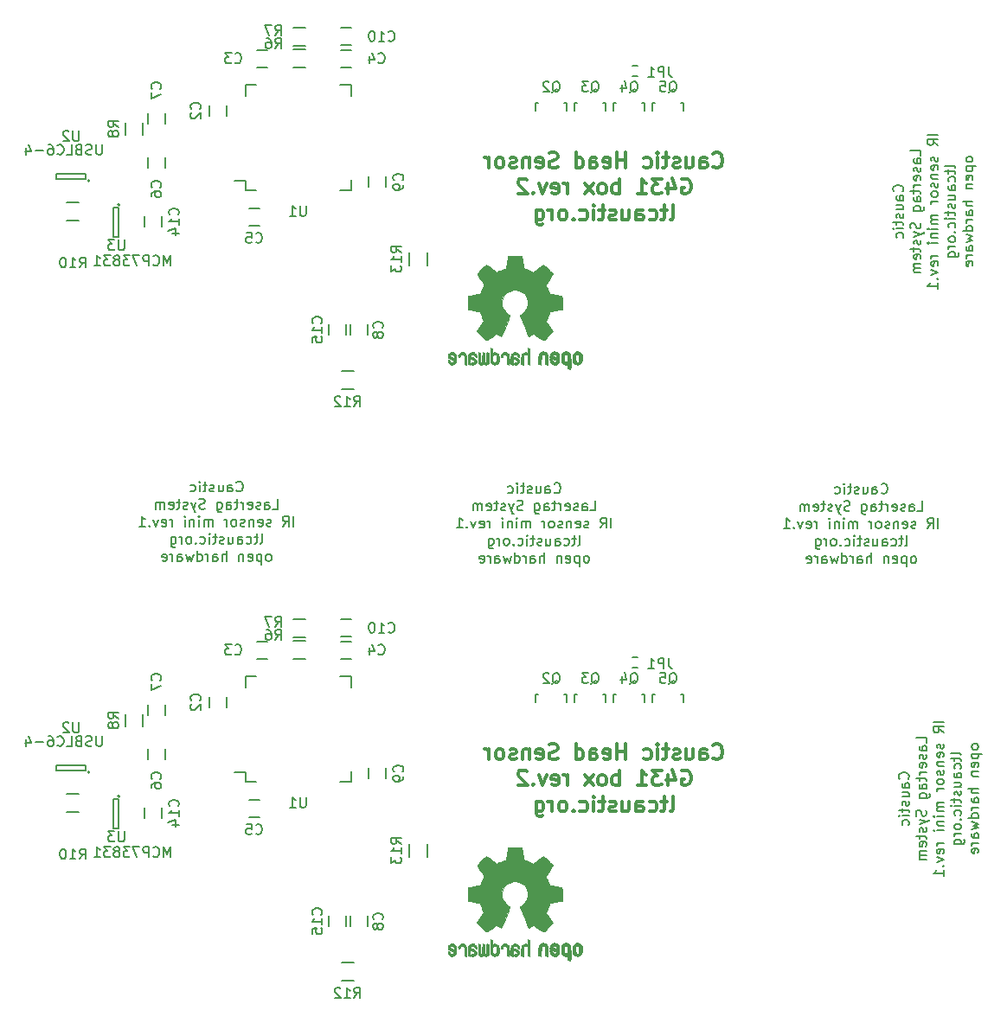
<source format=gbo>
G04 #@! TF.FileFunction,Legend,Bot*
%FSLAX46Y46*%
G04 Gerber Fmt 4.6, Leading zero omitted, Abs format (unit mm)*
G04 Created by KiCad (PCBNEW 4.0.4-stable) date Wed Nov 30 00:07:26 2016*
%MOMM*%
%LPD*%
G01*
G04 APERTURE LIST*
%ADD10C,0.100000*%
%ADD11C,0.200000*%
%ADD12C,0.300000*%
%ADD13C,0.010000*%
%ADD14C,0.150000*%
G04 APERTURE END LIST*
D10*
D11*
X101571181Y-73055543D02*
X101618800Y-73103162D01*
X101761657Y-73150781D01*
X101856895Y-73150781D01*
X101999753Y-73103162D01*
X102094991Y-73007924D01*
X102142610Y-72912686D01*
X102190229Y-72722210D01*
X102190229Y-72579352D01*
X102142610Y-72388876D01*
X102094991Y-72293638D01*
X101999753Y-72198400D01*
X101856895Y-72150781D01*
X101761657Y-72150781D01*
X101618800Y-72198400D01*
X101571181Y-72246019D01*
X100714038Y-73150781D02*
X100714038Y-72626971D01*
X100761657Y-72531733D01*
X100856895Y-72484114D01*
X101047372Y-72484114D01*
X101142610Y-72531733D01*
X100714038Y-73103162D02*
X100809276Y-73150781D01*
X101047372Y-73150781D01*
X101142610Y-73103162D01*
X101190229Y-73007924D01*
X101190229Y-72912686D01*
X101142610Y-72817448D01*
X101047372Y-72769829D01*
X100809276Y-72769829D01*
X100714038Y-72722210D01*
X99809276Y-72484114D02*
X99809276Y-73150781D01*
X100237848Y-72484114D02*
X100237848Y-73007924D01*
X100190229Y-73103162D01*
X100094991Y-73150781D01*
X99952133Y-73150781D01*
X99856895Y-73103162D01*
X99809276Y-73055543D01*
X99380705Y-73103162D02*
X99285467Y-73150781D01*
X99094991Y-73150781D01*
X98999752Y-73103162D01*
X98952133Y-73007924D01*
X98952133Y-72960305D01*
X98999752Y-72865067D01*
X99094991Y-72817448D01*
X99237848Y-72817448D01*
X99333086Y-72769829D01*
X99380705Y-72674590D01*
X99380705Y-72626971D01*
X99333086Y-72531733D01*
X99237848Y-72484114D01*
X99094991Y-72484114D01*
X98999752Y-72531733D01*
X98666419Y-72484114D02*
X98285467Y-72484114D01*
X98523562Y-72150781D02*
X98523562Y-73007924D01*
X98475943Y-73103162D01*
X98380705Y-73150781D01*
X98285467Y-73150781D01*
X97952133Y-73150781D02*
X97952133Y-72484114D01*
X97952133Y-72150781D02*
X97999752Y-72198400D01*
X97952133Y-72246019D01*
X97904514Y-72198400D01*
X97952133Y-72150781D01*
X97952133Y-72246019D01*
X97047371Y-73103162D02*
X97142609Y-73150781D01*
X97333086Y-73150781D01*
X97428324Y-73103162D01*
X97475943Y-73055543D01*
X97523562Y-72960305D01*
X97523562Y-72674590D01*
X97475943Y-72579352D01*
X97428324Y-72531733D01*
X97333086Y-72484114D01*
X97142609Y-72484114D01*
X97047371Y-72531733D01*
X105118801Y-74850781D02*
X105594992Y-74850781D01*
X105594992Y-73850781D01*
X104356896Y-74850781D02*
X104356896Y-74326971D01*
X104404515Y-74231733D01*
X104499753Y-74184114D01*
X104690230Y-74184114D01*
X104785468Y-74231733D01*
X104356896Y-74803162D02*
X104452134Y-74850781D01*
X104690230Y-74850781D01*
X104785468Y-74803162D01*
X104833087Y-74707924D01*
X104833087Y-74612686D01*
X104785468Y-74517448D01*
X104690230Y-74469829D01*
X104452134Y-74469829D01*
X104356896Y-74422210D01*
X103928325Y-74803162D02*
X103833087Y-74850781D01*
X103642611Y-74850781D01*
X103547372Y-74803162D01*
X103499753Y-74707924D01*
X103499753Y-74660305D01*
X103547372Y-74565067D01*
X103642611Y-74517448D01*
X103785468Y-74517448D01*
X103880706Y-74469829D01*
X103928325Y-74374590D01*
X103928325Y-74326971D01*
X103880706Y-74231733D01*
X103785468Y-74184114D01*
X103642611Y-74184114D01*
X103547372Y-74231733D01*
X102690229Y-74803162D02*
X102785467Y-74850781D01*
X102975944Y-74850781D01*
X103071182Y-74803162D01*
X103118801Y-74707924D01*
X103118801Y-74326971D01*
X103071182Y-74231733D01*
X102975944Y-74184114D01*
X102785467Y-74184114D01*
X102690229Y-74231733D01*
X102642610Y-74326971D01*
X102642610Y-74422210D01*
X103118801Y-74517448D01*
X102214039Y-74850781D02*
X102214039Y-74184114D01*
X102214039Y-74374590D02*
X102166420Y-74279352D01*
X102118801Y-74231733D01*
X102023563Y-74184114D01*
X101928324Y-74184114D01*
X101737848Y-74184114D02*
X101356896Y-74184114D01*
X101594991Y-73850781D02*
X101594991Y-74707924D01*
X101547372Y-74803162D01*
X101452134Y-74850781D01*
X101356896Y-74850781D01*
X100594990Y-74850781D02*
X100594990Y-74326971D01*
X100642609Y-74231733D01*
X100737847Y-74184114D01*
X100928324Y-74184114D01*
X101023562Y-74231733D01*
X100594990Y-74803162D02*
X100690228Y-74850781D01*
X100928324Y-74850781D01*
X101023562Y-74803162D01*
X101071181Y-74707924D01*
X101071181Y-74612686D01*
X101023562Y-74517448D01*
X100928324Y-74469829D01*
X100690228Y-74469829D01*
X100594990Y-74422210D01*
X99690228Y-74184114D02*
X99690228Y-74993638D01*
X99737847Y-75088876D01*
X99785466Y-75136495D01*
X99880705Y-75184114D01*
X100023562Y-75184114D01*
X100118800Y-75136495D01*
X99690228Y-74803162D02*
X99785466Y-74850781D01*
X99975943Y-74850781D01*
X100071181Y-74803162D01*
X100118800Y-74755543D01*
X100166419Y-74660305D01*
X100166419Y-74374590D01*
X100118800Y-74279352D01*
X100071181Y-74231733D01*
X99975943Y-74184114D01*
X99785466Y-74184114D01*
X99690228Y-74231733D01*
X98499752Y-74803162D02*
X98356895Y-74850781D01*
X98118799Y-74850781D01*
X98023561Y-74803162D01*
X97975942Y-74755543D01*
X97928323Y-74660305D01*
X97928323Y-74565067D01*
X97975942Y-74469829D01*
X98023561Y-74422210D01*
X98118799Y-74374590D01*
X98309276Y-74326971D01*
X98404514Y-74279352D01*
X98452133Y-74231733D01*
X98499752Y-74136495D01*
X98499752Y-74041257D01*
X98452133Y-73946019D01*
X98404514Y-73898400D01*
X98309276Y-73850781D01*
X98071180Y-73850781D01*
X97928323Y-73898400D01*
X97594990Y-74184114D02*
X97356895Y-74850781D01*
X97118799Y-74184114D02*
X97356895Y-74850781D01*
X97452133Y-75088876D01*
X97499752Y-75136495D01*
X97594990Y-75184114D01*
X96785466Y-74803162D02*
X96690228Y-74850781D01*
X96499752Y-74850781D01*
X96404513Y-74803162D01*
X96356894Y-74707924D01*
X96356894Y-74660305D01*
X96404513Y-74565067D01*
X96499752Y-74517448D01*
X96642609Y-74517448D01*
X96737847Y-74469829D01*
X96785466Y-74374590D01*
X96785466Y-74326971D01*
X96737847Y-74231733D01*
X96642609Y-74184114D01*
X96499752Y-74184114D01*
X96404513Y-74231733D01*
X96071180Y-74184114D02*
X95690228Y-74184114D01*
X95928323Y-73850781D02*
X95928323Y-74707924D01*
X95880704Y-74803162D01*
X95785466Y-74850781D01*
X95690228Y-74850781D01*
X94975941Y-74803162D02*
X95071179Y-74850781D01*
X95261656Y-74850781D01*
X95356894Y-74803162D01*
X95404513Y-74707924D01*
X95404513Y-74326971D01*
X95356894Y-74231733D01*
X95261656Y-74184114D01*
X95071179Y-74184114D01*
X94975941Y-74231733D01*
X94928322Y-74326971D01*
X94928322Y-74422210D01*
X95404513Y-74517448D01*
X94499751Y-74850781D02*
X94499751Y-74184114D01*
X94499751Y-74279352D02*
X94452132Y-74231733D01*
X94356894Y-74184114D01*
X94214036Y-74184114D01*
X94118798Y-74231733D01*
X94071179Y-74326971D01*
X94071179Y-74850781D01*
X94071179Y-74326971D02*
X94023560Y-74231733D01*
X93928322Y-74184114D01*
X93785465Y-74184114D01*
X93690227Y-74231733D01*
X93642608Y-74326971D01*
X93642608Y-74850781D01*
X107142610Y-76550781D02*
X107142610Y-75550781D01*
X106094991Y-76550781D02*
X106428325Y-76074590D01*
X106666420Y-76550781D02*
X106666420Y-75550781D01*
X106285467Y-75550781D01*
X106190229Y-75598400D01*
X106142610Y-75646019D01*
X106094991Y-75741257D01*
X106094991Y-75884114D01*
X106142610Y-75979352D01*
X106190229Y-76026971D01*
X106285467Y-76074590D01*
X106666420Y-76074590D01*
X104952134Y-76503162D02*
X104856896Y-76550781D01*
X104666420Y-76550781D01*
X104571181Y-76503162D01*
X104523562Y-76407924D01*
X104523562Y-76360305D01*
X104571181Y-76265067D01*
X104666420Y-76217448D01*
X104809277Y-76217448D01*
X104904515Y-76169829D01*
X104952134Y-76074590D01*
X104952134Y-76026971D01*
X104904515Y-75931733D01*
X104809277Y-75884114D01*
X104666420Y-75884114D01*
X104571181Y-75931733D01*
X103714038Y-76503162D02*
X103809276Y-76550781D01*
X103999753Y-76550781D01*
X104094991Y-76503162D01*
X104142610Y-76407924D01*
X104142610Y-76026971D01*
X104094991Y-75931733D01*
X103999753Y-75884114D01*
X103809276Y-75884114D01*
X103714038Y-75931733D01*
X103666419Y-76026971D01*
X103666419Y-76122210D01*
X104142610Y-76217448D01*
X103237848Y-75884114D02*
X103237848Y-76550781D01*
X103237848Y-75979352D02*
X103190229Y-75931733D01*
X103094991Y-75884114D01*
X102952133Y-75884114D01*
X102856895Y-75931733D01*
X102809276Y-76026971D01*
X102809276Y-76550781D01*
X102380705Y-76503162D02*
X102285467Y-76550781D01*
X102094991Y-76550781D01*
X101999752Y-76503162D01*
X101952133Y-76407924D01*
X101952133Y-76360305D01*
X101999752Y-76265067D01*
X102094991Y-76217448D01*
X102237848Y-76217448D01*
X102333086Y-76169829D01*
X102380705Y-76074590D01*
X102380705Y-76026971D01*
X102333086Y-75931733D01*
X102237848Y-75884114D01*
X102094991Y-75884114D01*
X101999752Y-75931733D01*
X101380705Y-76550781D02*
X101475943Y-76503162D01*
X101523562Y-76455543D01*
X101571181Y-76360305D01*
X101571181Y-76074590D01*
X101523562Y-75979352D01*
X101475943Y-75931733D01*
X101380705Y-75884114D01*
X101237847Y-75884114D01*
X101142609Y-75931733D01*
X101094990Y-75979352D01*
X101047371Y-76074590D01*
X101047371Y-76360305D01*
X101094990Y-76455543D01*
X101142609Y-76503162D01*
X101237847Y-76550781D01*
X101380705Y-76550781D01*
X100618800Y-76550781D02*
X100618800Y-75884114D01*
X100618800Y-76074590D02*
X100571181Y-75979352D01*
X100523562Y-75931733D01*
X100428324Y-75884114D01*
X100333085Y-75884114D01*
X99237847Y-76550781D02*
X99237847Y-75884114D01*
X99237847Y-75979352D02*
X99190228Y-75931733D01*
X99094990Y-75884114D01*
X98952132Y-75884114D01*
X98856894Y-75931733D01*
X98809275Y-76026971D01*
X98809275Y-76550781D01*
X98809275Y-76026971D02*
X98761656Y-75931733D01*
X98666418Y-75884114D01*
X98523561Y-75884114D01*
X98428323Y-75931733D01*
X98380704Y-76026971D01*
X98380704Y-76550781D01*
X97904514Y-76550781D02*
X97904514Y-75884114D01*
X97904514Y-75550781D02*
X97952133Y-75598400D01*
X97904514Y-75646019D01*
X97856895Y-75598400D01*
X97904514Y-75550781D01*
X97904514Y-75646019D01*
X97428324Y-75884114D02*
X97428324Y-76550781D01*
X97428324Y-75979352D02*
X97380705Y-75931733D01*
X97285467Y-75884114D01*
X97142609Y-75884114D01*
X97047371Y-75931733D01*
X96999752Y-76026971D01*
X96999752Y-76550781D01*
X96523562Y-76550781D02*
X96523562Y-75884114D01*
X96523562Y-75550781D02*
X96571181Y-75598400D01*
X96523562Y-75646019D01*
X96475943Y-75598400D01*
X96523562Y-75550781D01*
X96523562Y-75646019D01*
X95285467Y-76550781D02*
X95285467Y-75884114D01*
X95285467Y-76074590D02*
X95237848Y-75979352D01*
X95190229Y-75931733D01*
X95094991Y-75884114D01*
X94999752Y-75884114D01*
X94285466Y-76503162D02*
X94380704Y-76550781D01*
X94571181Y-76550781D01*
X94666419Y-76503162D01*
X94714038Y-76407924D01*
X94714038Y-76026971D01*
X94666419Y-75931733D01*
X94571181Y-75884114D01*
X94380704Y-75884114D01*
X94285466Y-75931733D01*
X94237847Y-76026971D01*
X94237847Y-76122210D01*
X94714038Y-76217448D01*
X93904514Y-75884114D02*
X93666419Y-76550781D01*
X93428323Y-75884114D01*
X93047371Y-76455543D02*
X92999752Y-76503162D01*
X93047371Y-76550781D01*
X93094990Y-76503162D01*
X93047371Y-76455543D01*
X93047371Y-76550781D01*
X92047371Y-76550781D02*
X92618800Y-76550781D01*
X92333086Y-76550781D02*
X92333086Y-75550781D01*
X92428324Y-75693638D01*
X92523562Y-75788876D01*
X92618800Y-75836495D01*
X103928325Y-78250781D02*
X104023563Y-78203162D01*
X104071182Y-78107924D01*
X104071182Y-77250781D01*
X103690229Y-77584114D02*
X103309277Y-77584114D01*
X103547372Y-77250781D02*
X103547372Y-78107924D01*
X103499753Y-78203162D01*
X103404515Y-78250781D01*
X103309277Y-78250781D01*
X102547371Y-78203162D02*
X102642609Y-78250781D01*
X102833086Y-78250781D01*
X102928324Y-78203162D01*
X102975943Y-78155543D01*
X103023562Y-78060305D01*
X103023562Y-77774590D01*
X102975943Y-77679352D01*
X102928324Y-77631733D01*
X102833086Y-77584114D01*
X102642609Y-77584114D01*
X102547371Y-77631733D01*
X101690228Y-78250781D02*
X101690228Y-77726971D01*
X101737847Y-77631733D01*
X101833085Y-77584114D01*
X102023562Y-77584114D01*
X102118800Y-77631733D01*
X101690228Y-78203162D02*
X101785466Y-78250781D01*
X102023562Y-78250781D01*
X102118800Y-78203162D01*
X102166419Y-78107924D01*
X102166419Y-78012686D01*
X102118800Y-77917448D01*
X102023562Y-77869829D01*
X101785466Y-77869829D01*
X101690228Y-77822210D01*
X100785466Y-77584114D02*
X100785466Y-78250781D01*
X101214038Y-77584114D02*
X101214038Y-78107924D01*
X101166419Y-78203162D01*
X101071181Y-78250781D01*
X100928323Y-78250781D01*
X100833085Y-78203162D01*
X100785466Y-78155543D01*
X100356895Y-78203162D02*
X100261657Y-78250781D01*
X100071181Y-78250781D01*
X99975942Y-78203162D01*
X99928323Y-78107924D01*
X99928323Y-78060305D01*
X99975942Y-77965067D01*
X100071181Y-77917448D01*
X100214038Y-77917448D01*
X100309276Y-77869829D01*
X100356895Y-77774590D01*
X100356895Y-77726971D01*
X100309276Y-77631733D01*
X100214038Y-77584114D01*
X100071181Y-77584114D01*
X99975942Y-77631733D01*
X99642609Y-77584114D02*
X99261657Y-77584114D01*
X99499752Y-77250781D02*
X99499752Y-78107924D01*
X99452133Y-78203162D01*
X99356895Y-78250781D01*
X99261657Y-78250781D01*
X98928323Y-78250781D02*
X98928323Y-77584114D01*
X98928323Y-77250781D02*
X98975942Y-77298400D01*
X98928323Y-77346019D01*
X98880704Y-77298400D01*
X98928323Y-77250781D01*
X98928323Y-77346019D01*
X98023561Y-78203162D02*
X98118799Y-78250781D01*
X98309276Y-78250781D01*
X98404514Y-78203162D01*
X98452133Y-78155543D01*
X98499752Y-78060305D01*
X98499752Y-77774590D01*
X98452133Y-77679352D01*
X98404514Y-77631733D01*
X98309276Y-77584114D01*
X98118799Y-77584114D01*
X98023561Y-77631733D01*
X97594990Y-78155543D02*
X97547371Y-78203162D01*
X97594990Y-78250781D01*
X97642609Y-78203162D01*
X97594990Y-78155543D01*
X97594990Y-78250781D01*
X96975943Y-78250781D02*
X97071181Y-78203162D01*
X97118800Y-78155543D01*
X97166419Y-78060305D01*
X97166419Y-77774590D01*
X97118800Y-77679352D01*
X97071181Y-77631733D01*
X96975943Y-77584114D01*
X96833085Y-77584114D01*
X96737847Y-77631733D01*
X96690228Y-77679352D01*
X96642609Y-77774590D01*
X96642609Y-78060305D01*
X96690228Y-78155543D01*
X96737847Y-78203162D01*
X96833085Y-78250781D01*
X96975943Y-78250781D01*
X96214038Y-78250781D02*
X96214038Y-77584114D01*
X96214038Y-77774590D02*
X96166419Y-77679352D01*
X96118800Y-77631733D01*
X96023562Y-77584114D01*
X95928323Y-77584114D01*
X95166418Y-77584114D02*
X95166418Y-78393638D01*
X95214037Y-78488876D01*
X95261656Y-78536495D01*
X95356895Y-78584114D01*
X95499752Y-78584114D01*
X95594990Y-78536495D01*
X95166418Y-78203162D02*
X95261656Y-78250781D01*
X95452133Y-78250781D01*
X95547371Y-78203162D01*
X95594990Y-78155543D01*
X95642609Y-78060305D01*
X95642609Y-77774590D01*
X95594990Y-77679352D01*
X95547371Y-77631733D01*
X95452133Y-77584114D01*
X95261656Y-77584114D01*
X95166418Y-77631733D01*
X104785468Y-79950781D02*
X104880706Y-79903162D01*
X104928325Y-79855543D01*
X104975944Y-79760305D01*
X104975944Y-79474590D01*
X104928325Y-79379352D01*
X104880706Y-79331733D01*
X104785468Y-79284114D01*
X104642610Y-79284114D01*
X104547372Y-79331733D01*
X104499753Y-79379352D01*
X104452134Y-79474590D01*
X104452134Y-79760305D01*
X104499753Y-79855543D01*
X104547372Y-79903162D01*
X104642610Y-79950781D01*
X104785468Y-79950781D01*
X104023563Y-79284114D02*
X104023563Y-80284114D01*
X104023563Y-79331733D02*
X103928325Y-79284114D01*
X103737848Y-79284114D01*
X103642610Y-79331733D01*
X103594991Y-79379352D01*
X103547372Y-79474590D01*
X103547372Y-79760305D01*
X103594991Y-79855543D01*
X103642610Y-79903162D01*
X103737848Y-79950781D01*
X103928325Y-79950781D01*
X104023563Y-79903162D01*
X102737848Y-79903162D02*
X102833086Y-79950781D01*
X103023563Y-79950781D01*
X103118801Y-79903162D01*
X103166420Y-79807924D01*
X103166420Y-79426971D01*
X103118801Y-79331733D01*
X103023563Y-79284114D01*
X102833086Y-79284114D01*
X102737848Y-79331733D01*
X102690229Y-79426971D01*
X102690229Y-79522210D01*
X103166420Y-79617448D01*
X102261658Y-79284114D02*
X102261658Y-79950781D01*
X102261658Y-79379352D02*
X102214039Y-79331733D01*
X102118801Y-79284114D01*
X101975943Y-79284114D01*
X101880705Y-79331733D01*
X101833086Y-79426971D01*
X101833086Y-79950781D01*
X100594991Y-79950781D02*
X100594991Y-78950781D01*
X100166419Y-79950781D02*
X100166419Y-79426971D01*
X100214038Y-79331733D01*
X100309276Y-79284114D01*
X100452134Y-79284114D01*
X100547372Y-79331733D01*
X100594991Y-79379352D01*
X99261657Y-79950781D02*
X99261657Y-79426971D01*
X99309276Y-79331733D01*
X99404514Y-79284114D01*
X99594991Y-79284114D01*
X99690229Y-79331733D01*
X99261657Y-79903162D02*
X99356895Y-79950781D01*
X99594991Y-79950781D01*
X99690229Y-79903162D01*
X99737848Y-79807924D01*
X99737848Y-79712686D01*
X99690229Y-79617448D01*
X99594991Y-79569829D01*
X99356895Y-79569829D01*
X99261657Y-79522210D01*
X98785467Y-79950781D02*
X98785467Y-79284114D01*
X98785467Y-79474590D02*
X98737848Y-79379352D01*
X98690229Y-79331733D01*
X98594991Y-79284114D01*
X98499752Y-79284114D01*
X97737847Y-79950781D02*
X97737847Y-78950781D01*
X97737847Y-79903162D02*
X97833085Y-79950781D01*
X98023562Y-79950781D01*
X98118800Y-79903162D01*
X98166419Y-79855543D01*
X98214038Y-79760305D01*
X98214038Y-79474590D01*
X98166419Y-79379352D01*
X98118800Y-79331733D01*
X98023562Y-79284114D01*
X97833085Y-79284114D01*
X97737847Y-79331733D01*
X97356895Y-79284114D02*
X97166419Y-79950781D01*
X96975942Y-79474590D01*
X96785466Y-79950781D01*
X96594990Y-79284114D01*
X95785466Y-79950781D02*
X95785466Y-79426971D01*
X95833085Y-79331733D01*
X95928323Y-79284114D01*
X96118800Y-79284114D01*
X96214038Y-79331733D01*
X95785466Y-79903162D02*
X95880704Y-79950781D01*
X96118800Y-79950781D01*
X96214038Y-79903162D01*
X96261657Y-79807924D01*
X96261657Y-79712686D01*
X96214038Y-79617448D01*
X96118800Y-79569829D01*
X95880704Y-79569829D01*
X95785466Y-79522210D01*
X95309276Y-79950781D02*
X95309276Y-79284114D01*
X95309276Y-79474590D02*
X95261657Y-79379352D01*
X95214038Y-79331733D01*
X95118800Y-79284114D01*
X95023561Y-79284114D01*
X94309275Y-79903162D02*
X94404513Y-79950781D01*
X94594990Y-79950781D01*
X94690228Y-79903162D01*
X94737847Y-79807924D01*
X94737847Y-79426971D01*
X94690228Y-79331733D01*
X94594990Y-79284114D01*
X94404513Y-79284114D01*
X94309275Y-79331733D01*
X94261656Y-79426971D01*
X94261656Y-79522210D01*
X94737847Y-79617448D01*
X133575181Y-73106343D02*
X133622800Y-73153962D01*
X133765657Y-73201581D01*
X133860895Y-73201581D01*
X134003753Y-73153962D01*
X134098991Y-73058724D01*
X134146610Y-72963486D01*
X134194229Y-72773010D01*
X134194229Y-72630152D01*
X134146610Y-72439676D01*
X134098991Y-72344438D01*
X134003753Y-72249200D01*
X133860895Y-72201581D01*
X133765657Y-72201581D01*
X133622800Y-72249200D01*
X133575181Y-72296819D01*
X132718038Y-73201581D02*
X132718038Y-72677771D01*
X132765657Y-72582533D01*
X132860895Y-72534914D01*
X133051372Y-72534914D01*
X133146610Y-72582533D01*
X132718038Y-73153962D02*
X132813276Y-73201581D01*
X133051372Y-73201581D01*
X133146610Y-73153962D01*
X133194229Y-73058724D01*
X133194229Y-72963486D01*
X133146610Y-72868248D01*
X133051372Y-72820629D01*
X132813276Y-72820629D01*
X132718038Y-72773010D01*
X131813276Y-72534914D02*
X131813276Y-73201581D01*
X132241848Y-72534914D02*
X132241848Y-73058724D01*
X132194229Y-73153962D01*
X132098991Y-73201581D01*
X131956133Y-73201581D01*
X131860895Y-73153962D01*
X131813276Y-73106343D01*
X131384705Y-73153962D02*
X131289467Y-73201581D01*
X131098991Y-73201581D01*
X131003752Y-73153962D01*
X130956133Y-73058724D01*
X130956133Y-73011105D01*
X131003752Y-72915867D01*
X131098991Y-72868248D01*
X131241848Y-72868248D01*
X131337086Y-72820629D01*
X131384705Y-72725390D01*
X131384705Y-72677771D01*
X131337086Y-72582533D01*
X131241848Y-72534914D01*
X131098991Y-72534914D01*
X131003752Y-72582533D01*
X130670419Y-72534914D02*
X130289467Y-72534914D01*
X130527562Y-72201581D02*
X130527562Y-73058724D01*
X130479943Y-73153962D01*
X130384705Y-73201581D01*
X130289467Y-73201581D01*
X129956133Y-73201581D02*
X129956133Y-72534914D01*
X129956133Y-72201581D02*
X130003752Y-72249200D01*
X129956133Y-72296819D01*
X129908514Y-72249200D01*
X129956133Y-72201581D01*
X129956133Y-72296819D01*
X129051371Y-73153962D02*
X129146609Y-73201581D01*
X129337086Y-73201581D01*
X129432324Y-73153962D01*
X129479943Y-73106343D01*
X129527562Y-73011105D01*
X129527562Y-72725390D01*
X129479943Y-72630152D01*
X129432324Y-72582533D01*
X129337086Y-72534914D01*
X129146609Y-72534914D01*
X129051371Y-72582533D01*
X137122801Y-74901581D02*
X137598992Y-74901581D01*
X137598992Y-73901581D01*
X136360896Y-74901581D02*
X136360896Y-74377771D01*
X136408515Y-74282533D01*
X136503753Y-74234914D01*
X136694230Y-74234914D01*
X136789468Y-74282533D01*
X136360896Y-74853962D02*
X136456134Y-74901581D01*
X136694230Y-74901581D01*
X136789468Y-74853962D01*
X136837087Y-74758724D01*
X136837087Y-74663486D01*
X136789468Y-74568248D01*
X136694230Y-74520629D01*
X136456134Y-74520629D01*
X136360896Y-74473010D01*
X135932325Y-74853962D02*
X135837087Y-74901581D01*
X135646611Y-74901581D01*
X135551372Y-74853962D01*
X135503753Y-74758724D01*
X135503753Y-74711105D01*
X135551372Y-74615867D01*
X135646611Y-74568248D01*
X135789468Y-74568248D01*
X135884706Y-74520629D01*
X135932325Y-74425390D01*
X135932325Y-74377771D01*
X135884706Y-74282533D01*
X135789468Y-74234914D01*
X135646611Y-74234914D01*
X135551372Y-74282533D01*
X134694229Y-74853962D02*
X134789467Y-74901581D01*
X134979944Y-74901581D01*
X135075182Y-74853962D01*
X135122801Y-74758724D01*
X135122801Y-74377771D01*
X135075182Y-74282533D01*
X134979944Y-74234914D01*
X134789467Y-74234914D01*
X134694229Y-74282533D01*
X134646610Y-74377771D01*
X134646610Y-74473010D01*
X135122801Y-74568248D01*
X134218039Y-74901581D02*
X134218039Y-74234914D01*
X134218039Y-74425390D02*
X134170420Y-74330152D01*
X134122801Y-74282533D01*
X134027563Y-74234914D01*
X133932324Y-74234914D01*
X133741848Y-74234914D02*
X133360896Y-74234914D01*
X133598991Y-73901581D02*
X133598991Y-74758724D01*
X133551372Y-74853962D01*
X133456134Y-74901581D01*
X133360896Y-74901581D01*
X132598990Y-74901581D02*
X132598990Y-74377771D01*
X132646609Y-74282533D01*
X132741847Y-74234914D01*
X132932324Y-74234914D01*
X133027562Y-74282533D01*
X132598990Y-74853962D02*
X132694228Y-74901581D01*
X132932324Y-74901581D01*
X133027562Y-74853962D01*
X133075181Y-74758724D01*
X133075181Y-74663486D01*
X133027562Y-74568248D01*
X132932324Y-74520629D01*
X132694228Y-74520629D01*
X132598990Y-74473010D01*
X131694228Y-74234914D02*
X131694228Y-75044438D01*
X131741847Y-75139676D01*
X131789466Y-75187295D01*
X131884705Y-75234914D01*
X132027562Y-75234914D01*
X132122800Y-75187295D01*
X131694228Y-74853962D02*
X131789466Y-74901581D01*
X131979943Y-74901581D01*
X132075181Y-74853962D01*
X132122800Y-74806343D01*
X132170419Y-74711105D01*
X132170419Y-74425390D01*
X132122800Y-74330152D01*
X132075181Y-74282533D01*
X131979943Y-74234914D01*
X131789466Y-74234914D01*
X131694228Y-74282533D01*
X130503752Y-74853962D02*
X130360895Y-74901581D01*
X130122799Y-74901581D01*
X130027561Y-74853962D01*
X129979942Y-74806343D01*
X129932323Y-74711105D01*
X129932323Y-74615867D01*
X129979942Y-74520629D01*
X130027561Y-74473010D01*
X130122799Y-74425390D01*
X130313276Y-74377771D01*
X130408514Y-74330152D01*
X130456133Y-74282533D01*
X130503752Y-74187295D01*
X130503752Y-74092057D01*
X130456133Y-73996819D01*
X130408514Y-73949200D01*
X130313276Y-73901581D01*
X130075180Y-73901581D01*
X129932323Y-73949200D01*
X129598990Y-74234914D02*
X129360895Y-74901581D01*
X129122799Y-74234914D02*
X129360895Y-74901581D01*
X129456133Y-75139676D01*
X129503752Y-75187295D01*
X129598990Y-75234914D01*
X128789466Y-74853962D02*
X128694228Y-74901581D01*
X128503752Y-74901581D01*
X128408513Y-74853962D01*
X128360894Y-74758724D01*
X128360894Y-74711105D01*
X128408513Y-74615867D01*
X128503752Y-74568248D01*
X128646609Y-74568248D01*
X128741847Y-74520629D01*
X128789466Y-74425390D01*
X128789466Y-74377771D01*
X128741847Y-74282533D01*
X128646609Y-74234914D01*
X128503752Y-74234914D01*
X128408513Y-74282533D01*
X128075180Y-74234914D02*
X127694228Y-74234914D01*
X127932323Y-73901581D02*
X127932323Y-74758724D01*
X127884704Y-74853962D01*
X127789466Y-74901581D01*
X127694228Y-74901581D01*
X126979941Y-74853962D02*
X127075179Y-74901581D01*
X127265656Y-74901581D01*
X127360894Y-74853962D01*
X127408513Y-74758724D01*
X127408513Y-74377771D01*
X127360894Y-74282533D01*
X127265656Y-74234914D01*
X127075179Y-74234914D01*
X126979941Y-74282533D01*
X126932322Y-74377771D01*
X126932322Y-74473010D01*
X127408513Y-74568248D01*
X126503751Y-74901581D02*
X126503751Y-74234914D01*
X126503751Y-74330152D02*
X126456132Y-74282533D01*
X126360894Y-74234914D01*
X126218036Y-74234914D01*
X126122798Y-74282533D01*
X126075179Y-74377771D01*
X126075179Y-74901581D01*
X126075179Y-74377771D02*
X126027560Y-74282533D01*
X125932322Y-74234914D01*
X125789465Y-74234914D01*
X125694227Y-74282533D01*
X125646608Y-74377771D01*
X125646608Y-74901581D01*
X139146610Y-76601581D02*
X139146610Y-75601581D01*
X138098991Y-76601581D02*
X138432325Y-76125390D01*
X138670420Y-76601581D02*
X138670420Y-75601581D01*
X138289467Y-75601581D01*
X138194229Y-75649200D01*
X138146610Y-75696819D01*
X138098991Y-75792057D01*
X138098991Y-75934914D01*
X138146610Y-76030152D01*
X138194229Y-76077771D01*
X138289467Y-76125390D01*
X138670420Y-76125390D01*
X136956134Y-76553962D02*
X136860896Y-76601581D01*
X136670420Y-76601581D01*
X136575181Y-76553962D01*
X136527562Y-76458724D01*
X136527562Y-76411105D01*
X136575181Y-76315867D01*
X136670420Y-76268248D01*
X136813277Y-76268248D01*
X136908515Y-76220629D01*
X136956134Y-76125390D01*
X136956134Y-76077771D01*
X136908515Y-75982533D01*
X136813277Y-75934914D01*
X136670420Y-75934914D01*
X136575181Y-75982533D01*
X135718038Y-76553962D02*
X135813276Y-76601581D01*
X136003753Y-76601581D01*
X136098991Y-76553962D01*
X136146610Y-76458724D01*
X136146610Y-76077771D01*
X136098991Y-75982533D01*
X136003753Y-75934914D01*
X135813276Y-75934914D01*
X135718038Y-75982533D01*
X135670419Y-76077771D01*
X135670419Y-76173010D01*
X136146610Y-76268248D01*
X135241848Y-75934914D02*
X135241848Y-76601581D01*
X135241848Y-76030152D02*
X135194229Y-75982533D01*
X135098991Y-75934914D01*
X134956133Y-75934914D01*
X134860895Y-75982533D01*
X134813276Y-76077771D01*
X134813276Y-76601581D01*
X134384705Y-76553962D02*
X134289467Y-76601581D01*
X134098991Y-76601581D01*
X134003752Y-76553962D01*
X133956133Y-76458724D01*
X133956133Y-76411105D01*
X134003752Y-76315867D01*
X134098991Y-76268248D01*
X134241848Y-76268248D01*
X134337086Y-76220629D01*
X134384705Y-76125390D01*
X134384705Y-76077771D01*
X134337086Y-75982533D01*
X134241848Y-75934914D01*
X134098991Y-75934914D01*
X134003752Y-75982533D01*
X133384705Y-76601581D02*
X133479943Y-76553962D01*
X133527562Y-76506343D01*
X133575181Y-76411105D01*
X133575181Y-76125390D01*
X133527562Y-76030152D01*
X133479943Y-75982533D01*
X133384705Y-75934914D01*
X133241847Y-75934914D01*
X133146609Y-75982533D01*
X133098990Y-76030152D01*
X133051371Y-76125390D01*
X133051371Y-76411105D01*
X133098990Y-76506343D01*
X133146609Y-76553962D01*
X133241847Y-76601581D01*
X133384705Y-76601581D01*
X132622800Y-76601581D02*
X132622800Y-75934914D01*
X132622800Y-76125390D02*
X132575181Y-76030152D01*
X132527562Y-75982533D01*
X132432324Y-75934914D01*
X132337085Y-75934914D01*
X131241847Y-76601581D02*
X131241847Y-75934914D01*
X131241847Y-76030152D02*
X131194228Y-75982533D01*
X131098990Y-75934914D01*
X130956132Y-75934914D01*
X130860894Y-75982533D01*
X130813275Y-76077771D01*
X130813275Y-76601581D01*
X130813275Y-76077771D02*
X130765656Y-75982533D01*
X130670418Y-75934914D01*
X130527561Y-75934914D01*
X130432323Y-75982533D01*
X130384704Y-76077771D01*
X130384704Y-76601581D01*
X129908514Y-76601581D02*
X129908514Y-75934914D01*
X129908514Y-75601581D02*
X129956133Y-75649200D01*
X129908514Y-75696819D01*
X129860895Y-75649200D01*
X129908514Y-75601581D01*
X129908514Y-75696819D01*
X129432324Y-75934914D02*
X129432324Y-76601581D01*
X129432324Y-76030152D02*
X129384705Y-75982533D01*
X129289467Y-75934914D01*
X129146609Y-75934914D01*
X129051371Y-75982533D01*
X129003752Y-76077771D01*
X129003752Y-76601581D01*
X128527562Y-76601581D02*
X128527562Y-75934914D01*
X128527562Y-75601581D02*
X128575181Y-75649200D01*
X128527562Y-75696819D01*
X128479943Y-75649200D01*
X128527562Y-75601581D01*
X128527562Y-75696819D01*
X127289467Y-76601581D02*
X127289467Y-75934914D01*
X127289467Y-76125390D02*
X127241848Y-76030152D01*
X127194229Y-75982533D01*
X127098991Y-75934914D01*
X127003752Y-75934914D01*
X126289466Y-76553962D02*
X126384704Y-76601581D01*
X126575181Y-76601581D01*
X126670419Y-76553962D01*
X126718038Y-76458724D01*
X126718038Y-76077771D01*
X126670419Y-75982533D01*
X126575181Y-75934914D01*
X126384704Y-75934914D01*
X126289466Y-75982533D01*
X126241847Y-76077771D01*
X126241847Y-76173010D01*
X126718038Y-76268248D01*
X125908514Y-75934914D02*
X125670419Y-76601581D01*
X125432323Y-75934914D01*
X125051371Y-76506343D02*
X125003752Y-76553962D01*
X125051371Y-76601581D01*
X125098990Y-76553962D01*
X125051371Y-76506343D01*
X125051371Y-76601581D01*
X124051371Y-76601581D02*
X124622800Y-76601581D01*
X124337086Y-76601581D02*
X124337086Y-75601581D01*
X124432324Y-75744438D01*
X124527562Y-75839676D01*
X124622800Y-75887295D01*
X135932325Y-78301581D02*
X136027563Y-78253962D01*
X136075182Y-78158724D01*
X136075182Y-77301581D01*
X135694229Y-77634914D02*
X135313277Y-77634914D01*
X135551372Y-77301581D02*
X135551372Y-78158724D01*
X135503753Y-78253962D01*
X135408515Y-78301581D01*
X135313277Y-78301581D01*
X134551371Y-78253962D02*
X134646609Y-78301581D01*
X134837086Y-78301581D01*
X134932324Y-78253962D01*
X134979943Y-78206343D01*
X135027562Y-78111105D01*
X135027562Y-77825390D01*
X134979943Y-77730152D01*
X134932324Y-77682533D01*
X134837086Y-77634914D01*
X134646609Y-77634914D01*
X134551371Y-77682533D01*
X133694228Y-78301581D02*
X133694228Y-77777771D01*
X133741847Y-77682533D01*
X133837085Y-77634914D01*
X134027562Y-77634914D01*
X134122800Y-77682533D01*
X133694228Y-78253962D02*
X133789466Y-78301581D01*
X134027562Y-78301581D01*
X134122800Y-78253962D01*
X134170419Y-78158724D01*
X134170419Y-78063486D01*
X134122800Y-77968248D01*
X134027562Y-77920629D01*
X133789466Y-77920629D01*
X133694228Y-77873010D01*
X132789466Y-77634914D02*
X132789466Y-78301581D01*
X133218038Y-77634914D02*
X133218038Y-78158724D01*
X133170419Y-78253962D01*
X133075181Y-78301581D01*
X132932323Y-78301581D01*
X132837085Y-78253962D01*
X132789466Y-78206343D01*
X132360895Y-78253962D02*
X132265657Y-78301581D01*
X132075181Y-78301581D01*
X131979942Y-78253962D01*
X131932323Y-78158724D01*
X131932323Y-78111105D01*
X131979942Y-78015867D01*
X132075181Y-77968248D01*
X132218038Y-77968248D01*
X132313276Y-77920629D01*
X132360895Y-77825390D01*
X132360895Y-77777771D01*
X132313276Y-77682533D01*
X132218038Y-77634914D01*
X132075181Y-77634914D01*
X131979942Y-77682533D01*
X131646609Y-77634914D02*
X131265657Y-77634914D01*
X131503752Y-77301581D02*
X131503752Y-78158724D01*
X131456133Y-78253962D01*
X131360895Y-78301581D01*
X131265657Y-78301581D01*
X130932323Y-78301581D02*
X130932323Y-77634914D01*
X130932323Y-77301581D02*
X130979942Y-77349200D01*
X130932323Y-77396819D01*
X130884704Y-77349200D01*
X130932323Y-77301581D01*
X130932323Y-77396819D01*
X130027561Y-78253962D02*
X130122799Y-78301581D01*
X130313276Y-78301581D01*
X130408514Y-78253962D01*
X130456133Y-78206343D01*
X130503752Y-78111105D01*
X130503752Y-77825390D01*
X130456133Y-77730152D01*
X130408514Y-77682533D01*
X130313276Y-77634914D01*
X130122799Y-77634914D01*
X130027561Y-77682533D01*
X129598990Y-78206343D02*
X129551371Y-78253962D01*
X129598990Y-78301581D01*
X129646609Y-78253962D01*
X129598990Y-78206343D01*
X129598990Y-78301581D01*
X128979943Y-78301581D02*
X129075181Y-78253962D01*
X129122800Y-78206343D01*
X129170419Y-78111105D01*
X129170419Y-77825390D01*
X129122800Y-77730152D01*
X129075181Y-77682533D01*
X128979943Y-77634914D01*
X128837085Y-77634914D01*
X128741847Y-77682533D01*
X128694228Y-77730152D01*
X128646609Y-77825390D01*
X128646609Y-78111105D01*
X128694228Y-78206343D01*
X128741847Y-78253962D01*
X128837085Y-78301581D01*
X128979943Y-78301581D01*
X128218038Y-78301581D02*
X128218038Y-77634914D01*
X128218038Y-77825390D02*
X128170419Y-77730152D01*
X128122800Y-77682533D01*
X128027562Y-77634914D01*
X127932323Y-77634914D01*
X127170418Y-77634914D02*
X127170418Y-78444438D01*
X127218037Y-78539676D01*
X127265656Y-78587295D01*
X127360895Y-78634914D01*
X127503752Y-78634914D01*
X127598990Y-78587295D01*
X127170418Y-78253962D02*
X127265656Y-78301581D01*
X127456133Y-78301581D01*
X127551371Y-78253962D01*
X127598990Y-78206343D01*
X127646609Y-78111105D01*
X127646609Y-77825390D01*
X127598990Y-77730152D01*
X127551371Y-77682533D01*
X127456133Y-77634914D01*
X127265656Y-77634914D01*
X127170418Y-77682533D01*
X136789468Y-80001581D02*
X136884706Y-79953962D01*
X136932325Y-79906343D01*
X136979944Y-79811105D01*
X136979944Y-79525390D01*
X136932325Y-79430152D01*
X136884706Y-79382533D01*
X136789468Y-79334914D01*
X136646610Y-79334914D01*
X136551372Y-79382533D01*
X136503753Y-79430152D01*
X136456134Y-79525390D01*
X136456134Y-79811105D01*
X136503753Y-79906343D01*
X136551372Y-79953962D01*
X136646610Y-80001581D01*
X136789468Y-80001581D01*
X136027563Y-79334914D02*
X136027563Y-80334914D01*
X136027563Y-79382533D02*
X135932325Y-79334914D01*
X135741848Y-79334914D01*
X135646610Y-79382533D01*
X135598991Y-79430152D01*
X135551372Y-79525390D01*
X135551372Y-79811105D01*
X135598991Y-79906343D01*
X135646610Y-79953962D01*
X135741848Y-80001581D01*
X135932325Y-80001581D01*
X136027563Y-79953962D01*
X134741848Y-79953962D02*
X134837086Y-80001581D01*
X135027563Y-80001581D01*
X135122801Y-79953962D01*
X135170420Y-79858724D01*
X135170420Y-79477771D01*
X135122801Y-79382533D01*
X135027563Y-79334914D01*
X134837086Y-79334914D01*
X134741848Y-79382533D01*
X134694229Y-79477771D01*
X134694229Y-79573010D01*
X135170420Y-79668248D01*
X134265658Y-79334914D02*
X134265658Y-80001581D01*
X134265658Y-79430152D02*
X134218039Y-79382533D01*
X134122801Y-79334914D01*
X133979943Y-79334914D01*
X133884705Y-79382533D01*
X133837086Y-79477771D01*
X133837086Y-80001581D01*
X132598991Y-80001581D02*
X132598991Y-79001581D01*
X132170419Y-80001581D02*
X132170419Y-79477771D01*
X132218038Y-79382533D01*
X132313276Y-79334914D01*
X132456134Y-79334914D01*
X132551372Y-79382533D01*
X132598991Y-79430152D01*
X131265657Y-80001581D02*
X131265657Y-79477771D01*
X131313276Y-79382533D01*
X131408514Y-79334914D01*
X131598991Y-79334914D01*
X131694229Y-79382533D01*
X131265657Y-79953962D02*
X131360895Y-80001581D01*
X131598991Y-80001581D01*
X131694229Y-79953962D01*
X131741848Y-79858724D01*
X131741848Y-79763486D01*
X131694229Y-79668248D01*
X131598991Y-79620629D01*
X131360895Y-79620629D01*
X131265657Y-79573010D01*
X130789467Y-80001581D02*
X130789467Y-79334914D01*
X130789467Y-79525390D02*
X130741848Y-79430152D01*
X130694229Y-79382533D01*
X130598991Y-79334914D01*
X130503752Y-79334914D01*
X129741847Y-80001581D02*
X129741847Y-79001581D01*
X129741847Y-79953962D02*
X129837085Y-80001581D01*
X130027562Y-80001581D01*
X130122800Y-79953962D01*
X130170419Y-79906343D01*
X130218038Y-79811105D01*
X130218038Y-79525390D01*
X130170419Y-79430152D01*
X130122800Y-79382533D01*
X130027562Y-79334914D01*
X129837085Y-79334914D01*
X129741847Y-79382533D01*
X129360895Y-79334914D02*
X129170419Y-80001581D01*
X128979942Y-79525390D01*
X128789466Y-80001581D01*
X128598990Y-79334914D01*
X127789466Y-80001581D02*
X127789466Y-79477771D01*
X127837085Y-79382533D01*
X127932323Y-79334914D01*
X128122800Y-79334914D01*
X128218038Y-79382533D01*
X127789466Y-79953962D02*
X127884704Y-80001581D01*
X128122800Y-80001581D01*
X128218038Y-79953962D01*
X128265657Y-79858724D01*
X128265657Y-79763486D01*
X128218038Y-79668248D01*
X128122800Y-79620629D01*
X127884704Y-79620629D01*
X127789466Y-79573010D01*
X127313276Y-80001581D02*
X127313276Y-79334914D01*
X127313276Y-79525390D02*
X127265657Y-79430152D01*
X127218038Y-79382533D01*
X127122800Y-79334914D01*
X127027561Y-79334914D01*
X126313275Y-79953962D02*
X126408513Y-80001581D01*
X126598990Y-80001581D01*
X126694228Y-79953962D01*
X126741847Y-79858724D01*
X126741847Y-79477771D01*
X126694228Y-79382533D01*
X126598990Y-79334914D01*
X126408513Y-79334914D01*
X126313275Y-79382533D01*
X126265656Y-79477771D01*
X126265656Y-79573010D01*
X126741847Y-79668248D01*
X70481581Y-72903143D02*
X70529200Y-72950762D01*
X70672057Y-72998381D01*
X70767295Y-72998381D01*
X70910153Y-72950762D01*
X71005391Y-72855524D01*
X71053010Y-72760286D01*
X71100629Y-72569810D01*
X71100629Y-72426952D01*
X71053010Y-72236476D01*
X71005391Y-72141238D01*
X70910153Y-72046000D01*
X70767295Y-71998381D01*
X70672057Y-71998381D01*
X70529200Y-72046000D01*
X70481581Y-72093619D01*
X69624438Y-72998381D02*
X69624438Y-72474571D01*
X69672057Y-72379333D01*
X69767295Y-72331714D01*
X69957772Y-72331714D01*
X70053010Y-72379333D01*
X69624438Y-72950762D02*
X69719676Y-72998381D01*
X69957772Y-72998381D01*
X70053010Y-72950762D01*
X70100629Y-72855524D01*
X70100629Y-72760286D01*
X70053010Y-72665048D01*
X69957772Y-72617429D01*
X69719676Y-72617429D01*
X69624438Y-72569810D01*
X68719676Y-72331714D02*
X68719676Y-72998381D01*
X69148248Y-72331714D02*
X69148248Y-72855524D01*
X69100629Y-72950762D01*
X69005391Y-72998381D01*
X68862533Y-72998381D01*
X68767295Y-72950762D01*
X68719676Y-72903143D01*
X68291105Y-72950762D02*
X68195867Y-72998381D01*
X68005391Y-72998381D01*
X67910152Y-72950762D01*
X67862533Y-72855524D01*
X67862533Y-72807905D01*
X67910152Y-72712667D01*
X68005391Y-72665048D01*
X68148248Y-72665048D01*
X68243486Y-72617429D01*
X68291105Y-72522190D01*
X68291105Y-72474571D01*
X68243486Y-72379333D01*
X68148248Y-72331714D01*
X68005391Y-72331714D01*
X67910152Y-72379333D01*
X67576819Y-72331714D02*
X67195867Y-72331714D01*
X67433962Y-71998381D02*
X67433962Y-72855524D01*
X67386343Y-72950762D01*
X67291105Y-72998381D01*
X67195867Y-72998381D01*
X66862533Y-72998381D02*
X66862533Y-72331714D01*
X66862533Y-71998381D02*
X66910152Y-72046000D01*
X66862533Y-72093619D01*
X66814914Y-72046000D01*
X66862533Y-71998381D01*
X66862533Y-72093619D01*
X65957771Y-72950762D02*
X66053009Y-72998381D01*
X66243486Y-72998381D01*
X66338724Y-72950762D01*
X66386343Y-72903143D01*
X66433962Y-72807905D01*
X66433962Y-72522190D01*
X66386343Y-72426952D01*
X66338724Y-72379333D01*
X66243486Y-72331714D01*
X66053009Y-72331714D01*
X65957771Y-72379333D01*
X74029201Y-74698381D02*
X74505392Y-74698381D01*
X74505392Y-73698381D01*
X73267296Y-74698381D02*
X73267296Y-74174571D01*
X73314915Y-74079333D01*
X73410153Y-74031714D01*
X73600630Y-74031714D01*
X73695868Y-74079333D01*
X73267296Y-74650762D02*
X73362534Y-74698381D01*
X73600630Y-74698381D01*
X73695868Y-74650762D01*
X73743487Y-74555524D01*
X73743487Y-74460286D01*
X73695868Y-74365048D01*
X73600630Y-74317429D01*
X73362534Y-74317429D01*
X73267296Y-74269810D01*
X72838725Y-74650762D02*
X72743487Y-74698381D01*
X72553011Y-74698381D01*
X72457772Y-74650762D01*
X72410153Y-74555524D01*
X72410153Y-74507905D01*
X72457772Y-74412667D01*
X72553011Y-74365048D01*
X72695868Y-74365048D01*
X72791106Y-74317429D01*
X72838725Y-74222190D01*
X72838725Y-74174571D01*
X72791106Y-74079333D01*
X72695868Y-74031714D01*
X72553011Y-74031714D01*
X72457772Y-74079333D01*
X71600629Y-74650762D02*
X71695867Y-74698381D01*
X71886344Y-74698381D01*
X71981582Y-74650762D01*
X72029201Y-74555524D01*
X72029201Y-74174571D01*
X71981582Y-74079333D01*
X71886344Y-74031714D01*
X71695867Y-74031714D01*
X71600629Y-74079333D01*
X71553010Y-74174571D01*
X71553010Y-74269810D01*
X72029201Y-74365048D01*
X71124439Y-74698381D02*
X71124439Y-74031714D01*
X71124439Y-74222190D02*
X71076820Y-74126952D01*
X71029201Y-74079333D01*
X70933963Y-74031714D01*
X70838724Y-74031714D01*
X70648248Y-74031714D02*
X70267296Y-74031714D01*
X70505391Y-73698381D02*
X70505391Y-74555524D01*
X70457772Y-74650762D01*
X70362534Y-74698381D01*
X70267296Y-74698381D01*
X69505390Y-74698381D02*
X69505390Y-74174571D01*
X69553009Y-74079333D01*
X69648247Y-74031714D01*
X69838724Y-74031714D01*
X69933962Y-74079333D01*
X69505390Y-74650762D02*
X69600628Y-74698381D01*
X69838724Y-74698381D01*
X69933962Y-74650762D01*
X69981581Y-74555524D01*
X69981581Y-74460286D01*
X69933962Y-74365048D01*
X69838724Y-74317429D01*
X69600628Y-74317429D01*
X69505390Y-74269810D01*
X68600628Y-74031714D02*
X68600628Y-74841238D01*
X68648247Y-74936476D01*
X68695866Y-74984095D01*
X68791105Y-75031714D01*
X68933962Y-75031714D01*
X69029200Y-74984095D01*
X68600628Y-74650762D02*
X68695866Y-74698381D01*
X68886343Y-74698381D01*
X68981581Y-74650762D01*
X69029200Y-74603143D01*
X69076819Y-74507905D01*
X69076819Y-74222190D01*
X69029200Y-74126952D01*
X68981581Y-74079333D01*
X68886343Y-74031714D01*
X68695866Y-74031714D01*
X68600628Y-74079333D01*
X67410152Y-74650762D02*
X67267295Y-74698381D01*
X67029199Y-74698381D01*
X66933961Y-74650762D01*
X66886342Y-74603143D01*
X66838723Y-74507905D01*
X66838723Y-74412667D01*
X66886342Y-74317429D01*
X66933961Y-74269810D01*
X67029199Y-74222190D01*
X67219676Y-74174571D01*
X67314914Y-74126952D01*
X67362533Y-74079333D01*
X67410152Y-73984095D01*
X67410152Y-73888857D01*
X67362533Y-73793619D01*
X67314914Y-73746000D01*
X67219676Y-73698381D01*
X66981580Y-73698381D01*
X66838723Y-73746000D01*
X66505390Y-74031714D02*
X66267295Y-74698381D01*
X66029199Y-74031714D02*
X66267295Y-74698381D01*
X66362533Y-74936476D01*
X66410152Y-74984095D01*
X66505390Y-75031714D01*
X65695866Y-74650762D02*
X65600628Y-74698381D01*
X65410152Y-74698381D01*
X65314913Y-74650762D01*
X65267294Y-74555524D01*
X65267294Y-74507905D01*
X65314913Y-74412667D01*
X65410152Y-74365048D01*
X65553009Y-74365048D01*
X65648247Y-74317429D01*
X65695866Y-74222190D01*
X65695866Y-74174571D01*
X65648247Y-74079333D01*
X65553009Y-74031714D01*
X65410152Y-74031714D01*
X65314913Y-74079333D01*
X64981580Y-74031714D02*
X64600628Y-74031714D01*
X64838723Y-73698381D02*
X64838723Y-74555524D01*
X64791104Y-74650762D01*
X64695866Y-74698381D01*
X64600628Y-74698381D01*
X63886341Y-74650762D02*
X63981579Y-74698381D01*
X64172056Y-74698381D01*
X64267294Y-74650762D01*
X64314913Y-74555524D01*
X64314913Y-74174571D01*
X64267294Y-74079333D01*
X64172056Y-74031714D01*
X63981579Y-74031714D01*
X63886341Y-74079333D01*
X63838722Y-74174571D01*
X63838722Y-74269810D01*
X64314913Y-74365048D01*
X63410151Y-74698381D02*
X63410151Y-74031714D01*
X63410151Y-74126952D02*
X63362532Y-74079333D01*
X63267294Y-74031714D01*
X63124436Y-74031714D01*
X63029198Y-74079333D01*
X62981579Y-74174571D01*
X62981579Y-74698381D01*
X62981579Y-74174571D02*
X62933960Y-74079333D01*
X62838722Y-74031714D01*
X62695865Y-74031714D01*
X62600627Y-74079333D01*
X62553008Y-74174571D01*
X62553008Y-74698381D01*
X76053010Y-76398381D02*
X76053010Y-75398381D01*
X75005391Y-76398381D02*
X75338725Y-75922190D01*
X75576820Y-76398381D02*
X75576820Y-75398381D01*
X75195867Y-75398381D01*
X75100629Y-75446000D01*
X75053010Y-75493619D01*
X75005391Y-75588857D01*
X75005391Y-75731714D01*
X75053010Y-75826952D01*
X75100629Y-75874571D01*
X75195867Y-75922190D01*
X75576820Y-75922190D01*
X73862534Y-76350762D02*
X73767296Y-76398381D01*
X73576820Y-76398381D01*
X73481581Y-76350762D01*
X73433962Y-76255524D01*
X73433962Y-76207905D01*
X73481581Y-76112667D01*
X73576820Y-76065048D01*
X73719677Y-76065048D01*
X73814915Y-76017429D01*
X73862534Y-75922190D01*
X73862534Y-75874571D01*
X73814915Y-75779333D01*
X73719677Y-75731714D01*
X73576820Y-75731714D01*
X73481581Y-75779333D01*
X72624438Y-76350762D02*
X72719676Y-76398381D01*
X72910153Y-76398381D01*
X73005391Y-76350762D01*
X73053010Y-76255524D01*
X73053010Y-75874571D01*
X73005391Y-75779333D01*
X72910153Y-75731714D01*
X72719676Y-75731714D01*
X72624438Y-75779333D01*
X72576819Y-75874571D01*
X72576819Y-75969810D01*
X73053010Y-76065048D01*
X72148248Y-75731714D02*
X72148248Y-76398381D01*
X72148248Y-75826952D02*
X72100629Y-75779333D01*
X72005391Y-75731714D01*
X71862533Y-75731714D01*
X71767295Y-75779333D01*
X71719676Y-75874571D01*
X71719676Y-76398381D01*
X71291105Y-76350762D02*
X71195867Y-76398381D01*
X71005391Y-76398381D01*
X70910152Y-76350762D01*
X70862533Y-76255524D01*
X70862533Y-76207905D01*
X70910152Y-76112667D01*
X71005391Y-76065048D01*
X71148248Y-76065048D01*
X71243486Y-76017429D01*
X71291105Y-75922190D01*
X71291105Y-75874571D01*
X71243486Y-75779333D01*
X71148248Y-75731714D01*
X71005391Y-75731714D01*
X70910152Y-75779333D01*
X70291105Y-76398381D02*
X70386343Y-76350762D01*
X70433962Y-76303143D01*
X70481581Y-76207905D01*
X70481581Y-75922190D01*
X70433962Y-75826952D01*
X70386343Y-75779333D01*
X70291105Y-75731714D01*
X70148247Y-75731714D01*
X70053009Y-75779333D01*
X70005390Y-75826952D01*
X69957771Y-75922190D01*
X69957771Y-76207905D01*
X70005390Y-76303143D01*
X70053009Y-76350762D01*
X70148247Y-76398381D01*
X70291105Y-76398381D01*
X69529200Y-76398381D02*
X69529200Y-75731714D01*
X69529200Y-75922190D02*
X69481581Y-75826952D01*
X69433962Y-75779333D01*
X69338724Y-75731714D01*
X69243485Y-75731714D01*
X68148247Y-76398381D02*
X68148247Y-75731714D01*
X68148247Y-75826952D02*
X68100628Y-75779333D01*
X68005390Y-75731714D01*
X67862532Y-75731714D01*
X67767294Y-75779333D01*
X67719675Y-75874571D01*
X67719675Y-76398381D01*
X67719675Y-75874571D02*
X67672056Y-75779333D01*
X67576818Y-75731714D01*
X67433961Y-75731714D01*
X67338723Y-75779333D01*
X67291104Y-75874571D01*
X67291104Y-76398381D01*
X66814914Y-76398381D02*
X66814914Y-75731714D01*
X66814914Y-75398381D02*
X66862533Y-75446000D01*
X66814914Y-75493619D01*
X66767295Y-75446000D01*
X66814914Y-75398381D01*
X66814914Y-75493619D01*
X66338724Y-75731714D02*
X66338724Y-76398381D01*
X66338724Y-75826952D02*
X66291105Y-75779333D01*
X66195867Y-75731714D01*
X66053009Y-75731714D01*
X65957771Y-75779333D01*
X65910152Y-75874571D01*
X65910152Y-76398381D01*
X65433962Y-76398381D02*
X65433962Y-75731714D01*
X65433962Y-75398381D02*
X65481581Y-75446000D01*
X65433962Y-75493619D01*
X65386343Y-75446000D01*
X65433962Y-75398381D01*
X65433962Y-75493619D01*
X64195867Y-76398381D02*
X64195867Y-75731714D01*
X64195867Y-75922190D02*
X64148248Y-75826952D01*
X64100629Y-75779333D01*
X64005391Y-75731714D01*
X63910152Y-75731714D01*
X63195866Y-76350762D02*
X63291104Y-76398381D01*
X63481581Y-76398381D01*
X63576819Y-76350762D01*
X63624438Y-76255524D01*
X63624438Y-75874571D01*
X63576819Y-75779333D01*
X63481581Y-75731714D01*
X63291104Y-75731714D01*
X63195866Y-75779333D01*
X63148247Y-75874571D01*
X63148247Y-75969810D01*
X63624438Y-76065048D01*
X62814914Y-75731714D02*
X62576819Y-76398381D01*
X62338723Y-75731714D01*
X61957771Y-76303143D02*
X61910152Y-76350762D01*
X61957771Y-76398381D01*
X62005390Y-76350762D01*
X61957771Y-76303143D01*
X61957771Y-76398381D01*
X60957771Y-76398381D02*
X61529200Y-76398381D01*
X61243486Y-76398381D02*
X61243486Y-75398381D01*
X61338724Y-75541238D01*
X61433962Y-75636476D01*
X61529200Y-75684095D01*
X72838725Y-78098381D02*
X72933963Y-78050762D01*
X72981582Y-77955524D01*
X72981582Y-77098381D01*
X72600629Y-77431714D02*
X72219677Y-77431714D01*
X72457772Y-77098381D02*
X72457772Y-77955524D01*
X72410153Y-78050762D01*
X72314915Y-78098381D01*
X72219677Y-78098381D01*
X71457771Y-78050762D02*
X71553009Y-78098381D01*
X71743486Y-78098381D01*
X71838724Y-78050762D01*
X71886343Y-78003143D01*
X71933962Y-77907905D01*
X71933962Y-77622190D01*
X71886343Y-77526952D01*
X71838724Y-77479333D01*
X71743486Y-77431714D01*
X71553009Y-77431714D01*
X71457771Y-77479333D01*
X70600628Y-78098381D02*
X70600628Y-77574571D01*
X70648247Y-77479333D01*
X70743485Y-77431714D01*
X70933962Y-77431714D01*
X71029200Y-77479333D01*
X70600628Y-78050762D02*
X70695866Y-78098381D01*
X70933962Y-78098381D01*
X71029200Y-78050762D01*
X71076819Y-77955524D01*
X71076819Y-77860286D01*
X71029200Y-77765048D01*
X70933962Y-77717429D01*
X70695866Y-77717429D01*
X70600628Y-77669810D01*
X69695866Y-77431714D02*
X69695866Y-78098381D01*
X70124438Y-77431714D02*
X70124438Y-77955524D01*
X70076819Y-78050762D01*
X69981581Y-78098381D01*
X69838723Y-78098381D01*
X69743485Y-78050762D01*
X69695866Y-78003143D01*
X69267295Y-78050762D02*
X69172057Y-78098381D01*
X68981581Y-78098381D01*
X68886342Y-78050762D01*
X68838723Y-77955524D01*
X68838723Y-77907905D01*
X68886342Y-77812667D01*
X68981581Y-77765048D01*
X69124438Y-77765048D01*
X69219676Y-77717429D01*
X69267295Y-77622190D01*
X69267295Y-77574571D01*
X69219676Y-77479333D01*
X69124438Y-77431714D01*
X68981581Y-77431714D01*
X68886342Y-77479333D01*
X68553009Y-77431714D02*
X68172057Y-77431714D01*
X68410152Y-77098381D02*
X68410152Y-77955524D01*
X68362533Y-78050762D01*
X68267295Y-78098381D01*
X68172057Y-78098381D01*
X67838723Y-78098381D02*
X67838723Y-77431714D01*
X67838723Y-77098381D02*
X67886342Y-77146000D01*
X67838723Y-77193619D01*
X67791104Y-77146000D01*
X67838723Y-77098381D01*
X67838723Y-77193619D01*
X66933961Y-78050762D02*
X67029199Y-78098381D01*
X67219676Y-78098381D01*
X67314914Y-78050762D01*
X67362533Y-78003143D01*
X67410152Y-77907905D01*
X67410152Y-77622190D01*
X67362533Y-77526952D01*
X67314914Y-77479333D01*
X67219676Y-77431714D01*
X67029199Y-77431714D01*
X66933961Y-77479333D01*
X66505390Y-78003143D02*
X66457771Y-78050762D01*
X66505390Y-78098381D01*
X66553009Y-78050762D01*
X66505390Y-78003143D01*
X66505390Y-78098381D01*
X65886343Y-78098381D02*
X65981581Y-78050762D01*
X66029200Y-78003143D01*
X66076819Y-77907905D01*
X66076819Y-77622190D01*
X66029200Y-77526952D01*
X65981581Y-77479333D01*
X65886343Y-77431714D01*
X65743485Y-77431714D01*
X65648247Y-77479333D01*
X65600628Y-77526952D01*
X65553009Y-77622190D01*
X65553009Y-77907905D01*
X65600628Y-78003143D01*
X65648247Y-78050762D01*
X65743485Y-78098381D01*
X65886343Y-78098381D01*
X65124438Y-78098381D02*
X65124438Y-77431714D01*
X65124438Y-77622190D02*
X65076819Y-77526952D01*
X65029200Y-77479333D01*
X64933962Y-77431714D01*
X64838723Y-77431714D01*
X64076818Y-77431714D02*
X64076818Y-78241238D01*
X64124437Y-78336476D01*
X64172056Y-78384095D01*
X64267295Y-78431714D01*
X64410152Y-78431714D01*
X64505390Y-78384095D01*
X64076818Y-78050762D02*
X64172056Y-78098381D01*
X64362533Y-78098381D01*
X64457771Y-78050762D01*
X64505390Y-78003143D01*
X64553009Y-77907905D01*
X64553009Y-77622190D01*
X64505390Y-77526952D01*
X64457771Y-77479333D01*
X64362533Y-77431714D01*
X64172056Y-77431714D01*
X64076818Y-77479333D01*
X73695868Y-79798381D02*
X73791106Y-79750762D01*
X73838725Y-79703143D01*
X73886344Y-79607905D01*
X73886344Y-79322190D01*
X73838725Y-79226952D01*
X73791106Y-79179333D01*
X73695868Y-79131714D01*
X73553010Y-79131714D01*
X73457772Y-79179333D01*
X73410153Y-79226952D01*
X73362534Y-79322190D01*
X73362534Y-79607905D01*
X73410153Y-79703143D01*
X73457772Y-79750762D01*
X73553010Y-79798381D01*
X73695868Y-79798381D01*
X72933963Y-79131714D02*
X72933963Y-80131714D01*
X72933963Y-79179333D02*
X72838725Y-79131714D01*
X72648248Y-79131714D01*
X72553010Y-79179333D01*
X72505391Y-79226952D01*
X72457772Y-79322190D01*
X72457772Y-79607905D01*
X72505391Y-79703143D01*
X72553010Y-79750762D01*
X72648248Y-79798381D01*
X72838725Y-79798381D01*
X72933963Y-79750762D01*
X71648248Y-79750762D02*
X71743486Y-79798381D01*
X71933963Y-79798381D01*
X72029201Y-79750762D01*
X72076820Y-79655524D01*
X72076820Y-79274571D01*
X72029201Y-79179333D01*
X71933963Y-79131714D01*
X71743486Y-79131714D01*
X71648248Y-79179333D01*
X71600629Y-79274571D01*
X71600629Y-79369810D01*
X72076820Y-79465048D01*
X71172058Y-79131714D02*
X71172058Y-79798381D01*
X71172058Y-79226952D02*
X71124439Y-79179333D01*
X71029201Y-79131714D01*
X70886343Y-79131714D01*
X70791105Y-79179333D01*
X70743486Y-79274571D01*
X70743486Y-79798381D01*
X69505391Y-79798381D02*
X69505391Y-78798381D01*
X69076819Y-79798381D02*
X69076819Y-79274571D01*
X69124438Y-79179333D01*
X69219676Y-79131714D01*
X69362534Y-79131714D01*
X69457772Y-79179333D01*
X69505391Y-79226952D01*
X68172057Y-79798381D02*
X68172057Y-79274571D01*
X68219676Y-79179333D01*
X68314914Y-79131714D01*
X68505391Y-79131714D01*
X68600629Y-79179333D01*
X68172057Y-79750762D02*
X68267295Y-79798381D01*
X68505391Y-79798381D01*
X68600629Y-79750762D01*
X68648248Y-79655524D01*
X68648248Y-79560286D01*
X68600629Y-79465048D01*
X68505391Y-79417429D01*
X68267295Y-79417429D01*
X68172057Y-79369810D01*
X67695867Y-79798381D02*
X67695867Y-79131714D01*
X67695867Y-79322190D02*
X67648248Y-79226952D01*
X67600629Y-79179333D01*
X67505391Y-79131714D01*
X67410152Y-79131714D01*
X66648247Y-79798381D02*
X66648247Y-78798381D01*
X66648247Y-79750762D02*
X66743485Y-79798381D01*
X66933962Y-79798381D01*
X67029200Y-79750762D01*
X67076819Y-79703143D01*
X67124438Y-79607905D01*
X67124438Y-79322190D01*
X67076819Y-79226952D01*
X67029200Y-79179333D01*
X66933962Y-79131714D01*
X66743485Y-79131714D01*
X66648247Y-79179333D01*
X66267295Y-79131714D02*
X66076819Y-79798381D01*
X65886342Y-79322190D01*
X65695866Y-79798381D01*
X65505390Y-79131714D01*
X64695866Y-79798381D02*
X64695866Y-79274571D01*
X64743485Y-79179333D01*
X64838723Y-79131714D01*
X65029200Y-79131714D01*
X65124438Y-79179333D01*
X64695866Y-79750762D02*
X64791104Y-79798381D01*
X65029200Y-79798381D01*
X65124438Y-79750762D01*
X65172057Y-79655524D01*
X65172057Y-79560286D01*
X65124438Y-79465048D01*
X65029200Y-79417429D01*
X64791104Y-79417429D01*
X64695866Y-79369810D01*
X64219676Y-79798381D02*
X64219676Y-79131714D01*
X64219676Y-79322190D02*
X64172057Y-79226952D01*
X64124438Y-79179333D01*
X64029200Y-79131714D01*
X63933961Y-79131714D01*
X63219675Y-79750762D02*
X63314913Y-79798381D01*
X63505390Y-79798381D01*
X63600628Y-79750762D01*
X63648247Y-79655524D01*
X63648247Y-79274571D01*
X63600628Y-79179333D01*
X63505390Y-79131714D01*
X63314913Y-79131714D01*
X63219675Y-79179333D01*
X63172056Y-79274571D01*
X63172056Y-79369810D01*
X63648247Y-79465048D01*
X136199943Y-101120819D02*
X136247562Y-101073200D01*
X136295181Y-100930343D01*
X136295181Y-100835105D01*
X136247562Y-100692247D01*
X136152324Y-100597009D01*
X136057086Y-100549390D01*
X135866610Y-100501771D01*
X135723752Y-100501771D01*
X135533276Y-100549390D01*
X135438038Y-100597009D01*
X135342800Y-100692247D01*
X135295181Y-100835105D01*
X135295181Y-100930343D01*
X135342800Y-101073200D01*
X135390419Y-101120819D01*
X136295181Y-101977962D02*
X135771371Y-101977962D01*
X135676133Y-101930343D01*
X135628514Y-101835105D01*
X135628514Y-101644628D01*
X135676133Y-101549390D01*
X136247562Y-101977962D02*
X136295181Y-101882724D01*
X136295181Y-101644628D01*
X136247562Y-101549390D01*
X136152324Y-101501771D01*
X136057086Y-101501771D01*
X135961848Y-101549390D01*
X135914229Y-101644628D01*
X135914229Y-101882724D01*
X135866610Y-101977962D01*
X135628514Y-102882724D02*
X136295181Y-102882724D01*
X135628514Y-102454152D02*
X136152324Y-102454152D01*
X136247562Y-102501771D01*
X136295181Y-102597009D01*
X136295181Y-102739867D01*
X136247562Y-102835105D01*
X136199943Y-102882724D01*
X136247562Y-103311295D02*
X136295181Y-103406533D01*
X136295181Y-103597009D01*
X136247562Y-103692248D01*
X136152324Y-103739867D01*
X136104705Y-103739867D01*
X136009467Y-103692248D01*
X135961848Y-103597009D01*
X135961848Y-103454152D01*
X135914229Y-103358914D01*
X135818990Y-103311295D01*
X135771371Y-103311295D01*
X135676133Y-103358914D01*
X135628514Y-103454152D01*
X135628514Y-103597009D01*
X135676133Y-103692248D01*
X135628514Y-104025581D02*
X135628514Y-104406533D01*
X135295181Y-104168438D02*
X136152324Y-104168438D01*
X136247562Y-104216057D01*
X136295181Y-104311295D01*
X136295181Y-104406533D01*
X136295181Y-104739867D02*
X135628514Y-104739867D01*
X135295181Y-104739867D02*
X135342800Y-104692248D01*
X135390419Y-104739867D01*
X135342800Y-104787486D01*
X135295181Y-104739867D01*
X135390419Y-104739867D01*
X136247562Y-105644629D02*
X136295181Y-105549391D01*
X136295181Y-105358914D01*
X136247562Y-105263676D01*
X136199943Y-105216057D01*
X136104705Y-105168438D01*
X135818990Y-105168438D01*
X135723752Y-105216057D01*
X135676133Y-105263676D01*
X135628514Y-105358914D01*
X135628514Y-105549391D01*
X135676133Y-105644629D01*
X137995181Y-97573199D02*
X137995181Y-97097008D01*
X136995181Y-97097008D01*
X137995181Y-98335104D02*
X137471371Y-98335104D01*
X137376133Y-98287485D01*
X137328514Y-98192247D01*
X137328514Y-98001770D01*
X137376133Y-97906532D01*
X137947562Y-98335104D02*
X137995181Y-98239866D01*
X137995181Y-98001770D01*
X137947562Y-97906532D01*
X137852324Y-97858913D01*
X137757086Y-97858913D01*
X137661848Y-97906532D01*
X137614229Y-98001770D01*
X137614229Y-98239866D01*
X137566610Y-98335104D01*
X137947562Y-98763675D02*
X137995181Y-98858913D01*
X137995181Y-99049389D01*
X137947562Y-99144628D01*
X137852324Y-99192247D01*
X137804705Y-99192247D01*
X137709467Y-99144628D01*
X137661848Y-99049389D01*
X137661848Y-98906532D01*
X137614229Y-98811294D01*
X137518990Y-98763675D01*
X137471371Y-98763675D01*
X137376133Y-98811294D01*
X137328514Y-98906532D01*
X137328514Y-99049389D01*
X137376133Y-99144628D01*
X137947562Y-100001771D02*
X137995181Y-99906533D01*
X137995181Y-99716056D01*
X137947562Y-99620818D01*
X137852324Y-99573199D01*
X137471371Y-99573199D01*
X137376133Y-99620818D01*
X137328514Y-99716056D01*
X137328514Y-99906533D01*
X137376133Y-100001771D01*
X137471371Y-100049390D01*
X137566610Y-100049390D01*
X137661848Y-99573199D01*
X137995181Y-100477961D02*
X137328514Y-100477961D01*
X137518990Y-100477961D02*
X137423752Y-100525580D01*
X137376133Y-100573199D01*
X137328514Y-100668437D01*
X137328514Y-100763676D01*
X137328514Y-100954152D02*
X137328514Y-101335104D01*
X136995181Y-101097009D02*
X137852324Y-101097009D01*
X137947562Y-101144628D01*
X137995181Y-101239866D01*
X137995181Y-101335104D01*
X137995181Y-102097010D02*
X137471371Y-102097010D01*
X137376133Y-102049391D01*
X137328514Y-101954153D01*
X137328514Y-101763676D01*
X137376133Y-101668438D01*
X137947562Y-102097010D02*
X137995181Y-102001772D01*
X137995181Y-101763676D01*
X137947562Y-101668438D01*
X137852324Y-101620819D01*
X137757086Y-101620819D01*
X137661848Y-101668438D01*
X137614229Y-101763676D01*
X137614229Y-102001772D01*
X137566610Y-102097010D01*
X137328514Y-103001772D02*
X138138038Y-103001772D01*
X138233276Y-102954153D01*
X138280895Y-102906534D01*
X138328514Y-102811295D01*
X138328514Y-102668438D01*
X138280895Y-102573200D01*
X137947562Y-103001772D02*
X137995181Y-102906534D01*
X137995181Y-102716057D01*
X137947562Y-102620819D01*
X137899943Y-102573200D01*
X137804705Y-102525581D01*
X137518990Y-102525581D01*
X137423752Y-102573200D01*
X137376133Y-102620819D01*
X137328514Y-102716057D01*
X137328514Y-102906534D01*
X137376133Y-103001772D01*
X137947562Y-104192248D02*
X137995181Y-104335105D01*
X137995181Y-104573201D01*
X137947562Y-104668439D01*
X137899943Y-104716058D01*
X137804705Y-104763677D01*
X137709467Y-104763677D01*
X137614229Y-104716058D01*
X137566610Y-104668439D01*
X137518990Y-104573201D01*
X137471371Y-104382724D01*
X137423752Y-104287486D01*
X137376133Y-104239867D01*
X137280895Y-104192248D01*
X137185657Y-104192248D01*
X137090419Y-104239867D01*
X137042800Y-104287486D01*
X136995181Y-104382724D01*
X136995181Y-104620820D01*
X137042800Y-104763677D01*
X137328514Y-105097010D02*
X137995181Y-105335105D01*
X137328514Y-105573201D02*
X137995181Y-105335105D01*
X138233276Y-105239867D01*
X138280895Y-105192248D01*
X138328514Y-105097010D01*
X137947562Y-105906534D02*
X137995181Y-106001772D01*
X137995181Y-106192248D01*
X137947562Y-106287487D01*
X137852324Y-106335106D01*
X137804705Y-106335106D01*
X137709467Y-106287487D01*
X137661848Y-106192248D01*
X137661848Y-106049391D01*
X137614229Y-105954153D01*
X137518990Y-105906534D01*
X137471371Y-105906534D01*
X137376133Y-105954153D01*
X137328514Y-106049391D01*
X137328514Y-106192248D01*
X137376133Y-106287487D01*
X137328514Y-106620820D02*
X137328514Y-107001772D01*
X136995181Y-106763677D02*
X137852324Y-106763677D01*
X137947562Y-106811296D01*
X137995181Y-106906534D01*
X137995181Y-107001772D01*
X137947562Y-107716059D02*
X137995181Y-107620821D01*
X137995181Y-107430344D01*
X137947562Y-107335106D01*
X137852324Y-107287487D01*
X137471371Y-107287487D01*
X137376133Y-107335106D01*
X137328514Y-107430344D01*
X137328514Y-107620821D01*
X137376133Y-107716059D01*
X137471371Y-107763678D01*
X137566610Y-107763678D01*
X137661848Y-107287487D01*
X137995181Y-108192249D02*
X137328514Y-108192249D01*
X137423752Y-108192249D02*
X137376133Y-108239868D01*
X137328514Y-108335106D01*
X137328514Y-108477964D01*
X137376133Y-108573202D01*
X137471371Y-108620821D01*
X137995181Y-108620821D01*
X137471371Y-108620821D02*
X137376133Y-108668440D01*
X137328514Y-108763678D01*
X137328514Y-108906535D01*
X137376133Y-109001773D01*
X137471371Y-109049392D01*
X137995181Y-109049392D01*
X139695181Y-95549390D02*
X138695181Y-95549390D01*
X139695181Y-96597009D02*
X139218990Y-96263675D01*
X139695181Y-96025580D02*
X138695181Y-96025580D01*
X138695181Y-96406533D01*
X138742800Y-96501771D01*
X138790419Y-96549390D01*
X138885657Y-96597009D01*
X139028514Y-96597009D01*
X139123752Y-96549390D01*
X139171371Y-96501771D01*
X139218990Y-96406533D01*
X139218990Y-96025580D01*
X139647562Y-97739866D02*
X139695181Y-97835104D01*
X139695181Y-98025580D01*
X139647562Y-98120819D01*
X139552324Y-98168438D01*
X139504705Y-98168438D01*
X139409467Y-98120819D01*
X139361848Y-98025580D01*
X139361848Y-97882723D01*
X139314229Y-97787485D01*
X139218990Y-97739866D01*
X139171371Y-97739866D01*
X139076133Y-97787485D01*
X139028514Y-97882723D01*
X139028514Y-98025580D01*
X139076133Y-98120819D01*
X139647562Y-98977962D02*
X139695181Y-98882724D01*
X139695181Y-98692247D01*
X139647562Y-98597009D01*
X139552324Y-98549390D01*
X139171371Y-98549390D01*
X139076133Y-98597009D01*
X139028514Y-98692247D01*
X139028514Y-98882724D01*
X139076133Y-98977962D01*
X139171371Y-99025581D01*
X139266610Y-99025581D01*
X139361848Y-98549390D01*
X139028514Y-99454152D02*
X139695181Y-99454152D01*
X139123752Y-99454152D02*
X139076133Y-99501771D01*
X139028514Y-99597009D01*
X139028514Y-99739867D01*
X139076133Y-99835105D01*
X139171371Y-99882724D01*
X139695181Y-99882724D01*
X139647562Y-100311295D02*
X139695181Y-100406533D01*
X139695181Y-100597009D01*
X139647562Y-100692248D01*
X139552324Y-100739867D01*
X139504705Y-100739867D01*
X139409467Y-100692248D01*
X139361848Y-100597009D01*
X139361848Y-100454152D01*
X139314229Y-100358914D01*
X139218990Y-100311295D01*
X139171371Y-100311295D01*
X139076133Y-100358914D01*
X139028514Y-100454152D01*
X139028514Y-100597009D01*
X139076133Y-100692248D01*
X139695181Y-101311295D02*
X139647562Y-101216057D01*
X139599943Y-101168438D01*
X139504705Y-101120819D01*
X139218990Y-101120819D01*
X139123752Y-101168438D01*
X139076133Y-101216057D01*
X139028514Y-101311295D01*
X139028514Y-101454153D01*
X139076133Y-101549391D01*
X139123752Y-101597010D01*
X139218990Y-101644629D01*
X139504705Y-101644629D01*
X139599943Y-101597010D01*
X139647562Y-101549391D01*
X139695181Y-101454153D01*
X139695181Y-101311295D01*
X139695181Y-102073200D02*
X139028514Y-102073200D01*
X139218990Y-102073200D02*
X139123752Y-102120819D01*
X139076133Y-102168438D01*
X139028514Y-102263676D01*
X139028514Y-102358915D01*
X139695181Y-103454153D02*
X139028514Y-103454153D01*
X139123752Y-103454153D02*
X139076133Y-103501772D01*
X139028514Y-103597010D01*
X139028514Y-103739868D01*
X139076133Y-103835106D01*
X139171371Y-103882725D01*
X139695181Y-103882725D01*
X139171371Y-103882725D02*
X139076133Y-103930344D01*
X139028514Y-104025582D01*
X139028514Y-104168439D01*
X139076133Y-104263677D01*
X139171371Y-104311296D01*
X139695181Y-104311296D01*
X139695181Y-104787486D02*
X139028514Y-104787486D01*
X138695181Y-104787486D02*
X138742800Y-104739867D01*
X138790419Y-104787486D01*
X138742800Y-104835105D01*
X138695181Y-104787486D01*
X138790419Y-104787486D01*
X139028514Y-105263676D02*
X139695181Y-105263676D01*
X139123752Y-105263676D02*
X139076133Y-105311295D01*
X139028514Y-105406533D01*
X139028514Y-105549391D01*
X139076133Y-105644629D01*
X139171371Y-105692248D01*
X139695181Y-105692248D01*
X139695181Y-106168438D02*
X139028514Y-106168438D01*
X138695181Y-106168438D02*
X138742800Y-106120819D01*
X138790419Y-106168438D01*
X138742800Y-106216057D01*
X138695181Y-106168438D01*
X138790419Y-106168438D01*
X139695181Y-107406533D02*
X139028514Y-107406533D01*
X139218990Y-107406533D02*
X139123752Y-107454152D01*
X139076133Y-107501771D01*
X139028514Y-107597009D01*
X139028514Y-107692248D01*
X139647562Y-108406534D02*
X139695181Y-108311296D01*
X139695181Y-108120819D01*
X139647562Y-108025581D01*
X139552324Y-107977962D01*
X139171371Y-107977962D01*
X139076133Y-108025581D01*
X139028514Y-108120819D01*
X139028514Y-108311296D01*
X139076133Y-108406534D01*
X139171371Y-108454153D01*
X139266610Y-108454153D01*
X139361848Y-107977962D01*
X139028514Y-108787486D02*
X139695181Y-109025581D01*
X139028514Y-109263677D01*
X139599943Y-109644629D02*
X139647562Y-109692248D01*
X139695181Y-109644629D01*
X139647562Y-109597010D01*
X139599943Y-109644629D01*
X139695181Y-109644629D01*
X139695181Y-110644629D02*
X139695181Y-110073200D01*
X139695181Y-110358914D02*
X138695181Y-110358914D01*
X138838038Y-110263676D01*
X138933276Y-110168438D01*
X138980895Y-110073200D01*
X141395181Y-98763675D02*
X141347562Y-98668437D01*
X141252324Y-98620818D01*
X140395181Y-98620818D01*
X140728514Y-99001771D02*
X140728514Y-99382723D01*
X140395181Y-99144628D02*
X141252324Y-99144628D01*
X141347562Y-99192247D01*
X141395181Y-99287485D01*
X141395181Y-99382723D01*
X141347562Y-100144629D02*
X141395181Y-100049391D01*
X141395181Y-99858914D01*
X141347562Y-99763676D01*
X141299943Y-99716057D01*
X141204705Y-99668438D01*
X140918990Y-99668438D01*
X140823752Y-99716057D01*
X140776133Y-99763676D01*
X140728514Y-99858914D01*
X140728514Y-100049391D01*
X140776133Y-100144629D01*
X141395181Y-101001772D02*
X140871371Y-101001772D01*
X140776133Y-100954153D01*
X140728514Y-100858915D01*
X140728514Y-100668438D01*
X140776133Y-100573200D01*
X141347562Y-101001772D02*
X141395181Y-100906534D01*
X141395181Y-100668438D01*
X141347562Y-100573200D01*
X141252324Y-100525581D01*
X141157086Y-100525581D01*
X141061848Y-100573200D01*
X141014229Y-100668438D01*
X141014229Y-100906534D01*
X140966610Y-101001772D01*
X140728514Y-101906534D02*
X141395181Y-101906534D01*
X140728514Y-101477962D02*
X141252324Y-101477962D01*
X141347562Y-101525581D01*
X141395181Y-101620819D01*
X141395181Y-101763677D01*
X141347562Y-101858915D01*
X141299943Y-101906534D01*
X141347562Y-102335105D02*
X141395181Y-102430343D01*
X141395181Y-102620819D01*
X141347562Y-102716058D01*
X141252324Y-102763677D01*
X141204705Y-102763677D01*
X141109467Y-102716058D01*
X141061848Y-102620819D01*
X141061848Y-102477962D01*
X141014229Y-102382724D01*
X140918990Y-102335105D01*
X140871371Y-102335105D01*
X140776133Y-102382724D01*
X140728514Y-102477962D01*
X140728514Y-102620819D01*
X140776133Y-102716058D01*
X140728514Y-103049391D02*
X140728514Y-103430343D01*
X140395181Y-103192248D02*
X141252324Y-103192248D01*
X141347562Y-103239867D01*
X141395181Y-103335105D01*
X141395181Y-103430343D01*
X141395181Y-103763677D02*
X140728514Y-103763677D01*
X140395181Y-103763677D02*
X140442800Y-103716058D01*
X140490419Y-103763677D01*
X140442800Y-103811296D01*
X140395181Y-103763677D01*
X140490419Y-103763677D01*
X141347562Y-104668439D02*
X141395181Y-104573201D01*
X141395181Y-104382724D01*
X141347562Y-104287486D01*
X141299943Y-104239867D01*
X141204705Y-104192248D01*
X140918990Y-104192248D01*
X140823752Y-104239867D01*
X140776133Y-104287486D01*
X140728514Y-104382724D01*
X140728514Y-104573201D01*
X140776133Y-104668439D01*
X141299943Y-105097010D02*
X141347562Y-105144629D01*
X141395181Y-105097010D01*
X141347562Y-105049391D01*
X141299943Y-105097010D01*
X141395181Y-105097010D01*
X141395181Y-105716057D02*
X141347562Y-105620819D01*
X141299943Y-105573200D01*
X141204705Y-105525581D01*
X140918990Y-105525581D01*
X140823752Y-105573200D01*
X140776133Y-105620819D01*
X140728514Y-105716057D01*
X140728514Y-105858915D01*
X140776133Y-105954153D01*
X140823752Y-106001772D01*
X140918990Y-106049391D01*
X141204705Y-106049391D01*
X141299943Y-106001772D01*
X141347562Y-105954153D01*
X141395181Y-105858915D01*
X141395181Y-105716057D01*
X141395181Y-106477962D02*
X140728514Y-106477962D01*
X140918990Y-106477962D02*
X140823752Y-106525581D01*
X140776133Y-106573200D01*
X140728514Y-106668438D01*
X140728514Y-106763677D01*
X140728514Y-107525582D02*
X141538038Y-107525582D01*
X141633276Y-107477963D01*
X141680895Y-107430344D01*
X141728514Y-107335105D01*
X141728514Y-107192248D01*
X141680895Y-107097010D01*
X141347562Y-107525582D02*
X141395181Y-107430344D01*
X141395181Y-107239867D01*
X141347562Y-107144629D01*
X141299943Y-107097010D01*
X141204705Y-107049391D01*
X140918990Y-107049391D01*
X140823752Y-107097010D01*
X140776133Y-107144629D01*
X140728514Y-107239867D01*
X140728514Y-107430344D01*
X140776133Y-107525582D01*
X143095181Y-97906532D02*
X143047562Y-97811294D01*
X142999943Y-97763675D01*
X142904705Y-97716056D01*
X142618990Y-97716056D01*
X142523752Y-97763675D01*
X142476133Y-97811294D01*
X142428514Y-97906532D01*
X142428514Y-98049390D01*
X142476133Y-98144628D01*
X142523752Y-98192247D01*
X142618990Y-98239866D01*
X142904705Y-98239866D01*
X142999943Y-98192247D01*
X143047562Y-98144628D01*
X143095181Y-98049390D01*
X143095181Y-97906532D01*
X142428514Y-98668437D02*
X143428514Y-98668437D01*
X142476133Y-98668437D02*
X142428514Y-98763675D01*
X142428514Y-98954152D01*
X142476133Y-99049390D01*
X142523752Y-99097009D01*
X142618990Y-99144628D01*
X142904705Y-99144628D01*
X142999943Y-99097009D01*
X143047562Y-99049390D01*
X143095181Y-98954152D01*
X143095181Y-98763675D01*
X143047562Y-98668437D01*
X143047562Y-99954152D02*
X143095181Y-99858914D01*
X143095181Y-99668437D01*
X143047562Y-99573199D01*
X142952324Y-99525580D01*
X142571371Y-99525580D01*
X142476133Y-99573199D01*
X142428514Y-99668437D01*
X142428514Y-99858914D01*
X142476133Y-99954152D01*
X142571371Y-100001771D01*
X142666610Y-100001771D01*
X142761848Y-99525580D01*
X142428514Y-100430342D02*
X143095181Y-100430342D01*
X142523752Y-100430342D02*
X142476133Y-100477961D01*
X142428514Y-100573199D01*
X142428514Y-100716057D01*
X142476133Y-100811295D01*
X142571371Y-100858914D01*
X143095181Y-100858914D01*
X143095181Y-102097009D02*
X142095181Y-102097009D01*
X143095181Y-102525581D02*
X142571371Y-102525581D01*
X142476133Y-102477962D01*
X142428514Y-102382724D01*
X142428514Y-102239866D01*
X142476133Y-102144628D01*
X142523752Y-102097009D01*
X143095181Y-103430343D02*
X142571371Y-103430343D01*
X142476133Y-103382724D01*
X142428514Y-103287486D01*
X142428514Y-103097009D01*
X142476133Y-103001771D01*
X143047562Y-103430343D02*
X143095181Y-103335105D01*
X143095181Y-103097009D01*
X143047562Y-103001771D01*
X142952324Y-102954152D01*
X142857086Y-102954152D01*
X142761848Y-103001771D01*
X142714229Y-103097009D01*
X142714229Y-103335105D01*
X142666610Y-103430343D01*
X143095181Y-103906533D02*
X142428514Y-103906533D01*
X142618990Y-103906533D02*
X142523752Y-103954152D01*
X142476133Y-104001771D01*
X142428514Y-104097009D01*
X142428514Y-104192248D01*
X143095181Y-104954153D02*
X142095181Y-104954153D01*
X143047562Y-104954153D02*
X143095181Y-104858915D01*
X143095181Y-104668438D01*
X143047562Y-104573200D01*
X142999943Y-104525581D01*
X142904705Y-104477962D01*
X142618990Y-104477962D01*
X142523752Y-104525581D01*
X142476133Y-104573200D01*
X142428514Y-104668438D01*
X142428514Y-104858915D01*
X142476133Y-104954153D01*
X142428514Y-105335105D02*
X143095181Y-105525581D01*
X142618990Y-105716058D01*
X143095181Y-105906534D01*
X142428514Y-106097010D01*
X143095181Y-106906534D02*
X142571371Y-106906534D01*
X142476133Y-106858915D01*
X142428514Y-106763677D01*
X142428514Y-106573200D01*
X142476133Y-106477962D01*
X143047562Y-106906534D02*
X143095181Y-106811296D01*
X143095181Y-106573200D01*
X143047562Y-106477962D01*
X142952324Y-106430343D01*
X142857086Y-106430343D01*
X142761848Y-106477962D01*
X142714229Y-106573200D01*
X142714229Y-106811296D01*
X142666610Y-106906534D01*
X143095181Y-107382724D02*
X142428514Y-107382724D01*
X142618990Y-107382724D02*
X142523752Y-107430343D01*
X142476133Y-107477962D01*
X142428514Y-107573200D01*
X142428514Y-107668439D01*
X143047562Y-108382725D02*
X143095181Y-108287487D01*
X143095181Y-108097010D01*
X143047562Y-108001772D01*
X142952324Y-107954153D01*
X142571371Y-107954153D01*
X142476133Y-108001772D01*
X142428514Y-108097010D01*
X142428514Y-108287487D01*
X142476133Y-108382725D01*
X142571371Y-108430344D01*
X142666610Y-108430344D01*
X142761848Y-107954153D01*
D12*
X117132357Y-99077714D02*
X117203786Y-99149143D01*
X117418072Y-99220571D01*
X117560929Y-99220571D01*
X117775214Y-99149143D01*
X117918072Y-99006286D01*
X117989500Y-98863429D01*
X118060929Y-98577714D01*
X118060929Y-98363429D01*
X117989500Y-98077714D01*
X117918072Y-97934857D01*
X117775214Y-97792000D01*
X117560929Y-97720571D01*
X117418072Y-97720571D01*
X117203786Y-97792000D01*
X117132357Y-97863429D01*
X115846643Y-99220571D02*
X115846643Y-98434857D01*
X115918072Y-98292000D01*
X116060929Y-98220571D01*
X116346643Y-98220571D01*
X116489500Y-98292000D01*
X115846643Y-99149143D02*
X115989500Y-99220571D01*
X116346643Y-99220571D01*
X116489500Y-99149143D01*
X116560929Y-99006286D01*
X116560929Y-98863429D01*
X116489500Y-98720571D01*
X116346643Y-98649143D01*
X115989500Y-98649143D01*
X115846643Y-98577714D01*
X114489500Y-98220571D02*
X114489500Y-99220571D01*
X115132357Y-98220571D02*
X115132357Y-99006286D01*
X115060929Y-99149143D01*
X114918071Y-99220571D01*
X114703786Y-99220571D01*
X114560929Y-99149143D01*
X114489500Y-99077714D01*
X113846643Y-99149143D02*
X113703786Y-99220571D01*
X113418071Y-99220571D01*
X113275214Y-99149143D01*
X113203786Y-99006286D01*
X113203786Y-98934857D01*
X113275214Y-98792000D01*
X113418071Y-98720571D01*
X113632357Y-98720571D01*
X113775214Y-98649143D01*
X113846643Y-98506286D01*
X113846643Y-98434857D01*
X113775214Y-98292000D01*
X113632357Y-98220571D01*
X113418071Y-98220571D01*
X113275214Y-98292000D01*
X112775214Y-98220571D02*
X112203785Y-98220571D01*
X112560928Y-97720571D02*
X112560928Y-99006286D01*
X112489500Y-99149143D01*
X112346642Y-99220571D01*
X112203785Y-99220571D01*
X111703785Y-99220571D02*
X111703785Y-98220571D01*
X111703785Y-97720571D02*
X111775214Y-97792000D01*
X111703785Y-97863429D01*
X111632357Y-97792000D01*
X111703785Y-97720571D01*
X111703785Y-97863429D01*
X110346642Y-99149143D02*
X110489499Y-99220571D01*
X110775213Y-99220571D01*
X110918071Y-99149143D01*
X110989499Y-99077714D01*
X111060928Y-98934857D01*
X111060928Y-98506286D01*
X110989499Y-98363429D01*
X110918071Y-98292000D01*
X110775213Y-98220571D01*
X110489499Y-98220571D01*
X110346642Y-98292000D01*
X108560928Y-99220571D02*
X108560928Y-97720571D01*
X108560928Y-98434857D02*
X107703785Y-98434857D01*
X107703785Y-99220571D02*
X107703785Y-97720571D01*
X106418071Y-99149143D02*
X106560928Y-99220571D01*
X106846642Y-99220571D01*
X106989499Y-99149143D01*
X107060928Y-99006286D01*
X107060928Y-98434857D01*
X106989499Y-98292000D01*
X106846642Y-98220571D01*
X106560928Y-98220571D01*
X106418071Y-98292000D01*
X106346642Y-98434857D01*
X106346642Y-98577714D01*
X107060928Y-98720571D01*
X105060928Y-99220571D02*
X105060928Y-98434857D01*
X105132357Y-98292000D01*
X105275214Y-98220571D01*
X105560928Y-98220571D01*
X105703785Y-98292000D01*
X105060928Y-99149143D02*
X105203785Y-99220571D01*
X105560928Y-99220571D01*
X105703785Y-99149143D01*
X105775214Y-99006286D01*
X105775214Y-98863429D01*
X105703785Y-98720571D01*
X105560928Y-98649143D01*
X105203785Y-98649143D01*
X105060928Y-98577714D01*
X103703785Y-99220571D02*
X103703785Y-97720571D01*
X103703785Y-99149143D02*
X103846642Y-99220571D01*
X104132356Y-99220571D01*
X104275214Y-99149143D01*
X104346642Y-99077714D01*
X104418071Y-98934857D01*
X104418071Y-98506286D01*
X104346642Y-98363429D01*
X104275214Y-98292000D01*
X104132356Y-98220571D01*
X103846642Y-98220571D01*
X103703785Y-98292000D01*
X101918071Y-99149143D02*
X101703785Y-99220571D01*
X101346642Y-99220571D01*
X101203785Y-99149143D01*
X101132356Y-99077714D01*
X101060928Y-98934857D01*
X101060928Y-98792000D01*
X101132356Y-98649143D01*
X101203785Y-98577714D01*
X101346642Y-98506286D01*
X101632356Y-98434857D01*
X101775214Y-98363429D01*
X101846642Y-98292000D01*
X101918071Y-98149143D01*
X101918071Y-98006286D01*
X101846642Y-97863429D01*
X101775214Y-97792000D01*
X101632356Y-97720571D01*
X101275214Y-97720571D01*
X101060928Y-97792000D01*
X99846643Y-99149143D02*
X99989500Y-99220571D01*
X100275214Y-99220571D01*
X100418071Y-99149143D01*
X100489500Y-99006286D01*
X100489500Y-98434857D01*
X100418071Y-98292000D01*
X100275214Y-98220571D01*
X99989500Y-98220571D01*
X99846643Y-98292000D01*
X99775214Y-98434857D01*
X99775214Y-98577714D01*
X100489500Y-98720571D01*
X99132357Y-98220571D02*
X99132357Y-99220571D01*
X99132357Y-98363429D02*
X99060929Y-98292000D01*
X98918071Y-98220571D01*
X98703786Y-98220571D01*
X98560929Y-98292000D01*
X98489500Y-98434857D01*
X98489500Y-99220571D01*
X97846643Y-99149143D02*
X97703786Y-99220571D01*
X97418071Y-99220571D01*
X97275214Y-99149143D01*
X97203786Y-99006286D01*
X97203786Y-98934857D01*
X97275214Y-98792000D01*
X97418071Y-98720571D01*
X97632357Y-98720571D01*
X97775214Y-98649143D01*
X97846643Y-98506286D01*
X97846643Y-98434857D01*
X97775214Y-98292000D01*
X97632357Y-98220571D01*
X97418071Y-98220571D01*
X97275214Y-98292000D01*
X96346642Y-99220571D02*
X96489500Y-99149143D01*
X96560928Y-99077714D01*
X96632357Y-98934857D01*
X96632357Y-98506286D01*
X96560928Y-98363429D01*
X96489500Y-98292000D01*
X96346642Y-98220571D01*
X96132357Y-98220571D01*
X95989500Y-98292000D01*
X95918071Y-98363429D01*
X95846642Y-98506286D01*
X95846642Y-98934857D01*
X95918071Y-99077714D01*
X95989500Y-99149143D01*
X96132357Y-99220571D01*
X96346642Y-99220571D01*
X95203785Y-99220571D02*
X95203785Y-98220571D01*
X95203785Y-98506286D02*
X95132357Y-98363429D01*
X95060928Y-98292000D01*
X94918071Y-98220571D01*
X94775214Y-98220571D01*
X114096642Y-100342000D02*
X114239499Y-100270571D01*
X114453785Y-100270571D01*
X114668070Y-100342000D01*
X114810928Y-100484857D01*
X114882356Y-100627714D01*
X114953785Y-100913429D01*
X114953785Y-101127714D01*
X114882356Y-101413429D01*
X114810928Y-101556286D01*
X114668070Y-101699143D01*
X114453785Y-101770571D01*
X114310928Y-101770571D01*
X114096642Y-101699143D01*
X114025213Y-101627714D01*
X114025213Y-101127714D01*
X114310928Y-101127714D01*
X112739499Y-100770571D02*
X112739499Y-101770571D01*
X113096642Y-100199143D02*
X113453785Y-101270571D01*
X112525213Y-101270571D01*
X112096642Y-100270571D02*
X111168071Y-100270571D01*
X111668071Y-100842000D01*
X111453785Y-100842000D01*
X111310928Y-100913429D01*
X111239499Y-100984857D01*
X111168071Y-101127714D01*
X111168071Y-101484857D01*
X111239499Y-101627714D01*
X111310928Y-101699143D01*
X111453785Y-101770571D01*
X111882357Y-101770571D01*
X112025214Y-101699143D01*
X112096642Y-101627714D01*
X109739500Y-101770571D02*
X110596643Y-101770571D01*
X110168071Y-101770571D02*
X110168071Y-100270571D01*
X110310928Y-100484857D01*
X110453786Y-100627714D01*
X110596643Y-100699143D01*
X107953786Y-101770571D02*
X107953786Y-100270571D01*
X107953786Y-100842000D02*
X107810929Y-100770571D01*
X107525215Y-100770571D01*
X107382358Y-100842000D01*
X107310929Y-100913429D01*
X107239500Y-101056286D01*
X107239500Y-101484857D01*
X107310929Y-101627714D01*
X107382358Y-101699143D01*
X107525215Y-101770571D01*
X107810929Y-101770571D01*
X107953786Y-101699143D01*
X106382357Y-101770571D02*
X106525215Y-101699143D01*
X106596643Y-101627714D01*
X106668072Y-101484857D01*
X106668072Y-101056286D01*
X106596643Y-100913429D01*
X106525215Y-100842000D01*
X106382357Y-100770571D01*
X106168072Y-100770571D01*
X106025215Y-100842000D01*
X105953786Y-100913429D01*
X105882357Y-101056286D01*
X105882357Y-101484857D01*
X105953786Y-101627714D01*
X106025215Y-101699143D01*
X106168072Y-101770571D01*
X106382357Y-101770571D01*
X105382357Y-101770571D02*
X104596643Y-100770571D01*
X105382357Y-100770571D02*
X104596643Y-101770571D01*
X102882357Y-101770571D02*
X102882357Y-100770571D01*
X102882357Y-101056286D02*
X102810929Y-100913429D01*
X102739500Y-100842000D01*
X102596643Y-100770571D01*
X102453786Y-100770571D01*
X101382358Y-101699143D02*
X101525215Y-101770571D01*
X101810929Y-101770571D01*
X101953786Y-101699143D01*
X102025215Y-101556286D01*
X102025215Y-100984857D01*
X101953786Y-100842000D01*
X101810929Y-100770571D01*
X101525215Y-100770571D01*
X101382358Y-100842000D01*
X101310929Y-100984857D01*
X101310929Y-101127714D01*
X102025215Y-101270571D01*
X100810929Y-100770571D02*
X100453786Y-101770571D01*
X100096644Y-100770571D01*
X99525215Y-101627714D02*
X99453787Y-101699143D01*
X99525215Y-101770571D01*
X99596644Y-101699143D01*
X99525215Y-101627714D01*
X99525215Y-101770571D01*
X98882358Y-100413429D02*
X98810929Y-100342000D01*
X98668072Y-100270571D01*
X98310929Y-100270571D01*
X98168072Y-100342000D01*
X98096643Y-100413429D01*
X98025215Y-100556286D01*
X98025215Y-100699143D01*
X98096643Y-100913429D01*
X98953786Y-101770571D01*
X98025215Y-101770571D01*
X112953785Y-104320571D02*
X113096643Y-104249143D01*
X113168071Y-104106286D01*
X113168071Y-102820571D01*
X112596643Y-103320571D02*
X112025214Y-103320571D01*
X112382357Y-102820571D02*
X112382357Y-104106286D01*
X112310929Y-104249143D01*
X112168071Y-104320571D01*
X112025214Y-104320571D01*
X110882357Y-104249143D02*
X111025214Y-104320571D01*
X111310928Y-104320571D01*
X111453786Y-104249143D01*
X111525214Y-104177714D01*
X111596643Y-104034857D01*
X111596643Y-103606286D01*
X111525214Y-103463429D01*
X111453786Y-103392000D01*
X111310928Y-103320571D01*
X111025214Y-103320571D01*
X110882357Y-103392000D01*
X109596643Y-104320571D02*
X109596643Y-103534857D01*
X109668072Y-103392000D01*
X109810929Y-103320571D01*
X110096643Y-103320571D01*
X110239500Y-103392000D01*
X109596643Y-104249143D02*
X109739500Y-104320571D01*
X110096643Y-104320571D01*
X110239500Y-104249143D01*
X110310929Y-104106286D01*
X110310929Y-103963429D01*
X110239500Y-103820571D01*
X110096643Y-103749143D01*
X109739500Y-103749143D01*
X109596643Y-103677714D01*
X108239500Y-103320571D02*
X108239500Y-104320571D01*
X108882357Y-103320571D02*
X108882357Y-104106286D01*
X108810929Y-104249143D01*
X108668071Y-104320571D01*
X108453786Y-104320571D01*
X108310929Y-104249143D01*
X108239500Y-104177714D01*
X107596643Y-104249143D02*
X107453786Y-104320571D01*
X107168071Y-104320571D01*
X107025214Y-104249143D01*
X106953786Y-104106286D01*
X106953786Y-104034857D01*
X107025214Y-103892000D01*
X107168071Y-103820571D01*
X107382357Y-103820571D01*
X107525214Y-103749143D01*
X107596643Y-103606286D01*
X107596643Y-103534857D01*
X107525214Y-103392000D01*
X107382357Y-103320571D01*
X107168071Y-103320571D01*
X107025214Y-103392000D01*
X106525214Y-103320571D02*
X105953785Y-103320571D01*
X106310928Y-102820571D02*
X106310928Y-104106286D01*
X106239500Y-104249143D01*
X106096642Y-104320571D01*
X105953785Y-104320571D01*
X105453785Y-104320571D02*
X105453785Y-103320571D01*
X105453785Y-102820571D02*
X105525214Y-102892000D01*
X105453785Y-102963429D01*
X105382357Y-102892000D01*
X105453785Y-102820571D01*
X105453785Y-102963429D01*
X104096642Y-104249143D02*
X104239499Y-104320571D01*
X104525213Y-104320571D01*
X104668071Y-104249143D01*
X104739499Y-104177714D01*
X104810928Y-104034857D01*
X104810928Y-103606286D01*
X104739499Y-103463429D01*
X104668071Y-103392000D01*
X104525213Y-103320571D01*
X104239499Y-103320571D01*
X104096642Y-103392000D01*
X103453785Y-104177714D02*
X103382357Y-104249143D01*
X103453785Y-104320571D01*
X103525214Y-104249143D01*
X103453785Y-104177714D01*
X103453785Y-104320571D01*
X102525213Y-104320571D02*
X102668071Y-104249143D01*
X102739499Y-104177714D01*
X102810928Y-104034857D01*
X102810928Y-103606286D01*
X102739499Y-103463429D01*
X102668071Y-103392000D01*
X102525213Y-103320571D01*
X102310928Y-103320571D01*
X102168071Y-103392000D01*
X102096642Y-103463429D01*
X102025213Y-103606286D01*
X102025213Y-104034857D01*
X102096642Y-104177714D01*
X102168071Y-104249143D01*
X102310928Y-104320571D01*
X102525213Y-104320571D01*
X101382356Y-104320571D02*
X101382356Y-103320571D01*
X101382356Y-103606286D02*
X101310928Y-103463429D01*
X101239499Y-103392000D01*
X101096642Y-103320571D01*
X100953785Y-103320571D01*
X99810928Y-103320571D02*
X99810928Y-104534857D01*
X99882357Y-104677714D01*
X99953785Y-104749143D01*
X100096642Y-104820571D01*
X100310928Y-104820571D01*
X100453785Y-104749143D01*
X99810928Y-104249143D02*
X99953785Y-104320571D01*
X100239499Y-104320571D01*
X100382357Y-104249143D01*
X100453785Y-104177714D01*
X100525214Y-104034857D01*
X100525214Y-103606286D01*
X100453785Y-103463429D01*
X100382357Y-103392000D01*
X100239499Y-103320571D01*
X99953785Y-103320571D01*
X99810928Y-103392000D01*
X117132357Y-41165714D02*
X117203786Y-41237143D01*
X117418072Y-41308571D01*
X117560929Y-41308571D01*
X117775214Y-41237143D01*
X117918072Y-41094286D01*
X117989500Y-40951429D01*
X118060929Y-40665714D01*
X118060929Y-40451429D01*
X117989500Y-40165714D01*
X117918072Y-40022857D01*
X117775214Y-39880000D01*
X117560929Y-39808571D01*
X117418072Y-39808571D01*
X117203786Y-39880000D01*
X117132357Y-39951429D01*
X115846643Y-41308571D02*
X115846643Y-40522857D01*
X115918072Y-40380000D01*
X116060929Y-40308571D01*
X116346643Y-40308571D01*
X116489500Y-40380000D01*
X115846643Y-41237143D02*
X115989500Y-41308571D01*
X116346643Y-41308571D01*
X116489500Y-41237143D01*
X116560929Y-41094286D01*
X116560929Y-40951429D01*
X116489500Y-40808571D01*
X116346643Y-40737143D01*
X115989500Y-40737143D01*
X115846643Y-40665714D01*
X114489500Y-40308571D02*
X114489500Y-41308571D01*
X115132357Y-40308571D02*
X115132357Y-41094286D01*
X115060929Y-41237143D01*
X114918071Y-41308571D01*
X114703786Y-41308571D01*
X114560929Y-41237143D01*
X114489500Y-41165714D01*
X113846643Y-41237143D02*
X113703786Y-41308571D01*
X113418071Y-41308571D01*
X113275214Y-41237143D01*
X113203786Y-41094286D01*
X113203786Y-41022857D01*
X113275214Y-40880000D01*
X113418071Y-40808571D01*
X113632357Y-40808571D01*
X113775214Y-40737143D01*
X113846643Y-40594286D01*
X113846643Y-40522857D01*
X113775214Y-40380000D01*
X113632357Y-40308571D01*
X113418071Y-40308571D01*
X113275214Y-40380000D01*
X112775214Y-40308571D02*
X112203785Y-40308571D01*
X112560928Y-39808571D02*
X112560928Y-41094286D01*
X112489500Y-41237143D01*
X112346642Y-41308571D01*
X112203785Y-41308571D01*
X111703785Y-41308571D02*
X111703785Y-40308571D01*
X111703785Y-39808571D02*
X111775214Y-39880000D01*
X111703785Y-39951429D01*
X111632357Y-39880000D01*
X111703785Y-39808571D01*
X111703785Y-39951429D01*
X110346642Y-41237143D02*
X110489499Y-41308571D01*
X110775213Y-41308571D01*
X110918071Y-41237143D01*
X110989499Y-41165714D01*
X111060928Y-41022857D01*
X111060928Y-40594286D01*
X110989499Y-40451429D01*
X110918071Y-40380000D01*
X110775213Y-40308571D01*
X110489499Y-40308571D01*
X110346642Y-40380000D01*
X108560928Y-41308571D02*
X108560928Y-39808571D01*
X108560928Y-40522857D02*
X107703785Y-40522857D01*
X107703785Y-41308571D02*
X107703785Y-39808571D01*
X106418071Y-41237143D02*
X106560928Y-41308571D01*
X106846642Y-41308571D01*
X106989499Y-41237143D01*
X107060928Y-41094286D01*
X107060928Y-40522857D01*
X106989499Y-40380000D01*
X106846642Y-40308571D01*
X106560928Y-40308571D01*
X106418071Y-40380000D01*
X106346642Y-40522857D01*
X106346642Y-40665714D01*
X107060928Y-40808571D01*
X105060928Y-41308571D02*
X105060928Y-40522857D01*
X105132357Y-40380000D01*
X105275214Y-40308571D01*
X105560928Y-40308571D01*
X105703785Y-40380000D01*
X105060928Y-41237143D02*
X105203785Y-41308571D01*
X105560928Y-41308571D01*
X105703785Y-41237143D01*
X105775214Y-41094286D01*
X105775214Y-40951429D01*
X105703785Y-40808571D01*
X105560928Y-40737143D01*
X105203785Y-40737143D01*
X105060928Y-40665714D01*
X103703785Y-41308571D02*
X103703785Y-39808571D01*
X103703785Y-41237143D02*
X103846642Y-41308571D01*
X104132356Y-41308571D01*
X104275214Y-41237143D01*
X104346642Y-41165714D01*
X104418071Y-41022857D01*
X104418071Y-40594286D01*
X104346642Y-40451429D01*
X104275214Y-40380000D01*
X104132356Y-40308571D01*
X103846642Y-40308571D01*
X103703785Y-40380000D01*
X101918071Y-41237143D02*
X101703785Y-41308571D01*
X101346642Y-41308571D01*
X101203785Y-41237143D01*
X101132356Y-41165714D01*
X101060928Y-41022857D01*
X101060928Y-40880000D01*
X101132356Y-40737143D01*
X101203785Y-40665714D01*
X101346642Y-40594286D01*
X101632356Y-40522857D01*
X101775214Y-40451429D01*
X101846642Y-40380000D01*
X101918071Y-40237143D01*
X101918071Y-40094286D01*
X101846642Y-39951429D01*
X101775214Y-39880000D01*
X101632356Y-39808571D01*
X101275214Y-39808571D01*
X101060928Y-39880000D01*
X99846643Y-41237143D02*
X99989500Y-41308571D01*
X100275214Y-41308571D01*
X100418071Y-41237143D01*
X100489500Y-41094286D01*
X100489500Y-40522857D01*
X100418071Y-40380000D01*
X100275214Y-40308571D01*
X99989500Y-40308571D01*
X99846643Y-40380000D01*
X99775214Y-40522857D01*
X99775214Y-40665714D01*
X100489500Y-40808571D01*
X99132357Y-40308571D02*
X99132357Y-41308571D01*
X99132357Y-40451429D02*
X99060929Y-40380000D01*
X98918071Y-40308571D01*
X98703786Y-40308571D01*
X98560929Y-40380000D01*
X98489500Y-40522857D01*
X98489500Y-41308571D01*
X97846643Y-41237143D02*
X97703786Y-41308571D01*
X97418071Y-41308571D01*
X97275214Y-41237143D01*
X97203786Y-41094286D01*
X97203786Y-41022857D01*
X97275214Y-40880000D01*
X97418071Y-40808571D01*
X97632357Y-40808571D01*
X97775214Y-40737143D01*
X97846643Y-40594286D01*
X97846643Y-40522857D01*
X97775214Y-40380000D01*
X97632357Y-40308571D01*
X97418071Y-40308571D01*
X97275214Y-40380000D01*
X96346642Y-41308571D02*
X96489500Y-41237143D01*
X96560928Y-41165714D01*
X96632357Y-41022857D01*
X96632357Y-40594286D01*
X96560928Y-40451429D01*
X96489500Y-40380000D01*
X96346642Y-40308571D01*
X96132357Y-40308571D01*
X95989500Y-40380000D01*
X95918071Y-40451429D01*
X95846642Y-40594286D01*
X95846642Y-41022857D01*
X95918071Y-41165714D01*
X95989500Y-41237143D01*
X96132357Y-41308571D01*
X96346642Y-41308571D01*
X95203785Y-41308571D02*
X95203785Y-40308571D01*
X95203785Y-40594286D02*
X95132357Y-40451429D01*
X95060928Y-40380000D01*
X94918071Y-40308571D01*
X94775214Y-40308571D01*
X114096642Y-42430000D02*
X114239499Y-42358571D01*
X114453785Y-42358571D01*
X114668070Y-42430000D01*
X114810928Y-42572857D01*
X114882356Y-42715714D01*
X114953785Y-43001429D01*
X114953785Y-43215714D01*
X114882356Y-43501429D01*
X114810928Y-43644286D01*
X114668070Y-43787143D01*
X114453785Y-43858571D01*
X114310928Y-43858571D01*
X114096642Y-43787143D01*
X114025213Y-43715714D01*
X114025213Y-43215714D01*
X114310928Y-43215714D01*
X112739499Y-42858571D02*
X112739499Y-43858571D01*
X113096642Y-42287143D02*
X113453785Y-43358571D01*
X112525213Y-43358571D01*
X112096642Y-42358571D02*
X111168071Y-42358571D01*
X111668071Y-42930000D01*
X111453785Y-42930000D01*
X111310928Y-43001429D01*
X111239499Y-43072857D01*
X111168071Y-43215714D01*
X111168071Y-43572857D01*
X111239499Y-43715714D01*
X111310928Y-43787143D01*
X111453785Y-43858571D01*
X111882357Y-43858571D01*
X112025214Y-43787143D01*
X112096642Y-43715714D01*
X109739500Y-43858571D02*
X110596643Y-43858571D01*
X110168071Y-43858571D02*
X110168071Y-42358571D01*
X110310928Y-42572857D01*
X110453786Y-42715714D01*
X110596643Y-42787143D01*
X107953786Y-43858571D02*
X107953786Y-42358571D01*
X107953786Y-42930000D02*
X107810929Y-42858571D01*
X107525215Y-42858571D01*
X107382358Y-42930000D01*
X107310929Y-43001429D01*
X107239500Y-43144286D01*
X107239500Y-43572857D01*
X107310929Y-43715714D01*
X107382358Y-43787143D01*
X107525215Y-43858571D01*
X107810929Y-43858571D01*
X107953786Y-43787143D01*
X106382357Y-43858571D02*
X106525215Y-43787143D01*
X106596643Y-43715714D01*
X106668072Y-43572857D01*
X106668072Y-43144286D01*
X106596643Y-43001429D01*
X106525215Y-42930000D01*
X106382357Y-42858571D01*
X106168072Y-42858571D01*
X106025215Y-42930000D01*
X105953786Y-43001429D01*
X105882357Y-43144286D01*
X105882357Y-43572857D01*
X105953786Y-43715714D01*
X106025215Y-43787143D01*
X106168072Y-43858571D01*
X106382357Y-43858571D01*
X105382357Y-43858571D02*
X104596643Y-42858571D01*
X105382357Y-42858571D02*
X104596643Y-43858571D01*
X102882357Y-43858571D02*
X102882357Y-42858571D01*
X102882357Y-43144286D02*
X102810929Y-43001429D01*
X102739500Y-42930000D01*
X102596643Y-42858571D01*
X102453786Y-42858571D01*
X101382358Y-43787143D02*
X101525215Y-43858571D01*
X101810929Y-43858571D01*
X101953786Y-43787143D01*
X102025215Y-43644286D01*
X102025215Y-43072857D01*
X101953786Y-42930000D01*
X101810929Y-42858571D01*
X101525215Y-42858571D01*
X101382358Y-42930000D01*
X101310929Y-43072857D01*
X101310929Y-43215714D01*
X102025215Y-43358571D01*
X100810929Y-42858571D02*
X100453786Y-43858571D01*
X100096644Y-42858571D01*
X99525215Y-43715714D02*
X99453787Y-43787143D01*
X99525215Y-43858571D01*
X99596644Y-43787143D01*
X99525215Y-43715714D01*
X99525215Y-43858571D01*
X98882358Y-42501429D02*
X98810929Y-42430000D01*
X98668072Y-42358571D01*
X98310929Y-42358571D01*
X98168072Y-42430000D01*
X98096643Y-42501429D01*
X98025215Y-42644286D01*
X98025215Y-42787143D01*
X98096643Y-43001429D01*
X98953786Y-43858571D01*
X98025215Y-43858571D01*
X112953785Y-46408571D02*
X113096643Y-46337143D01*
X113168071Y-46194286D01*
X113168071Y-44908571D01*
X112596643Y-45408571D02*
X112025214Y-45408571D01*
X112382357Y-44908571D02*
X112382357Y-46194286D01*
X112310929Y-46337143D01*
X112168071Y-46408571D01*
X112025214Y-46408571D01*
X110882357Y-46337143D02*
X111025214Y-46408571D01*
X111310928Y-46408571D01*
X111453786Y-46337143D01*
X111525214Y-46265714D01*
X111596643Y-46122857D01*
X111596643Y-45694286D01*
X111525214Y-45551429D01*
X111453786Y-45480000D01*
X111310928Y-45408571D01*
X111025214Y-45408571D01*
X110882357Y-45480000D01*
X109596643Y-46408571D02*
X109596643Y-45622857D01*
X109668072Y-45480000D01*
X109810929Y-45408571D01*
X110096643Y-45408571D01*
X110239500Y-45480000D01*
X109596643Y-46337143D02*
X109739500Y-46408571D01*
X110096643Y-46408571D01*
X110239500Y-46337143D01*
X110310929Y-46194286D01*
X110310929Y-46051429D01*
X110239500Y-45908571D01*
X110096643Y-45837143D01*
X109739500Y-45837143D01*
X109596643Y-45765714D01*
X108239500Y-45408571D02*
X108239500Y-46408571D01*
X108882357Y-45408571D02*
X108882357Y-46194286D01*
X108810929Y-46337143D01*
X108668071Y-46408571D01*
X108453786Y-46408571D01*
X108310929Y-46337143D01*
X108239500Y-46265714D01*
X107596643Y-46337143D02*
X107453786Y-46408571D01*
X107168071Y-46408571D01*
X107025214Y-46337143D01*
X106953786Y-46194286D01*
X106953786Y-46122857D01*
X107025214Y-45980000D01*
X107168071Y-45908571D01*
X107382357Y-45908571D01*
X107525214Y-45837143D01*
X107596643Y-45694286D01*
X107596643Y-45622857D01*
X107525214Y-45480000D01*
X107382357Y-45408571D01*
X107168071Y-45408571D01*
X107025214Y-45480000D01*
X106525214Y-45408571D02*
X105953785Y-45408571D01*
X106310928Y-44908571D02*
X106310928Y-46194286D01*
X106239500Y-46337143D01*
X106096642Y-46408571D01*
X105953785Y-46408571D01*
X105453785Y-46408571D02*
X105453785Y-45408571D01*
X105453785Y-44908571D02*
X105525214Y-44980000D01*
X105453785Y-45051429D01*
X105382357Y-44980000D01*
X105453785Y-44908571D01*
X105453785Y-45051429D01*
X104096642Y-46337143D02*
X104239499Y-46408571D01*
X104525213Y-46408571D01*
X104668071Y-46337143D01*
X104739499Y-46265714D01*
X104810928Y-46122857D01*
X104810928Y-45694286D01*
X104739499Y-45551429D01*
X104668071Y-45480000D01*
X104525213Y-45408571D01*
X104239499Y-45408571D01*
X104096642Y-45480000D01*
X103453785Y-46265714D02*
X103382357Y-46337143D01*
X103453785Y-46408571D01*
X103525214Y-46337143D01*
X103453785Y-46265714D01*
X103453785Y-46408571D01*
X102525213Y-46408571D02*
X102668071Y-46337143D01*
X102739499Y-46265714D01*
X102810928Y-46122857D01*
X102810928Y-45694286D01*
X102739499Y-45551429D01*
X102668071Y-45480000D01*
X102525213Y-45408571D01*
X102310928Y-45408571D01*
X102168071Y-45480000D01*
X102096642Y-45551429D01*
X102025213Y-45694286D01*
X102025213Y-46122857D01*
X102096642Y-46265714D01*
X102168071Y-46337143D01*
X102310928Y-46408571D01*
X102525213Y-46408571D01*
X101382356Y-46408571D02*
X101382356Y-45408571D01*
X101382356Y-45694286D02*
X101310928Y-45551429D01*
X101239499Y-45480000D01*
X101096642Y-45408571D01*
X100953785Y-45408571D01*
X99810928Y-45408571D02*
X99810928Y-46622857D01*
X99882357Y-46765714D01*
X99953785Y-46837143D01*
X100096642Y-46908571D01*
X100310928Y-46908571D01*
X100453785Y-46837143D01*
X99810928Y-46337143D02*
X99953785Y-46408571D01*
X100239499Y-46408571D01*
X100382357Y-46337143D01*
X100453785Y-46265714D01*
X100525214Y-46122857D01*
X100525214Y-45694286D01*
X100453785Y-45551429D01*
X100382357Y-45480000D01*
X100239499Y-45408571D01*
X99953785Y-45408571D01*
X99810928Y-45480000D01*
D11*
X135641143Y-43615219D02*
X135688762Y-43567600D01*
X135736381Y-43424743D01*
X135736381Y-43329505D01*
X135688762Y-43186647D01*
X135593524Y-43091409D01*
X135498286Y-43043790D01*
X135307810Y-42996171D01*
X135164952Y-42996171D01*
X134974476Y-43043790D01*
X134879238Y-43091409D01*
X134784000Y-43186647D01*
X134736381Y-43329505D01*
X134736381Y-43424743D01*
X134784000Y-43567600D01*
X134831619Y-43615219D01*
X135736381Y-44472362D02*
X135212571Y-44472362D01*
X135117333Y-44424743D01*
X135069714Y-44329505D01*
X135069714Y-44139028D01*
X135117333Y-44043790D01*
X135688762Y-44472362D02*
X135736381Y-44377124D01*
X135736381Y-44139028D01*
X135688762Y-44043790D01*
X135593524Y-43996171D01*
X135498286Y-43996171D01*
X135403048Y-44043790D01*
X135355429Y-44139028D01*
X135355429Y-44377124D01*
X135307810Y-44472362D01*
X135069714Y-45377124D02*
X135736381Y-45377124D01*
X135069714Y-44948552D02*
X135593524Y-44948552D01*
X135688762Y-44996171D01*
X135736381Y-45091409D01*
X135736381Y-45234267D01*
X135688762Y-45329505D01*
X135641143Y-45377124D01*
X135688762Y-45805695D02*
X135736381Y-45900933D01*
X135736381Y-46091409D01*
X135688762Y-46186648D01*
X135593524Y-46234267D01*
X135545905Y-46234267D01*
X135450667Y-46186648D01*
X135403048Y-46091409D01*
X135403048Y-45948552D01*
X135355429Y-45853314D01*
X135260190Y-45805695D01*
X135212571Y-45805695D01*
X135117333Y-45853314D01*
X135069714Y-45948552D01*
X135069714Y-46091409D01*
X135117333Y-46186648D01*
X135069714Y-46519981D02*
X135069714Y-46900933D01*
X134736381Y-46662838D02*
X135593524Y-46662838D01*
X135688762Y-46710457D01*
X135736381Y-46805695D01*
X135736381Y-46900933D01*
X135736381Y-47234267D02*
X135069714Y-47234267D01*
X134736381Y-47234267D02*
X134784000Y-47186648D01*
X134831619Y-47234267D01*
X134784000Y-47281886D01*
X134736381Y-47234267D01*
X134831619Y-47234267D01*
X135688762Y-48139029D02*
X135736381Y-48043791D01*
X135736381Y-47853314D01*
X135688762Y-47758076D01*
X135641143Y-47710457D01*
X135545905Y-47662838D01*
X135260190Y-47662838D01*
X135164952Y-47710457D01*
X135117333Y-47758076D01*
X135069714Y-47853314D01*
X135069714Y-48043791D01*
X135117333Y-48139029D01*
X137436381Y-40067599D02*
X137436381Y-39591408D01*
X136436381Y-39591408D01*
X137436381Y-40829504D02*
X136912571Y-40829504D01*
X136817333Y-40781885D01*
X136769714Y-40686647D01*
X136769714Y-40496170D01*
X136817333Y-40400932D01*
X137388762Y-40829504D02*
X137436381Y-40734266D01*
X137436381Y-40496170D01*
X137388762Y-40400932D01*
X137293524Y-40353313D01*
X137198286Y-40353313D01*
X137103048Y-40400932D01*
X137055429Y-40496170D01*
X137055429Y-40734266D01*
X137007810Y-40829504D01*
X137388762Y-41258075D02*
X137436381Y-41353313D01*
X137436381Y-41543789D01*
X137388762Y-41639028D01*
X137293524Y-41686647D01*
X137245905Y-41686647D01*
X137150667Y-41639028D01*
X137103048Y-41543789D01*
X137103048Y-41400932D01*
X137055429Y-41305694D01*
X136960190Y-41258075D01*
X136912571Y-41258075D01*
X136817333Y-41305694D01*
X136769714Y-41400932D01*
X136769714Y-41543789D01*
X136817333Y-41639028D01*
X137388762Y-42496171D02*
X137436381Y-42400933D01*
X137436381Y-42210456D01*
X137388762Y-42115218D01*
X137293524Y-42067599D01*
X136912571Y-42067599D01*
X136817333Y-42115218D01*
X136769714Y-42210456D01*
X136769714Y-42400933D01*
X136817333Y-42496171D01*
X136912571Y-42543790D01*
X137007810Y-42543790D01*
X137103048Y-42067599D01*
X137436381Y-42972361D02*
X136769714Y-42972361D01*
X136960190Y-42972361D02*
X136864952Y-43019980D01*
X136817333Y-43067599D01*
X136769714Y-43162837D01*
X136769714Y-43258076D01*
X136769714Y-43448552D02*
X136769714Y-43829504D01*
X136436381Y-43591409D02*
X137293524Y-43591409D01*
X137388762Y-43639028D01*
X137436381Y-43734266D01*
X137436381Y-43829504D01*
X137436381Y-44591410D02*
X136912571Y-44591410D01*
X136817333Y-44543791D01*
X136769714Y-44448553D01*
X136769714Y-44258076D01*
X136817333Y-44162838D01*
X137388762Y-44591410D02*
X137436381Y-44496172D01*
X137436381Y-44258076D01*
X137388762Y-44162838D01*
X137293524Y-44115219D01*
X137198286Y-44115219D01*
X137103048Y-44162838D01*
X137055429Y-44258076D01*
X137055429Y-44496172D01*
X137007810Y-44591410D01*
X136769714Y-45496172D02*
X137579238Y-45496172D01*
X137674476Y-45448553D01*
X137722095Y-45400934D01*
X137769714Y-45305695D01*
X137769714Y-45162838D01*
X137722095Y-45067600D01*
X137388762Y-45496172D02*
X137436381Y-45400934D01*
X137436381Y-45210457D01*
X137388762Y-45115219D01*
X137341143Y-45067600D01*
X137245905Y-45019981D01*
X136960190Y-45019981D01*
X136864952Y-45067600D01*
X136817333Y-45115219D01*
X136769714Y-45210457D01*
X136769714Y-45400934D01*
X136817333Y-45496172D01*
X137388762Y-46686648D02*
X137436381Y-46829505D01*
X137436381Y-47067601D01*
X137388762Y-47162839D01*
X137341143Y-47210458D01*
X137245905Y-47258077D01*
X137150667Y-47258077D01*
X137055429Y-47210458D01*
X137007810Y-47162839D01*
X136960190Y-47067601D01*
X136912571Y-46877124D01*
X136864952Y-46781886D01*
X136817333Y-46734267D01*
X136722095Y-46686648D01*
X136626857Y-46686648D01*
X136531619Y-46734267D01*
X136484000Y-46781886D01*
X136436381Y-46877124D01*
X136436381Y-47115220D01*
X136484000Y-47258077D01*
X136769714Y-47591410D02*
X137436381Y-47829505D01*
X136769714Y-48067601D02*
X137436381Y-47829505D01*
X137674476Y-47734267D01*
X137722095Y-47686648D01*
X137769714Y-47591410D01*
X137388762Y-48400934D02*
X137436381Y-48496172D01*
X137436381Y-48686648D01*
X137388762Y-48781887D01*
X137293524Y-48829506D01*
X137245905Y-48829506D01*
X137150667Y-48781887D01*
X137103048Y-48686648D01*
X137103048Y-48543791D01*
X137055429Y-48448553D01*
X136960190Y-48400934D01*
X136912571Y-48400934D01*
X136817333Y-48448553D01*
X136769714Y-48543791D01*
X136769714Y-48686648D01*
X136817333Y-48781887D01*
X136769714Y-49115220D02*
X136769714Y-49496172D01*
X136436381Y-49258077D02*
X137293524Y-49258077D01*
X137388762Y-49305696D01*
X137436381Y-49400934D01*
X137436381Y-49496172D01*
X137388762Y-50210459D02*
X137436381Y-50115221D01*
X137436381Y-49924744D01*
X137388762Y-49829506D01*
X137293524Y-49781887D01*
X136912571Y-49781887D01*
X136817333Y-49829506D01*
X136769714Y-49924744D01*
X136769714Y-50115221D01*
X136817333Y-50210459D01*
X136912571Y-50258078D01*
X137007810Y-50258078D01*
X137103048Y-49781887D01*
X137436381Y-50686649D02*
X136769714Y-50686649D01*
X136864952Y-50686649D02*
X136817333Y-50734268D01*
X136769714Y-50829506D01*
X136769714Y-50972364D01*
X136817333Y-51067602D01*
X136912571Y-51115221D01*
X137436381Y-51115221D01*
X136912571Y-51115221D02*
X136817333Y-51162840D01*
X136769714Y-51258078D01*
X136769714Y-51400935D01*
X136817333Y-51496173D01*
X136912571Y-51543792D01*
X137436381Y-51543792D01*
X139136381Y-38043790D02*
X138136381Y-38043790D01*
X139136381Y-39091409D02*
X138660190Y-38758075D01*
X139136381Y-38519980D02*
X138136381Y-38519980D01*
X138136381Y-38900933D01*
X138184000Y-38996171D01*
X138231619Y-39043790D01*
X138326857Y-39091409D01*
X138469714Y-39091409D01*
X138564952Y-39043790D01*
X138612571Y-38996171D01*
X138660190Y-38900933D01*
X138660190Y-38519980D01*
X139088762Y-40234266D02*
X139136381Y-40329504D01*
X139136381Y-40519980D01*
X139088762Y-40615219D01*
X138993524Y-40662838D01*
X138945905Y-40662838D01*
X138850667Y-40615219D01*
X138803048Y-40519980D01*
X138803048Y-40377123D01*
X138755429Y-40281885D01*
X138660190Y-40234266D01*
X138612571Y-40234266D01*
X138517333Y-40281885D01*
X138469714Y-40377123D01*
X138469714Y-40519980D01*
X138517333Y-40615219D01*
X139088762Y-41472362D02*
X139136381Y-41377124D01*
X139136381Y-41186647D01*
X139088762Y-41091409D01*
X138993524Y-41043790D01*
X138612571Y-41043790D01*
X138517333Y-41091409D01*
X138469714Y-41186647D01*
X138469714Y-41377124D01*
X138517333Y-41472362D01*
X138612571Y-41519981D01*
X138707810Y-41519981D01*
X138803048Y-41043790D01*
X138469714Y-41948552D02*
X139136381Y-41948552D01*
X138564952Y-41948552D02*
X138517333Y-41996171D01*
X138469714Y-42091409D01*
X138469714Y-42234267D01*
X138517333Y-42329505D01*
X138612571Y-42377124D01*
X139136381Y-42377124D01*
X139088762Y-42805695D02*
X139136381Y-42900933D01*
X139136381Y-43091409D01*
X139088762Y-43186648D01*
X138993524Y-43234267D01*
X138945905Y-43234267D01*
X138850667Y-43186648D01*
X138803048Y-43091409D01*
X138803048Y-42948552D01*
X138755429Y-42853314D01*
X138660190Y-42805695D01*
X138612571Y-42805695D01*
X138517333Y-42853314D01*
X138469714Y-42948552D01*
X138469714Y-43091409D01*
X138517333Y-43186648D01*
X139136381Y-43805695D02*
X139088762Y-43710457D01*
X139041143Y-43662838D01*
X138945905Y-43615219D01*
X138660190Y-43615219D01*
X138564952Y-43662838D01*
X138517333Y-43710457D01*
X138469714Y-43805695D01*
X138469714Y-43948553D01*
X138517333Y-44043791D01*
X138564952Y-44091410D01*
X138660190Y-44139029D01*
X138945905Y-44139029D01*
X139041143Y-44091410D01*
X139088762Y-44043791D01*
X139136381Y-43948553D01*
X139136381Y-43805695D01*
X139136381Y-44567600D02*
X138469714Y-44567600D01*
X138660190Y-44567600D02*
X138564952Y-44615219D01*
X138517333Y-44662838D01*
X138469714Y-44758076D01*
X138469714Y-44853315D01*
X139136381Y-45948553D02*
X138469714Y-45948553D01*
X138564952Y-45948553D02*
X138517333Y-45996172D01*
X138469714Y-46091410D01*
X138469714Y-46234268D01*
X138517333Y-46329506D01*
X138612571Y-46377125D01*
X139136381Y-46377125D01*
X138612571Y-46377125D02*
X138517333Y-46424744D01*
X138469714Y-46519982D01*
X138469714Y-46662839D01*
X138517333Y-46758077D01*
X138612571Y-46805696D01*
X139136381Y-46805696D01*
X139136381Y-47281886D02*
X138469714Y-47281886D01*
X138136381Y-47281886D02*
X138184000Y-47234267D01*
X138231619Y-47281886D01*
X138184000Y-47329505D01*
X138136381Y-47281886D01*
X138231619Y-47281886D01*
X138469714Y-47758076D02*
X139136381Y-47758076D01*
X138564952Y-47758076D02*
X138517333Y-47805695D01*
X138469714Y-47900933D01*
X138469714Y-48043791D01*
X138517333Y-48139029D01*
X138612571Y-48186648D01*
X139136381Y-48186648D01*
X139136381Y-48662838D02*
X138469714Y-48662838D01*
X138136381Y-48662838D02*
X138184000Y-48615219D01*
X138231619Y-48662838D01*
X138184000Y-48710457D01*
X138136381Y-48662838D01*
X138231619Y-48662838D01*
X139136381Y-49900933D02*
X138469714Y-49900933D01*
X138660190Y-49900933D02*
X138564952Y-49948552D01*
X138517333Y-49996171D01*
X138469714Y-50091409D01*
X138469714Y-50186648D01*
X139088762Y-50900934D02*
X139136381Y-50805696D01*
X139136381Y-50615219D01*
X139088762Y-50519981D01*
X138993524Y-50472362D01*
X138612571Y-50472362D01*
X138517333Y-50519981D01*
X138469714Y-50615219D01*
X138469714Y-50805696D01*
X138517333Y-50900934D01*
X138612571Y-50948553D01*
X138707810Y-50948553D01*
X138803048Y-50472362D01*
X138469714Y-51281886D02*
X139136381Y-51519981D01*
X138469714Y-51758077D01*
X139041143Y-52139029D02*
X139088762Y-52186648D01*
X139136381Y-52139029D01*
X139088762Y-52091410D01*
X139041143Y-52139029D01*
X139136381Y-52139029D01*
X139136381Y-53139029D02*
X139136381Y-52567600D01*
X139136381Y-52853314D02*
X138136381Y-52853314D01*
X138279238Y-52758076D01*
X138374476Y-52662838D01*
X138422095Y-52567600D01*
X140836381Y-41258075D02*
X140788762Y-41162837D01*
X140693524Y-41115218D01*
X139836381Y-41115218D01*
X140169714Y-41496171D02*
X140169714Y-41877123D01*
X139836381Y-41639028D02*
X140693524Y-41639028D01*
X140788762Y-41686647D01*
X140836381Y-41781885D01*
X140836381Y-41877123D01*
X140788762Y-42639029D02*
X140836381Y-42543791D01*
X140836381Y-42353314D01*
X140788762Y-42258076D01*
X140741143Y-42210457D01*
X140645905Y-42162838D01*
X140360190Y-42162838D01*
X140264952Y-42210457D01*
X140217333Y-42258076D01*
X140169714Y-42353314D01*
X140169714Y-42543791D01*
X140217333Y-42639029D01*
X140836381Y-43496172D02*
X140312571Y-43496172D01*
X140217333Y-43448553D01*
X140169714Y-43353315D01*
X140169714Y-43162838D01*
X140217333Y-43067600D01*
X140788762Y-43496172D02*
X140836381Y-43400934D01*
X140836381Y-43162838D01*
X140788762Y-43067600D01*
X140693524Y-43019981D01*
X140598286Y-43019981D01*
X140503048Y-43067600D01*
X140455429Y-43162838D01*
X140455429Y-43400934D01*
X140407810Y-43496172D01*
X140169714Y-44400934D02*
X140836381Y-44400934D01*
X140169714Y-43972362D02*
X140693524Y-43972362D01*
X140788762Y-44019981D01*
X140836381Y-44115219D01*
X140836381Y-44258077D01*
X140788762Y-44353315D01*
X140741143Y-44400934D01*
X140788762Y-44829505D02*
X140836381Y-44924743D01*
X140836381Y-45115219D01*
X140788762Y-45210458D01*
X140693524Y-45258077D01*
X140645905Y-45258077D01*
X140550667Y-45210458D01*
X140503048Y-45115219D01*
X140503048Y-44972362D01*
X140455429Y-44877124D01*
X140360190Y-44829505D01*
X140312571Y-44829505D01*
X140217333Y-44877124D01*
X140169714Y-44972362D01*
X140169714Y-45115219D01*
X140217333Y-45210458D01*
X140169714Y-45543791D02*
X140169714Y-45924743D01*
X139836381Y-45686648D02*
X140693524Y-45686648D01*
X140788762Y-45734267D01*
X140836381Y-45829505D01*
X140836381Y-45924743D01*
X140836381Y-46258077D02*
X140169714Y-46258077D01*
X139836381Y-46258077D02*
X139884000Y-46210458D01*
X139931619Y-46258077D01*
X139884000Y-46305696D01*
X139836381Y-46258077D01*
X139931619Y-46258077D01*
X140788762Y-47162839D02*
X140836381Y-47067601D01*
X140836381Y-46877124D01*
X140788762Y-46781886D01*
X140741143Y-46734267D01*
X140645905Y-46686648D01*
X140360190Y-46686648D01*
X140264952Y-46734267D01*
X140217333Y-46781886D01*
X140169714Y-46877124D01*
X140169714Y-47067601D01*
X140217333Y-47162839D01*
X140741143Y-47591410D02*
X140788762Y-47639029D01*
X140836381Y-47591410D01*
X140788762Y-47543791D01*
X140741143Y-47591410D01*
X140836381Y-47591410D01*
X140836381Y-48210457D02*
X140788762Y-48115219D01*
X140741143Y-48067600D01*
X140645905Y-48019981D01*
X140360190Y-48019981D01*
X140264952Y-48067600D01*
X140217333Y-48115219D01*
X140169714Y-48210457D01*
X140169714Y-48353315D01*
X140217333Y-48448553D01*
X140264952Y-48496172D01*
X140360190Y-48543791D01*
X140645905Y-48543791D01*
X140741143Y-48496172D01*
X140788762Y-48448553D01*
X140836381Y-48353315D01*
X140836381Y-48210457D01*
X140836381Y-48972362D02*
X140169714Y-48972362D01*
X140360190Y-48972362D02*
X140264952Y-49019981D01*
X140217333Y-49067600D01*
X140169714Y-49162838D01*
X140169714Y-49258077D01*
X140169714Y-50019982D02*
X140979238Y-50019982D01*
X141074476Y-49972363D01*
X141122095Y-49924744D01*
X141169714Y-49829505D01*
X141169714Y-49686648D01*
X141122095Y-49591410D01*
X140788762Y-50019982D02*
X140836381Y-49924744D01*
X140836381Y-49734267D01*
X140788762Y-49639029D01*
X140741143Y-49591410D01*
X140645905Y-49543791D01*
X140360190Y-49543791D01*
X140264952Y-49591410D01*
X140217333Y-49639029D01*
X140169714Y-49734267D01*
X140169714Y-49924744D01*
X140217333Y-50019982D01*
X142536381Y-40400932D02*
X142488762Y-40305694D01*
X142441143Y-40258075D01*
X142345905Y-40210456D01*
X142060190Y-40210456D01*
X141964952Y-40258075D01*
X141917333Y-40305694D01*
X141869714Y-40400932D01*
X141869714Y-40543790D01*
X141917333Y-40639028D01*
X141964952Y-40686647D01*
X142060190Y-40734266D01*
X142345905Y-40734266D01*
X142441143Y-40686647D01*
X142488762Y-40639028D01*
X142536381Y-40543790D01*
X142536381Y-40400932D01*
X141869714Y-41162837D02*
X142869714Y-41162837D01*
X141917333Y-41162837D02*
X141869714Y-41258075D01*
X141869714Y-41448552D01*
X141917333Y-41543790D01*
X141964952Y-41591409D01*
X142060190Y-41639028D01*
X142345905Y-41639028D01*
X142441143Y-41591409D01*
X142488762Y-41543790D01*
X142536381Y-41448552D01*
X142536381Y-41258075D01*
X142488762Y-41162837D01*
X142488762Y-42448552D02*
X142536381Y-42353314D01*
X142536381Y-42162837D01*
X142488762Y-42067599D01*
X142393524Y-42019980D01*
X142012571Y-42019980D01*
X141917333Y-42067599D01*
X141869714Y-42162837D01*
X141869714Y-42353314D01*
X141917333Y-42448552D01*
X142012571Y-42496171D01*
X142107810Y-42496171D01*
X142203048Y-42019980D01*
X141869714Y-42924742D02*
X142536381Y-42924742D01*
X141964952Y-42924742D02*
X141917333Y-42972361D01*
X141869714Y-43067599D01*
X141869714Y-43210457D01*
X141917333Y-43305695D01*
X142012571Y-43353314D01*
X142536381Y-43353314D01*
X142536381Y-44591409D02*
X141536381Y-44591409D01*
X142536381Y-45019981D02*
X142012571Y-45019981D01*
X141917333Y-44972362D01*
X141869714Y-44877124D01*
X141869714Y-44734266D01*
X141917333Y-44639028D01*
X141964952Y-44591409D01*
X142536381Y-45924743D02*
X142012571Y-45924743D01*
X141917333Y-45877124D01*
X141869714Y-45781886D01*
X141869714Y-45591409D01*
X141917333Y-45496171D01*
X142488762Y-45924743D02*
X142536381Y-45829505D01*
X142536381Y-45591409D01*
X142488762Y-45496171D01*
X142393524Y-45448552D01*
X142298286Y-45448552D01*
X142203048Y-45496171D01*
X142155429Y-45591409D01*
X142155429Y-45829505D01*
X142107810Y-45924743D01*
X142536381Y-46400933D02*
X141869714Y-46400933D01*
X142060190Y-46400933D02*
X141964952Y-46448552D01*
X141917333Y-46496171D01*
X141869714Y-46591409D01*
X141869714Y-46686648D01*
X142536381Y-47448553D02*
X141536381Y-47448553D01*
X142488762Y-47448553D02*
X142536381Y-47353315D01*
X142536381Y-47162838D01*
X142488762Y-47067600D01*
X142441143Y-47019981D01*
X142345905Y-46972362D01*
X142060190Y-46972362D01*
X141964952Y-47019981D01*
X141917333Y-47067600D01*
X141869714Y-47162838D01*
X141869714Y-47353315D01*
X141917333Y-47448553D01*
X141869714Y-47829505D02*
X142536381Y-48019981D01*
X142060190Y-48210458D01*
X142536381Y-48400934D01*
X141869714Y-48591410D01*
X142536381Y-49400934D02*
X142012571Y-49400934D01*
X141917333Y-49353315D01*
X141869714Y-49258077D01*
X141869714Y-49067600D01*
X141917333Y-48972362D01*
X142488762Y-49400934D02*
X142536381Y-49305696D01*
X142536381Y-49067600D01*
X142488762Y-48972362D01*
X142393524Y-48924743D01*
X142298286Y-48924743D01*
X142203048Y-48972362D01*
X142155429Y-49067600D01*
X142155429Y-49305696D01*
X142107810Y-49400934D01*
X142536381Y-49877124D02*
X141869714Y-49877124D01*
X142060190Y-49877124D02*
X141964952Y-49924743D01*
X141917333Y-49972362D01*
X141869714Y-50067600D01*
X141869714Y-50162839D01*
X142488762Y-50877125D02*
X142536381Y-50781887D01*
X142536381Y-50591410D01*
X142488762Y-50496172D01*
X142393524Y-50448553D01*
X142012571Y-50448553D01*
X141917333Y-50496172D01*
X141869714Y-50591410D01*
X141869714Y-50781887D01*
X141917333Y-50877125D01*
X142012571Y-50924744D01*
X142107810Y-50924744D01*
X142203048Y-50448553D01*
D13*
G36*
X102554600Y-117209403D02*
X102443050Y-117265022D01*
X102344592Y-117367431D01*
X102317477Y-117405364D01*
X102287938Y-117455000D01*
X102268772Y-117508912D01*
X102257807Y-117580864D01*
X102252871Y-117684622D01*
X102251787Y-117821601D01*
X102256682Y-118009315D01*
X102273696Y-118150258D01*
X102306323Y-118255408D01*
X102358058Y-118335743D01*
X102432396Y-118402241D01*
X102437858Y-118406178D01*
X102511120Y-118446453D01*
X102599340Y-118466380D01*
X102711538Y-118471293D01*
X102893933Y-118471293D01*
X102894009Y-118648357D01*
X102895707Y-118746970D01*
X102906050Y-118804814D01*
X102933078Y-118839506D01*
X102984832Y-118868664D01*
X102997261Y-118874621D01*
X103055423Y-118902539D01*
X103100456Y-118920172D01*
X103133941Y-118921694D01*
X103157462Y-118901281D01*
X103172600Y-118853107D01*
X103180937Y-118771346D01*
X103184056Y-118650172D01*
X103183540Y-118483760D01*
X103180971Y-118266285D01*
X103180168Y-118201236D01*
X103177278Y-117977002D01*
X103174688Y-117830321D01*
X102894086Y-117830321D01*
X102892509Y-117954826D01*
X102885500Y-118036287D01*
X102869642Y-118090015D01*
X102841519Y-118131323D01*
X102822425Y-118151471D01*
X102744365Y-118210421D01*
X102675253Y-118215220D01*
X102603940Y-118166538D01*
X102602132Y-118164741D01*
X102573117Y-118127118D01*
X102555467Y-118075984D01*
X102546564Y-117997238D01*
X102543791Y-117876776D01*
X102543741Y-117850088D01*
X102550442Y-117684083D01*
X102572252Y-117569005D01*
X102611735Y-117498754D01*
X102671456Y-117467229D01*
X102705972Y-117464052D01*
X102787889Y-117478960D01*
X102844079Y-117528048D01*
X102877902Y-117617862D01*
X102892720Y-117754945D01*
X102894086Y-117830321D01*
X103174688Y-117830321D01*
X103174213Y-117803452D01*
X103170253Y-117672882D01*
X103164674Y-117577587D01*
X103156754Y-117509864D01*
X103145769Y-117462007D01*
X103130999Y-117426313D01*
X103111718Y-117395078D01*
X103103451Y-117383324D01*
X102993788Y-117272297D01*
X102855135Y-117209347D01*
X102694746Y-117191797D01*
X102554600Y-117209403D01*
X102554600Y-117209403D01*
G37*
X102554600Y-117209403D02*
X102443050Y-117265022D01*
X102344592Y-117367431D01*
X102317477Y-117405364D01*
X102287938Y-117455000D01*
X102268772Y-117508912D01*
X102257807Y-117580864D01*
X102252871Y-117684622D01*
X102251787Y-117821601D01*
X102256682Y-118009315D01*
X102273696Y-118150258D01*
X102306323Y-118255408D01*
X102358058Y-118335743D01*
X102432396Y-118402241D01*
X102437858Y-118406178D01*
X102511120Y-118446453D01*
X102599340Y-118466380D01*
X102711538Y-118471293D01*
X102893933Y-118471293D01*
X102894009Y-118648357D01*
X102895707Y-118746970D01*
X102906050Y-118804814D01*
X102933078Y-118839506D01*
X102984832Y-118868664D01*
X102997261Y-118874621D01*
X103055423Y-118902539D01*
X103100456Y-118920172D01*
X103133941Y-118921694D01*
X103157462Y-118901281D01*
X103172600Y-118853107D01*
X103180937Y-118771346D01*
X103184056Y-118650172D01*
X103183540Y-118483760D01*
X103180971Y-118266285D01*
X103180168Y-118201236D01*
X103177278Y-117977002D01*
X103174688Y-117830321D01*
X102894086Y-117830321D01*
X102892509Y-117954826D01*
X102885500Y-118036287D01*
X102869642Y-118090015D01*
X102841519Y-118131323D01*
X102822425Y-118151471D01*
X102744365Y-118210421D01*
X102675253Y-118215220D01*
X102603940Y-118166538D01*
X102602132Y-118164741D01*
X102573117Y-118127118D01*
X102555467Y-118075984D01*
X102546564Y-117997238D01*
X102543791Y-117876776D01*
X102543741Y-117850088D01*
X102550442Y-117684083D01*
X102572252Y-117569005D01*
X102611735Y-117498754D01*
X102671456Y-117467229D01*
X102705972Y-117464052D01*
X102787889Y-117478960D01*
X102844079Y-117528048D01*
X102877902Y-117617862D01*
X102892720Y-117754945D01*
X102894086Y-117830321D01*
X103174688Y-117830321D01*
X103174213Y-117803452D01*
X103170253Y-117672882D01*
X103164674Y-117577587D01*
X103156754Y-117509864D01*
X103145769Y-117462007D01*
X103130999Y-117426313D01*
X103111718Y-117395078D01*
X103103451Y-117383324D01*
X102993788Y-117272297D01*
X102855135Y-117209347D01*
X102694746Y-117191797D01*
X102554600Y-117209403D01*
G36*
X100309071Y-117225219D02*
X100215377Y-117279414D01*
X100150236Y-117333207D01*
X100102593Y-117389566D01*
X100069772Y-117458487D01*
X100049094Y-117549968D01*
X100037880Y-117674006D01*
X100033451Y-117840598D01*
X100032937Y-117960351D01*
X100032937Y-118401159D01*
X100157017Y-118456783D01*
X100281098Y-118512407D01*
X100295695Y-118029595D01*
X100301727Y-117849279D01*
X100308055Y-117718401D01*
X100315894Y-117628011D01*
X100326463Y-117569164D01*
X100340977Y-117532913D01*
X100360652Y-117510310D01*
X100366965Y-117505417D01*
X100462612Y-117467206D01*
X100559293Y-117482327D01*
X100616845Y-117522443D01*
X100640255Y-117550870D01*
X100656461Y-117588172D01*
X100666759Y-117644723D01*
X100672451Y-117730894D01*
X100674836Y-117857058D01*
X100675236Y-117988542D01*
X100675314Y-118153499D01*
X100678139Y-118270261D01*
X100687593Y-118349010D01*
X100707560Y-118399931D01*
X100741924Y-118433206D01*
X100794568Y-118459020D01*
X100864883Y-118485844D01*
X100941680Y-118515042D01*
X100932538Y-117996846D01*
X100928857Y-117810039D01*
X100924550Y-117671990D01*
X100918377Y-117573068D01*
X100909098Y-117503645D01*
X100895473Y-117454090D01*
X100876261Y-117414773D01*
X100853098Y-117380084D01*
X100741348Y-117269270D01*
X100604987Y-117205189D01*
X100456675Y-117189839D01*
X100309071Y-117225219D01*
X100309071Y-117225219D01*
G37*
X100309071Y-117225219D02*
X100215377Y-117279414D01*
X100150236Y-117333207D01*
X100102593Y-117389566D01*
X100069772Y-117458487D01*
X100049094Y-117549968D01*
X100037880Y-117674006D01*
X100033451Y-117840598D01*
X100032937Y-117960351D01*
X100032937Y-118401159D01*
X100157017Y-118456783D01*
X100281098Y-118512407D01*
X100295695Y-118029595D01*
X100301727Y-117849279D01*
X100308055Y-117718401D01*
X100315894Y-117628011D01*
X100326463Y-117569164D01*
X100340977Y-117532913D01*
X100360652Y-117510310D01*
X100366965Y-117505417D01*
X100462612Y-117467206D01*
X100559293Y-117482327D01*
X100616845Y-117522443D01*
X100640255Y-117550870D01*
X100656461Y-117588172D01*
X100666759Y-117644723D01*
X100672451Y-117730894D01*
X100674836Y-117857058D01*
X100675236Y-117988542D01*
X100675314Y-118153499D01*
X100678139Y-118270261D01*
X100687593Y-118349010D01*
X100707560Y-118399931D01*
X100741924Y-118433206D01*
X100794568Y-118459020D01*
X100864883Y-118485844D01*
X100941680Y-118515042D01*
X100932538Y-117996846D01*
X100928857Y-117810039D01*
X100924550Y-117671990D01*
X100918377Y-117573068D01*
X100909098Y-117503645D01*
X100895473Y-117454090D01*
X100876261Y-117414773D01*
X100853098Y-117380084D01*
X100741348Y-117269270D01*
X100604987Y-117205189D01*
X100456675Y-117189839D01*
X100309071Y-117225219D01*
G36*
X103678279Y-117213515D02*
X103541439Y-117285468D01*
X103440449Y-117401266D01*
X103404575Y-117475713D01*
X103376661Y-117587492D01*
X103362371Y-117728727D01*
X103361016Y-117882871D01*
X103371905Y-118033379D01*
X103394347Y-118163705D01*
X103427650Y-118257303D01*
X103437885Y-118273422D01*
X103559118Y-118393749D01*
X103703113Y-118465817D01*
X103859361Y-118486908D01*
X104017352Y-118454302D01*
X104061320Y-118434753D01*
X104146944Y-118374512D01*
X104222092Y-118294635D01*
X104229194Y-118284504D01*
X104258061Y-118235681D01*
X104277143Y-118183490D01*
X104288416Y-118114785D01*
X104293855Y-118016418D01*
X104295438Y-117875244D01*
X104295465Y-117843592D01*
X104295393Y-117833519D01*
X104003511Y-117833519D01*
X104001813Y-117966756D01*
X103995128Y-118055174D01*
X103981075Y-118112285D01*
X103957271Y-118151602D01*
X103945121Y-118164741D01*
X103875264Y-118214672D01*
X103807441Y-118212395D01*
X103738865Y-118169084D01*
X103697965Y-118122846D01*
X103673742Y-118055357D01*
X103660139Y-117948933D01*
X103659206Y-117936520D01*
X103656884Y-117743647D01*
X103681150Y-117600400D01*
X103731676Y-117507660D01*
X103808132Y-117466307D01*
X103835424Y-117464052D01*
X103907089Y-117475393D01*
X103956110Y-117514684D01*
X103986082Y-117589826D01*
X104000601Y-117708722D01*
X104003511Y-117833519D01*
X104295393Y-117833519D01*
X104294378Y-117693159D01*
X104289812Y-117588049D01*
X104279812Y-117515214D01*
X104262421Y-117461608D01*
X104235684Y-117414181D01*
X104229776Y-117405364D01*
X104130468Y-117286507D01*
X104022258Y-117217508D01*
X103890519Y-117190119D01*
X103845783Y-117188781D01*
X103678279Y-117213515D01*
X103678279Y-117213515D01*
G37*
X103678279Y-117213515D02*
X103541439Y-117285468D01*
X103440449Y-117401266D01*
X103404575Y-117475713D01*
X103376661Y-117587492D01*
X103362371Y-117728727D01*
X103361016Y-117882871D01*
X103371905Y-118033379D01*
X103394347Y-118163705D01*
X103427650Y-118257303D01*
X103437885Y-118273422D01*
X103559118Y-118393749D01*
X103703113Y-118465817D01*
X103859361Y-118486908D01*
X104017352Y-118454302D01*
X104061320Y-118434753D01*
X104146944Y-118374512D01*
X104222092Y-118294635D01*
X104229194Y-118284504D01*
X104258061Y-118235681D01*
X104277143Y-118183490D01*
X104288416Y-118114785D01*
X104293855Y-118016418D01*
X104295438Y-117875244D01*
X104295465Y-117843592D01*
X104295393Y-117833519D01*
X104003511Y-117833519D01*
X104001813Y-117966756D01*
X103995128Y-118055174D01*
X103981075Y-118112285D01*
X103957271Y-118151602D01*
X103945121Y-118164741D01*
X103875264Y-118214672D01*
X103807441Y-118212395D01*
X103738865Y-118169084D01*
X103697965Y-118122846D01*
X103673742Y-118055357D01*
X103660139Y-117948933D01*
X103659206Y-117936520D01*
X103656884Y-117743647D01*
X103681150Y-117600400D01*
X103731676Y-117507660D01*
X103808132Y-117466307D01*
X103835424Y-117464052D01*
X103907089Y-117475393D01*
X103956110Y-117514684D01*
X103986082Y-117589826D01*
X104000601Y-117708722D01*
X104003511Y-117833519D01*
X104295393Y-117833519D01*
X104294378Y-117693159D01*
X104289812Y-117588049D01*
X104279812Y-117515214D01*
X104262421Y-117461608D01*
X104235684Y-117414181D01*
X104229776Y-117405364D01*
X104130468Y-117286507D01*
X104022258Y-117217508D01*
X103890519Y-117190119D01*
X103845783Y-117188781D01*
X103678279Y-117213515D01*
G36*
X101410948Y-117232176D02*
X101295842Y-117309611D01*
X101206889Y-117421449D01*
X101153751Y-117563765D01*
X101143003Y-117668515D01*
X101144224Y-117712226D01*
X101154444Y-117745694D01*
X101182539Y-117775679D01*
X101237384Y-117808940D01*
X101327855Y-117852238D01*
X101462828Y-117912333D01*
X101463511Y-117912634D01*
X101587749Y-117969537D01*
X101689627Y-118020065D01*
X101758733Y-118058780D01*
X101784654Y-118080240D01*
X101784661Y-118080413D01*
X101761815Y-118127144D01*
X101708391Y-118178654D01*
X101647058Y-118215761D01*
X101615985Y-118223132D01*
X101531211Y-118197638D01*
X101458207Y-118133791D01*
X101422587Y-118063594D01*
X101388320Y-118011843D01*
X101321197Y-117952909D01*
X101242292Y-117901996D01*
X101172679Y-117874309D01*
X101158123Y-117872787D01*
X101141737Y-117897821D01*
X101140750Y-117961811D01*
X101152792Y-118048093D01*
X101175493Y-118140001D01*
X101206486Y-118220869D01*
X101208052Y-118224009D01*
X101301319Y-118354234D01*
X101422196Y-118442811D01*
X101559473Y-118486286D01*
X101701940Y-118481206D01*
X101838388Y-118424116D01*
X101844455Y-118420102D01*
X101951790Y-118322826D01*
X102022368Y-118195909D01*
X102061426Y-118029026D01*
X102066668Y-117982139D01*
X102075952Y-117760829D01*
X102064822Y-117657624D01*
X101784661Y-117657624D01*
X101781021Y-117722003D01*
X101761111Y-117740791D01*
X101711474Y-117726735D01*
X101633233Y-117693509D01*
X101545774Y-117651859D01*
X101543601Y-117650756D01*
X101469470Y-117611765D01*
X101439719Y-117585744D01*
X101447055Y-117558465D01*
X101477947Y-117522621D01*
X101556540Y-117470751D01*
X101641177Y-117466939D01*
X101717097Y-117504689D01*
X101769535Y-117577501D01*
X101784661Y-117657624D01*
X102064822Y-117657624D01*
X102056856Y-117583761D01*
X102007866Y-117443329D01*
X101939664Y-117344947D01*
X101816565Y-117245530D01*
X101680972Y-117196211D01*
X101542545Y-117193068D01*
X101410948Y-117232176D01*
X101410948Y-117232176D01*
G37*
X101410948Y-117232176D02*
X101295842Y-117309611D01*
X101206889Y-117421449D01*
X101153751Y-117563765D01*
X101143003Y-117668515D01*
X101144224Y-117712226D01*
X101154444Y-117745694D01*
X101182539Y-117775679D01*
X101237384Y-117808940D01*
X101327855Y-117852238D01*
X101462828Y-117912333D01*
X101463511Y-117912634D01*
X101587749Y-117969537D01*
X101689627Y-118020065D01*
X101758733Y-118058780D01*
X101784654Y-118080240D01*
X101784661Y-118080413D01*
X101761815Y-118127144D01*
X101708391Y-118178654D01*
X101647058Y-118215761D01*
X101615985Y-118223132D01*
X101531211Y-118197638D01*
X101458207Y-118133791D01*
X101422587Y-118063594D01*
X101388320Y-118011843D01*
X101321197Y-117952909D01*
X101242292Y-117901996D01*
X101172679Y-117874309D01*
X101158123Y-117872787D01*
X101141737Y-117897821D01*
X101140750Y-117961811D01*
X101152792Y-118048093D01*
X101175493Y-118140001D01*
X101206486Y-118220869D01*
X101208052Y-118224009D01*
X101301319Y-118354234D01*
X101422196Y-118442811D01*
X101559473Y-118486286D01*
X101701940Y-118481206D01*
X101838388Y-118424116D01*
X101844455Y-118420102D01*
X101951790Y-118322826D01*
X102022368Y-118195909D01*
X102061426Y-118029026D01*
X102066668Y-117982139D01*
X102075952Y-117760829D01*
X102064822Y-117657624D01*
X101784661Y-117657624D01*
X101781021Y-117722003D01*
X101761111Y-117740791D01*
X101711474Y-117726735D01*
X101633233Y-117693509D01*
X101545774Y-117651859D01*
X101543601Y-117650756D01*
X101469470Y-117611765D01*
X101439719Y-117585744D01*
X101447055Y-117558465D01*
X101477947Y-117522621D01*
X101556540Y-117470751D01*
X101641177Y-117466939D01*
X101717097Y-117504689D01*
X101769535Y-117577501D01*
X101784661Y-117657624D01*
X102064822Y-117657624D01*
X102056856Y-117583761D01*
X102007866Y-117443329D01*
X101939664Y-117344947D01*
X101816565Y-117245530D01*
X101680972Y-117196211D01*
X101542545Y-117193068D01*
X101410948Y-117232176D01*
G36*
X98981902Y-117071357D02*
X98973346Y-117190688D01*
X98963519Y-117261006D01*
X98949901Y-117291679D01*
X98929973Y-117292071D01*
X98923511Y-117288410D01*
X98837560Y-117261898D01*
X98725755Y-117263446D01*
X98612086Y-117290699D01*
X98540990Y-117325955D01*
X98468095Y-117382278D01*
X98414807Y-117446019D01*
X98378225Y-117527010D01*
X98355450Y-117635086D01*
X98343581Y-117780080D01*
X98339718Y-117971826D01*
X98339649Y-118008609D01*
X98339603Y-118421788D01*
X98431546Y-118453839D01*
X98496848Y-118475644D01*
X98532676Y-118485797D01*
X98533730Y-118485891D01*
X98537258Y-118458360D01*
X98540261Y-118382423D01*
X98542510Y-118268065D01*
X98543776Y-118125269D01*
X98543971Y-118038451D01*
X98544377Y-117867273D01*
X98546468Y-117744588D01*
X98551553Y-117660500D01*
X98560940Y-117605114D01*
X98575939Y-117568532D01*
X98597858Y-117540859D01*
X98611543Y-117527532D01*
X98705551Y-117473828D01*
X98808136Y-117469807D01*
X98901210Y-117515225D01*
X98918422Y-117531623D01*
X98943668Y-117562457D01*
X98961180Y-117599031D01*
X98972358Y-117651915D01*
X98978604Y-117731677D01*
X98981318Y-117848885D01*
X98981902Y-118010491D01*
X98981902Y-118421788D01*
X99073845Y-118453839D01*
X99139147Y-118475644D01*
X99174975Y-118485797D01*
X99176029Y-118485891D01*
X99178725Y-118457948D01*
X99181155Y-118379130D01*
X99183222Y-118256953D01*
X99184829Y-118098932D01*
X99185877Y-117912583D01*
X99186269Y-117705420D01*
X99186270Y-117696206D01*
X99186270Y-116906520D01*
X99091385Y-116866497D01*
X98996500Y-116826473D01*
X98981902Y-117071357D01*
X98981902Y-117071357D01*
G37*
X98981902Y-117071357D02*
X98973346Y-117190688D01*
X98963519Y-117261006D01*
X98949901Y-117291679D01*
X98929973Y-117292071D01*
X98923511Y-117288410D01*
X98837560Y-117261898D01*
X98725755Y-117263446D01*
X98612086Y-117290699D01*
X98540990Y-117325955D01*
X98468095Y-117382278D01*
X98414807Y-117446019D01*
X98378225Y-117527010D01*
X98355450Y-117635086D01*
X98343581Y-117780080D01*
X98339718Y-117971826D01*
X98339649Y-118008609D01*
X98339603Y-118421788D01*
X98431546Y-118453839D01*
X98496848Y-118475644D01*
X98532676Y-118485797D01*
X98533730Y-118485891D01*
X98537258Y-118458360D01*
X98540261Y-118382423D01*
X98542510Y-118268065D01*
X98543776Y-118125269D01*
X98543971Y-118038451D01*
X98544377Y-117867273D01*
X98546468Y-117744588D01*
X98551553Y-117660500D01*
X98560940Y-117605114D01*
X98575939Y-117568532D01*
X98597858Y-117540859D01*
X98611543Y-117527532D01*
X98705551Y-117473828D01*
X98808136Y-117469807D01*
X98901210Y-117515225D01*
X98918422Y-117531623D01*
X98943668Y-117562457D01*
X98961180Y-117599031D01*
X98972358Y-117651915D01*
X98978604Y-117731677D01*
X98981318Y-117848885D01*
X98981902Y-118010491D01*
X98981902Y-118421788D01*
X99073845Y-118453839D01*
X99139147Y-118475644D01*
X99174975Y-118485797D01*
X99176029Y-118485891D01*
X99178725Y-118457948D01*
X99181155Y-118379130D01*
X99183222Y-118256953D01*
X99184829Y-118098932D01*
X99185877Y-117912583D01*
X99186269Y-117705420D01*
X99186270Y-117696206D01*
X99186270Y-116906520D01*
X99091385Y-116866497D01*
X98996500Y-116826473D01*
X98981902Y-117071357D01*
G36*
X97646556Y-117271860D02*
X97532157Y-117314342D01*
X97530848Y-117315158D01*
X97460097Y-117367230D01*
X97407864Y-117428084D01*
X97371129Y-117507387D01*
X97346866Y-117614809D01*
X97332055Y-117760017D01*
X97323671Y-117952679D01*
X97322936Y-117980128D01*
X97312380Y-118394021D01*
X97401209Y-118439956D01*
X97465482Y-118470998D01*
X97504290Y-118485706D01*
X97506085Y-118485891D01*
X97512800Y-118458750D01*
X97518135Y-118385541D01*
X97521417Y-118278581D01*
X97522132Y-118191969D01*
X97522149Y-118051662D01*
X97528563Y-117963551D01*
X97550920Y-117921525D01*
X97598768Y-117919475D01*
X97681651Y-117951290D01*
X97806787Y-118009772D01*
X97898803Y-118058345D01*
X97946129Y-118100486D01*
X97960042Y-118146416D01*
X97960063Y-118148689D01*
X97937105Y-118227811D01*
X97869130Y-118270555D01*
X97765102Y-118276746D01*
X97690170Y-118275672D01*
X97650661Y-118297253D01*
X97626022Y-118349091D01*
X97611841Y-118415132D01*
X97632277Y-118452604D01*
X97639972Y-118457967D01*
X97712417Y-118479506D01*
X97813867Y-118482555D01*
X97918343Y-118468278D01*
X97992375Y-118442188D01*
X98094728Y-118355285D01*
X98152909Y-118234316D01*
X98164431Y-118139808D01*
X98155638Y-118054562D01*
X98123820Y-117984976D01*
X98060816Y-117923172D01*
X97958469Y-117861272D01*
X97808618Y-117791397D01*
X97799488Y-117787448D01*
X97664503Y-117725088D01*
X97581206Y-117673946D01*
X97545503Y-117627988D01*
X97553297Y-117581183D01*
X97600493Y-117527498D01*
X97614606Y-117515144D01*
X97709141Y-117467241D01*
X97807094Y-117469258D01*
X97892403Y-117516224D01*
X97949004Y-117603169D01*
X97954263Y-117620234D01*
X98005477Y-117703004D01*
X98070463Y-117742872D01*
X98164431Y-117782382D01*
X98164431Y-117680158D01*
X98135847Y-117531572D01*
X98051005Y-117395284D01*
X98006855Y-117349691D01*
X97906495Y-117291174D01*
X97778865Y-117264684D01*
X97646556Y-117271860D01*
X97646556Y-117271860D01*
G37*
X97646556Y-117271860D02*
X97532157Y-117314342D01*
X97530848Y-117315158D01*
X97460097Y-117367230D01*
X97407864Y-117428084D01*
X97371129Y-117507387D01*
X97346866Y-117614809D01*
X97332055Y-117760017D01*
X97323671Y-117952679D01*
X97322936Y-117980128D01*
X97312380Y-118394021D01*
X97401209Y-118439956D01*
X97465482Y-118470998D01*
X97504290Y-118485706D01*
X97506085Y-118485891D01*
X97512800Y-118458750D01*
X97518135Y-118385541D01*
X97521417Y-118278581D01*
X97522132Y-118191969D01*
X97522149Y-118051662D01*
X97528563Y-117963551D01*
X97550920Y-117921525D01*
X97598768Y-117919475D01*
X97681651Y-117951290D01*
X97806787Y-118009772D01*
X97898803Y-118058345D01*
X97946129Y-118100486D01*
X97960042Y-118146416D01*
X97960063Y-118148689D01*
X97937105Y-118227811D01*
X97869130Y-118270555D01*
X97765102Y-118276746D01*
X97690170Y-118275672D01*
X97650661Y-118297253D01*
X97626022Y-118349091D01*
X97611841Y-118415132D01*
X97632277Y-118452604D01*
X97639972Y-118457967D01*
X97712417Y-118479506D01*
X97813867Y-118482555D01*
X97918343Y-118468278D01*
X97992375Y-118442188D01*
X98094728Y-118355285D01*
X98152909Y-118234316D01*
X98164431Y-118139808D01*
X98155638Y-118054562D01*
X98123820Y-117984976D01*
X98060816Y-117923172D01*
X97958469Y-117861272D01*
X97808618Y-117791397D01*
X97799488Y-117787448D01*
X97664503Y-117725088D01*
X97581206Y-117673946D01*
X97545503Y-117627988D01*
X97553297Y-117581183D01*
X97600493Y-117527498D01*
X97614606Y-117515144D01*
X97709141Y-117467241D01*
X97807094Y-117469258D01*
X97892403Y-117516224D01*
X97949004Y-117603169D01*
X97954263Y-117620234D01*
X98005477Y-117703004D01*
X98070463Y-117742872D01*
X98164431Y-117782382D01*
X98164431Y-117680158D01*
X98135847Y-117531572D01*
X98051005Y-117395284D01*
X98006855Y-117349691D01*
X97906495Y-117291174D01*
X97778865Y-117264684D01*
X97646556Y-117271860D01*
G36*
X96660557Y-117269420D02*
X96527935Y-117318359D01*
X96420490Y-117404919D01*
X96378468Y-117465852D01*
X96332657Y-117577661D01*
X96333609Y-117658506D01*
X96381692Y-117712878D01*
X96399483Y-117722124D01*
X96476296Y-117750950D01*
X96515524Y-117743565D01*
X96528811Y-117695158D01*
X96529488Y-117668420D01*
X96553814Y-117570048D01*
X96617219Y-117501234D01*
X96705346Y-117467998D01*
X96803837Y-117476361D01*
X96883898Y-117519796D01*
X96910939Y-117544572D01*
X96930106Y-117574629D01*
X96943054Y-117620065D01*
X96951436Y-117690976D01*
X96956907Y-117797460D01*
X96961122Y-117949612D01*
X96962213Y-117997787D01*
X96966193Y-118162595D01*
X96970719Y-118278588D01*
X96977505Y-118355333D01*
X96988269Y-118402393D01*
X97004727Y-118429335D01*
X97028594Y-118445723D01*
X97043874Y-118452963D01*
X97108767Y-118477720D01*
X97146966Y-118485891D01*
X97159588Y-118458603D01*
X97167292Y-118376103D01*
X97170120Y-118237441D01*
X97168114Y-118041662D01*
X97167489Y-118011465D01*
X97163079Y-117832849D01*
X97157865Y-117702423D01*
X97150445Y-117609992D01*
X97139418Y-117545358D01*
X97123383Y-117498325D01*
X97100939Y-117458696D01*
X97089198Y-117441715D01*
X97021881Y-117366580D01*
X96946590Y-117308138D01*
X96937372Y-117303036D01*
X96802367Y-117262760D01*
X96660557Y-117269420D01*
X96660557Y-117269420D01*
G37*
X96660557Y-117269420D02*
X96527935Y-117318359D01*
X96420490Y-117404919D01*
X96378468Y-117465852D01*
X96332657Y-117577661D01*
X96333609Y-117658506D01*
X96381692Y-117712878D01*
X96399483Y-117722124D01*
X96476296Y-117750950D01*
X96515524Y-117743565D01*
X96528811Y-117695158D01*
X96529488Y-117668420D01*
X96553814Y-117570048D01*
X96617219Y-117501234D01*
X96705346Y-117467998D01*
X96803837Y-117476361D01*
X96883898Y-117519796D01*
X96910939Y-117544572D01*
X96930106Y-117574629D01*
X96943054Y-117620065D01*
X96951436Y-117690976D01*
X96956907Y-117797460D01*
X96961122Y-117949612D01*
X96962213Y-117997787D01*
X96966193Y-118162595D01*
X96970719Y-118278588D01*
X96977505Y-118355333D01*
X96988269Y-118402393D01*
X97004727Y-118429335D01*
X97028594Y-118445723D01*
X97043874Y-118452963D01*
X97108767Y-118477720D01*
X97146966Y-118485891D01*
X97159588Y-118458603D01*
X97167292Y-118376103D01*
X97170120Y-118237441D01*
X97168114Y-118041662D01*
X97167489Y-118011465D01*
X97163079Y-117832849D01*
X97157865Y-117702423D01*
X97150445Y-117609992D01*
X97139418Y-117545358D01*
X97123383Y-117498325D01*
X97100939Y-117458696D01*
X97089198Y-117441715D01*
X97021881Y-117366580D01*
X96946590Y-117308138D01*
X96937372Y-117303036D01*
X96802367Y-117262760D01*
X96660557Y-117269420D01*
G36*
X95332586Y-117501955D02*
X95332957Y-117720161D01*
X95334392Y-117888019D01*
X95337498Y-118013570D01*
X95342878Y-118104855D01*
X95351138Y-118169915D01*
X95362884Y-118216791D01*
X95378719Y-118253524D01*
X95390710Y-118274491D01*
X95490010Y-118388194D01*
X95615912Y-118459465D01*
X95755209Y-118485038D01*
X95894695Y-118461650D01*
X95977757Y-118419619D01*
X96064955Y-118346911D01*
X96124383Y-118258112D01*
X96160239Y-118141820D01*
X96176719Y-117986635D01*
X96179053Y-117872787D01*
X96178739Y-117864606D01*
X95974776Y-117864606D01*
X95973530Y-117995157D01*
X95967822Y-118081580D01*
X95954696Y-118138118D01*
X95931194Y-118179014D01*
X95903114Y-118209862D01*
X95808812Y-118269405D01*
X95707560Y-118274492D01*
X95611864Y-118224779D01*
X95604416Y-118218043D01*
X95572626Y-118183002D01*
X95552692Y-118141311D01*
X95541900Y-118079262D01*
X95537535Y-117983144D01*
X95536845Y-117876879D01*
X95538341Y-117743380D01*
X95544536Y-117654322D01*
X95557986Y-117595793D01*
X95581249Y-117553882D01*
X95600325Y-117531623D01*
X95688937Y-117475485D01*
X95790992Y-117468735D01*
X95888405Y-117511614D01*
X95907204Y-117527532D01*
X95939207Y-117562882D01*
X95959182Y-117605002D01*
X95969907Y-117667751D01*
X95974161Y-117764987D01*
X95974776Y-117864606D01*
X96178739Y-117864606D01*
X96171996Y-117689447D01*
X96148028Y-117551695D01*
X96102952Y-117448132D01*
X96032572Y-117367356D01*
X95977757Y-117325955D01*
X95878124Y-117281228D01*
X95762645Y-117260467D01*
X95655301Y-117266025D01*
X95595236Y-117288443D01*
X95571665Y-117294823D01*
X95556023Y-117271035D01*
X95545105Y-117207288D01*
X95536845Y-117110187D01*
X95527801Y-117002041D01*
X95515239Y-116936975D01*
X95492381Y-116899768D01*
X95452449Y-116875199D01*
X95427362Y-116864319D01*
X95332477Y-116824572D01*
X95332586Y-117501955D01*
X95332586Y-117501955D01*
G37*
X95332586Y-117501955D02*
X95332957Y-117720161D01*
X95334392Y-117888019D01*
X95337498Y-118013570D01*
X95342878Y-118104855D01*
X95351138Y-118169915D01*
X95362884Y-118216791D01*
X95378719Y-118253524D01*
X95390710Y-118274491D01*
X95490010Y-118388194D01*
X95615912Y-118459465D01*
X95755209Y-118485038D01*
X95894695Y-118461650D01*
X95977757Y-118419619D01*
X96064955Y-118346911D01*
X96124383Y-118258112D01*
X96160239Y-118141820D01*
X96176719Y-117986635D01*
X96179053Y-117872787D01*
X96178739Y-117864606D01*
X95974776Y-117864606D01*
X95973530Y-117995157D01*
X95967822Y-118081580D01*
X95954696Y-118138118D01*
X95931194Y-118179014D01*
X95903114Y-118209862D01*
X95808812Y-118269405D01*
X95707560Y-118274492D01*
X95611864Y-118224779D01*
X95604416Y-118218043D01*
X95572626Y-118183002D01*
X95552692Y-118141311D01*
X95541900Y-118079262D01*
X95537535Y-117983144D01*
X95536845Y-117876879D01*
X95538341Y-117743380D01*
X95544536Y-117654322D01*
X95557986Y-117595793D01*
X95581249Y-117553882D01*
X95600325Y-117531623D01*
X95688937Y-117475485D01*
X95790992Y-117468735D01*
X95888405Y-117511614D01*
X95907204Y-117527532D01*
X95939207Y-117562882D01*
X95959182Y-117605002D01*
X95969907Y-117667751D01*
X95974161Y-117764987D01*
X95974776Y-117864606D01*
X96178739Y-117864606D01*
X96171996Y-117689447D01*
X96148028Y-117551695D01*
X96102952Y-117448132D01*
X96032572Y-117367356D01*
X95977757Y-117325955D01*
X95878124Y-117281228D01*
X95762645Y-117260467D01*
X95655301Y-117266025D01*
X95595236Y-117288443D01*
X95571665Y-117294823D01*
X95556023Y-117271035D01*
X95545105Y-117207288D01*
X95536845Y-117110187D01*
X95527801Y-117002041D01*
X95515239Y-116936975D01*
X95492381Y-116899768D01*
X95452449Y-116875199D01*
X95427362Y-116864319D01*
X95332477Y-116824572D01*
X95332586Y-117501955D01*
G36*
X94146376Y-117287340D02*
X94141921Y-117364153D01*
X94138429Y-117480891D01*
X94136185Y-117628321D01*
X94135465Y-117782955D01*
X94135465Y-118306227D01*
X94227855Y-118398617D01*
X94291522Y-118455547D01*
X94347411Y-118478607D01*
X94423798Y-118477147D01*
X94454120Y-118473434D01*
X94548890Y-118462626D01*
X94627278Y-118456433D01*
X94646385Y-118455861D01*
X94710801Y-118459602D01*
X94802929Y-118468994D01*
X94838650Y-118473434D01*
X94926386Y-118480301D01*
X94985347Y-118465385D01*
X95043810Y-118419335D01*
X95064915Y-118398617D01*
X95157305Y-118306227D01*
X95157305Y-117327447D01*
X95082942Y-117293566D01*
X95018910Y-117268470D01*
X94981448Y-117259684D01*
X94971843Y-117287450D01*
X94962865Y-117365030D01*
X94955114Y-117483848D01*
X94949186Y-117635328D01*
X94946327Y-117763305D01*
X94938339Y-118266925D01*
X94868652Y-118276778D01*
X94805271Y-118269889D01*
X94774214Y-118247583D01*
X94765533Y-118205879D01*
X94758122Y-118117044D01*
X94752569Y-117992334D01*
X94749464Y-117843007D01*
X94749016Y-117766161D01*
X94748569Y-117323787D01*
X94656626Y-117291735D01*
X94591551Y-117269943D01*
X94556153Y-117259781D01*
X94555132Y-117259684D01*
X94551580Y-117287309D01*
X94547677Y-117363911D01*
X94543749Y-117480079D01*
X94540124Y-117626404D01*
X94537592Y-117763305D01*
X94529603Y-118266925D01*
X94354431Y-118266925D01*
X94346393Y-117807465D01*
X94338354Y-117348005D01*
X94252957Y-117303844D01*
X94189907Y-117273519D01*
X94152590Y-117259758D01*
X94151513Y-117259684D01*
X94146376Y-117287340D01*
X94146376Y-117287340D01*
G37*
X94146376Y-117287340D02*
X94141921Y-117364153D01*
X94138429Y-117480891D01*
X94136185Y-117628321D01*
X94135465Y-117782955D01*
X94135465Y-118306227D01*
X94227855Y-118398617D01*
X94291522Y-118455547D01*
X94347411Y-118478607D01*
X94423798Y-118477147D01*
X94454120Y-118473434D01*
X94548890Y-118462626D01*
X94627278Y-118456433D01*
X94646385Y-118455861D01*
X94710801Y-118459602D01*
X94802929Y-118468994D01*
X94838650Y-118473434D01*
X94926386Y-118480301D01*
X94985347Y-118465385D01*
X95043810Y-118419335D01*
X95064915Y-118398617D01*
X95157305Y-118306227D01*
X95157305Y-117327447D01*
X95082942Y-117293566D01*
X95018910Y-117268470D01*
X94981448Y-117259684D01*
X94971843Y-117287450D01*
X94962865Y-117365030D01*
X94955114Y-117483848D01*
X94949186Y-117635328D01*
X94946327Y-117763305D01*
X94938339Y-118266925D01*
X94868652Y-118276778D01*
X94805271Y-118269889D01*
X94774214Y-118247583D01*
X94765533Y-118205879D01*
X94758122Y-118117044D01*
X94752569Y-117992334D01*
X94749464Y-117843007D01*
X94749016Y-117766161D01*
X94748569Y-117323787D01*
X94656626Y-117291735D01*
X94591551Y-117269943D01*
X94556153Y-117259781D01*
X94555132Y-117259684D01*
X94551580Y-117287309D01*
X94547677Y-117363911D01*
X94543749Y-117480079D01*
X94540124Y-117626404D01*
X94537592Y-117763305D01*
X94529603Y-118266925D01*
X94354431Y-118266925D01*
X94346393Y-117807465D01*
X94338354Y-117348005D01*
X94252957Y-117303844D01*
X94189907Y-117273519D01*
X94152590Y-117259758D01*
X94151513Y-117259684D01*
X94146376Y-117287340D01*
G36*
X93412094Y-117282656D02*
X93328031Y-117320893D01*
X93262050Y-117367226D01*
X93213706Y-117419032D01*
X93180328Y-117485863D01*
X93159247Y-117577269D01*
X93147793Y-117702801D01*
X93143297Y-117872008D01*
X93142822Y-117983433D01*
X93142822Y-118418127D01*
X93217184Y-118452009D01*
X93275754Y-118476772D01*
X93304770Y-118485891D01*
X93310321Y-118458757D01*
X93314725Y-118385594D01*
X93317422Y-118278763D01*
X93317994Y-118193937D01*
X93320454Y-118071387D01*
X93327088Y-117974168D01*
X93336774Y-117914634D01*
X93344468Y-117901983D01*
X93396189Y-117914902D01*
X93477383Y-117948039D01*
X93571398Y-117992961D01*
X93661583Y-118041235D01*
X93731285Y-118084428D01*
X93763852Y-118114108D01*
X93763981Y-118114429D01*
X93761180Y-118169357D01*
X93736061Y-118221792D01*
X93691959Y-118264381D01*
X93627591Y-118278626D01*
X93572579Y-118276966D01*
X93494665Y-118275745D01*
X93453768Y-118293998D01*
X93429205Y-118342226D01*
X93426108Y-118351320D01*
X93415460Y-118420098D01*
X93443935Y-118461860D01*
X93518156Y-118481763D01*
X93598332Y-118485444D01*
X93742610Y-118458158D01*
X93817297Y-118419190D01*
X93909537Y-118327648D01*
X93958457Y-118215282D01*
X93962846Y-118096551D01*
X93921499Y-117985911D01*
X93859303Y-117916580D01*
X93797206Y-117877765D01*
X93699605Y-117828625D01*
X93585868Y-117778792D01*
X93566910Y-117771177D01*
X93441979Y-117716045D01*
X93369961Y-117667454D01*
X93346800Y-117619147D01*
X93368436Y-117564870D01*
X93405580Y-117522443D01*
X93493373Y-117470202D01*
X93589970Y-117466284D01*
X93678556Y-117506541D01*
X93742314Y-117586826D01*
X93750683Y-117607540D01*
X93799404Y-117683725D01*
X93870535Y-117740285D01*
X93960293Y-117786701D01*
X93960293Y-117655084D01*
X93955010Y-117574668D01*
X93932358Y-117511286D01*
X93882133Y-117443663D01*
X93833918Y-117391576D01*
X93758946Y-117317822D01*
X93700694Y-117278202D01*
X93638128Y-117262310D01*
X93567307Y-117259684D01*
X93412094Y-117282656D01*
X93412094Y-117282656D01*
G37*
X93412094Y-117282656D02*
X93328031Y-117320893D01*
X93262050Y-117367226D01*
X93213706Y-117419032D01*
X93180328Y-117485863D01*
X93159247Y-117577269D01*
X93147793Y-117702801D01*
X93143297Y-117872008D01*
X93142822Y-117983433D01*
X93142822Y-118418127D01*
X93217184Y-118452009D01*
X93275754Y-118476772D01*
X93304770Y-118485891D01*
X93310321Y-118458757D01*
X93314725Y-118385594D01*
X93317422Y-118278763D01*
X93317994Y-118193937D01*
X93320454Y-118071387D01*
X93327088Y-117974168D01*
X93336774Y-117914634D01*
X93344468Y-117901983D01*
X93396189Y-117914902D01*
X93477383Y-117948039D01*
X93571398Y-117992961D01*
X93661583Y-118041235D01*
X93731285Y-118084428D01*
X93763852Y-118114108D01*
X93763981Y-118114429D01*
X93761180Y-118169357D01*
X93736061Y-118221792D01*
X93691959Y-118264381D01*
X93627591Y-118278626D01*
X93572579Y-118276966D01*
X93494665Y-118275745D01*
X93453768Y-118293998D01*
X93429205Y-118342226D01*
X93426108Y-118351320D01*
X93415460Y-118420098D01*
X93443935Y-118461860D01*
X93518156Y-118481763D01*
X93598332Y-118485444D01*
X93742610Y-118458158D01*
X93817297Y-118419190D01*
X93909537Y-118327648D01*
X93958457Y-118215282D01*
X93962846Y-118096551D01*
X93921499Y-117985911D01*
X93859303Y-117916580D01*
X93797206Y-117877765D01*
X93699605Y-117828625D01*
X93585868Y-117778792D01*
X93566910Y-117771177D01*
X93441979Y-117716045D01*
X93369961Y-117667454D01*
X93346800Y-117619147D01*
X93368436Y-117564870D01*
X93405580Y-117522443D01*
X93493373Y-117470202D01*
X93589970Y-117466284D01*
X93678556Y-117506541D01*
X93742314Y-117586826D01*
X93750683Y-117607540D01*
X93799404Y-117683725D01*
X93870535Y-117740285D01*
X93960293Y-117786701D01*
X93960293Y-117655084D01*
X93955010Y-117574668D01*
X93932358Y-117511286D01*
X93882133Y-117443663D01*
X93833918Y-117391576D01*
X93758946Y-117317822D01*
X93700694Y-117278202D01*
X93638128Y-117262310D01*
X93567307Y-117259684D01*
X93412094Y-117282656D01*
G36*
X92390810Y-117287518D02*
X92355915Y-117302769D01*
X92272623Y-117368735D01*
X92201397Y-117464118D01*
X92157347Y-117565906D01*
X92150178Y-117616087D01*
X92174215Y-117686147D01*
X92226939Y-117723217D01*
X92283469Y-117745664D01*
X92309354Y-117749800D01*
X92321958Y-117719783D01*
X92346846Y-117654461D01*
X92357765Y-117624945D01*
X92418992Y-117522848D01*
X92507639Y-117471923D01*
X92621307Y-117473489D01*
X92629726Y-117475494D01*
X92690412Y-117504267D01*
X92735026Y-117560359D01*
X92765498Y-117650663D01*
X92783756Y-117782071D01*
X92791729Y-117961474D01*
X92792477Y-118056933D01*
X92792848Y-118207413D01*
X92795277Y-118309995D01*
X92801740Y-118375172D01*
X92814212Y-118413438D01*
X92834667Y-118435285D01*
X92865081Y-118451207D01*
X92866839Y-118452009D01*
X92925409Y-118476772D01*
X92954425Y-118485891D01*
X92958884Y-118458322D01*
X92962701Y-118382120D01*
X92965601Y-118267041D01*
X92967309Y-118122841D01*
X92967649Y-118017314D01*
X92965912Y-117813113D01*
X92959118Y-117658197D01*
X92944893Y-117543524D01*
X92920862Y-117460051D01*
X92884652Y-117398736D01*
X92833888Y-117350534D01*
X92783761Y-117316893D01*
X92663225Y-117272119D01*
X92522943Y-117262021D01*
X92390810Y-117287518D01*
X92390810Y-117287518D01*
G37*
X92390810Y-117287518D02*
X92355915Y-117302769D01*
X92272623Y-117368735D01*
X92201397Y-117464118D01*
X92157347Y-117565906D01*
X92150178Y-117616087D01*
X92174215Y-117686147D01*
X92226939Y-117723217D01*
X92283469Y-117745664D01*
X92309354Y-117749800D01*
X92321958Y-117719783D01*
X92346846Y-117654461D01*
X92357765Y-117624945D01*
X92418992Y-117522848D01*
X92507639Y-117471923D01*
X92621307Y-117473489D01*
X92629726Y-117475494D01*
X92690412Y-117504267D01*
X92735026Y-117560359D01*
X92765498Y-117650663D01*
X92783756Y-117782071D01*
X92791729Y-117961474D01*
X92792477Y-118056933D01*
X92792848Y-118207413D01*
X92795277Y-118309995D01*
X92801740Y-118375172D01*
X92814212Y-118413438D01*
X92834667Y-118435285D01*
X92865081Y-118451207D01*
X92866839Y-118452009D01*
X92925409Y-118476772D01*
X92954425Y-118485891D01*
X92958884Y-118458322D01*
X92962701Y-118382120D01*
X92965601Y-118267041D01*
X92967309Y-118122841D01*
X92967649Y-118017314D01*
X92965912Y-117813113D01*
X92959118Y-117658197D01*
X92944893Y-117543524D01*
X92920862Y-117460051D01*
X92884652Y-117398736D01*
X92833888Y-117350534D01*
X92783761Y-117316893D01*
X92663225Y-117272119D01*
X92522943Y-117262021D01*
X92390810Y-117287518D01*
G36*
X91383061Y-117304040D02*
X91267550Y-117379534D01*
X91211836Y-117447117D01*
X91167696Y-117569755D01*
X91164191Y-117666798D01*
X91172132Y-117796556D01*
X91471385Y-117927539D01*
X91616889Y-117994458D01*
X91711963Y-118048290D01*
X91761399Y-118094916D01*
X91769989Y-118140220D01*
X91742528Y-118190082D01*
X91712247Y-118223132D01*
X91624137Y-118276133D01*
X91528304Y-118279847D01*
X91440288Y-118238541D01*
X91375631Y-118156483D01*
X91364067Y-118127508D01*
X91308675Y-118037009D01*
X91244947Y-117998440D01*
X91157534Y-117965446D01*
X91157534Y-118090534D01*
X91165262Y-118175656D01*
X91195534Y-118247438D01*
X91258982Y-118329856D01*
X91268412Y-118340566D01*
X91338987Y-118413891D01*
X91399653Y-118453242D01*
X91475550Y-118471345D01*
X91538470Y-118477274D01*
X91651013Y-118478751D01*
X91731130Y-118460035D01*
X91781110Y-118432247D01*
X91859662Y-118371141D01*
X91914037Y-118305054D01*
X91948448Y-118221941D01*
X91967112Y-118109754D01*
X91974244Y-117956446D01*
X91974813Y-117878636D01*
X91972878Y-117785353D01*
X91796601Y-117785353D01*
X91794556Y-117835396D01*
X91789461Y-117843592D01*
X91755834Y-117832458D01*
X91683470Y-117802993D01*
X91586753Y-117761101D01*
X91566527Y-117752097D01*
X91444297Y-117689942D01*
X91376953Y-117635315D01*
X91362152Y-117584149D01*
X91397553Y-117532376D01*
X91426789Y-117509500D01*
X91532284Y-117463750D01*
X91631024Y-117471308D01*
X91713688Y-117527151D01*
X91770952Y-117626253D01*
X91789312Y-117704914D01*
X91796601Y-117785353D01*
X91972878Y-117785353D01*
X91971041Y-117696851D01*
X91957141Y-117562353D01*
X91929606Y-117464416D01*
X91884928Y-117392311D01*
X91819599Y-117335313D01*
X91791117Y-117316893D01*
X91661737Y-117268922D01*
X91520088Y-117265903D01*
X91383061Y-117304040D01*
X91383061Y-117304040D01*
G37*
X91383061Y-117304040D02*
X91267550Y-117379534D01*
X91211836Y-117447117D01*
X91167696Y-117569755D01*
X91164191Y-117666798D01*
X91172132Y-117796556D01*
X91471385Y-117927539D01*
X91616889Y-117994458D01*
X91711963Y-118048290D01*
X91761399Y-118094916D01*
X91769989Y-118140220D01*
X91742528Y-118190082D01*
X91712247Y-118223132D01*
X91624137Y-118276133D01*
X91528304Y-118279847D01*
X91440288Y-118238541D01*
X91375631Y-118156483D01*
X91364067Y-118127508D01*
X91308675Y-118037009D01*
X91244947Y-117998440D01*
X91157534Y-117965446D01*
X91157534Y-118090534D01*
X91165262Y-118175656D01*
X91195534Y-118247438D01*
X91258982Y-118329856D01*
X91268412Y-118340566D01*
X91338987Y-118413891D01*
X91399653Y-118453242D01*
X91475550Y-118471345D01*
X91538470Y-118477274D01*
X91651013Y-118478751D01*
X91731130Y-118460035D01*
X91781110Y-118432247D01*
X91859662Y-118371141D01*
X91914037Y-118305054D01*
X91948448Y-118221941D01*
X91967112Y-118109754D01*
X91974244Y-117956446D01*
X91974813Y-117878636D01*
X91972878Y-117785353D01*
X91796601Y-117785353D01*
X91794556Y-117835396D01*
X91789461Y-117843592D01*
X91755834Y-117832458D01*
X91683470Y-117802993D01*
X91586753Y-117761101D01*
X91566527Y-117752097D01*
X91444297Y-117689942D01*
X91376953Y-117635315D01*
X91362152Y-117584149D01*
X91397553Y-117532376D01*
X91426789Y-117509500D01*
X91532284Y-117463750D01*
X91631024Y-117471308D01*
X91713688Y-117527151D01*
X91770952Y-117626253D01*
X91789312Y-117704914D01*
X91796601Y-117785353D01*
X91972878Y-117785353D01*
X91971041Y-117696851D01*
X91957141Y-117562353D01*
X91929606Y-117464416D01*
X91884928Y-117392311D01*
X91819599Y-117335313D01*
X91791117Y-117316893D01*
X91661737Y-117268922D01*
X91520088Y-117265903D01*
X91383061Y-117304040D01*
G36*
X97517486Y-107800498D02*
X97359494Y-107801363D01*
X97245153Y-107803705D01*
X97167093Y-107808262D01*
X97117946Y-107815770D01*
X97090341Y-107826966D01*
X97076908Y-107842588D01*
X97070279Y-107863373D01*
X97069635Y-107866063D01*
X97059565Y-107914613D01*
X97040925Y-108010405D01*
X97015655Y-108143243D01*
X96985693Y-108302931D01*
X96952978Y-108479274D01*
X96951836Y-108485467D01*
X96919067Y-108658282D01*
X96888407Y-108810969D01*
X96861836Y-108934371D01*
X96841333Y-109019331D01*
X96828874Y-109056690D01*
X96828280Y-109057352D01*
X96791581Y-109075595D01*
X96715914Y-109105997D01*
X96617622Y-109141993D01*
X96617075Y-109142185D01*
X96493267Y-109188722D01*
X96347304Y-109248004D01*
X96209719Y-109307609D01*
X96203207Y-109310556D01*
X95979110Y-109412265D01*
X95482881Y-109073397D01*
X95330654Y-108970092D01*
X95192759Y-108877737D01*
X95077185Y-108801584D01*
X94991921Y-108746885D01*
X94944956Y-108718893D01*
X94940496Y-108716817D01*
X94906366Y-108726060D01*
X94842619Y-108770656D01*
X94746769Y-108852709D01*
X94616331Y-108974321D01*
X94483172Y-109103705D01*
X94354806Y-109231202D01*
X94239919Y-109347546D01*
X94145427Y-109445552D01*
X94078247Y-109518036D01*
X94045294Y-109557813D01*
X94044068Y-109559861D01*
X94040426Y-109587156D01*
X94054150Y-109631734D01*
X94088631Y-109699612D01*
X94147261Y-109796811D01*
X94233430Y-109929351D01*
X94348300Y-110099976D01*
X94450246Y-110250155D01*
X94541377Y-110384850D01*
X94616427Y-110496240D01*
X94670131Y-110576505D01*
X94697220Y-110617825D01*
X94698926Y-110620630D01*
X94695618Y-110660221D01*
X94670547Y-110737169D01*
X94628702Y-110836932D01*
X94613788Y-110868791D01*
X94548714Y-111010726D01*
X94479288Y-111171773D01*
X94422891Y-111311121D01*
X94382253Y-111414544D01*
X94349974Y-111493142D01*
X94331322Y-111534220D01*
X94329003Y-111537385D01*
X94294697Y-111542628D01*
X94213831Y-111556994D01*
X94097157Y-111578437D01*
X93955425Y-111604913D01*
X93799390Y-111634377D01*
X93639802Y-111664783D01*
X93487415Y-111694088D01*
X93352979Y-111720245D01*
X93247248Y-111741210D01*
X93180974Y-111754939D01*
X93164718Y-111758820D01*
X93147927Y-111768400D01*
X93135251Y-111790036D01*
X93126122Y-111831031D01*
X93119969Y-111898689D01*
X93116220Y-112000312D01*
X93114308Y-112143203D01*
X93113660Y-112334665D01*
X93113626Y-112413145D01*
X93113626Y-113051406D01*
X93266902Y-113081660D01*
X93352178Y-113098064D01*
X93479430Y-113122009D01*
X93633185Y-113150607D01*
X93797966Y-113180967D01*
X93843511Y-113189306D01*
X93995568Y-113218870D01*
X94128032Y-113247942D01*
X94229786Y-113273829D01*
X94289712Y-113293837D01*
X94299695Y-113299801D01*
X94324207Y-113342034D01*
X94359352Y-113423870D01*
X94398327Y-113529183D01*
X94406058Y-113551868D01*
X94457140Y-113692518D01*
X94520546Y-113851214D01*
X94582596Y-113993725D01*
X94582902Y-113994386D01*
X94686233Y-114217940D01*
X94006539Y-115217732D01*
X94442879Y-115654800D01*
X94574851Y-115784881D01*
X94695221Y-115899548D01*
X94797227Y-115992681D01*
X94874109Y-116058158D01*
X94919107Y-116089857D01*
X94925562Y-116091868D01*
X94963460Y-116076029D01*
X95040792Y-116031996D01*
X95149111Y-115964990D01*
X95279968Y-115880234D01*
X95421448Y-115785316D01*
X95565039Y-115688498D01*
X95693065Y-115604251D01*
X95797395Y-115537758D01*
X95869900Y-115494202D01*
X95902342Y-115478764D01*
X95941924Y-115491828D01*
X96016981Y-115526250D01*
X96112032Y-115574880D01*
X96122108Y-115580285D01*
X96250109Y-115644480D01*
X96337882Y-115675963D01*
X96392472Y-115676298D01*
X96420925Y-115647048D01*
X96421090Y-115646638D01*
X96435312Y-115611998D01*
X96469231Y-115529769D01*
X96520216Y-115406314D01*
X96585638Y-115247998D01*
X96662866Y-115061186D01*
X96749271Y-114852242D01*
X96832949Y-114649946D01*
X96924912Y-114426700D01*
X97009350Y-114219892D01*
X97083731Y-114035862D01*
X97145526Y-113880951D01*
X97192203Y-113761496D01*
X97221232Y-113683839D01*
X97230178Y-113654856D01*
X97207744Y-113621610D01*
X97149061Y-113568623D01*
X97070811Y-113510204D01*
X96847966Y-113325452D01*
X96673782Y-113113682D01*
X96550346Y-112879356D01*
X96479746Y-112626934D01*
X96464069Y-112360877D01*
X96475464Y-112238075D01*
X96537550Y-111983293D01*
X96644477Y-111758301D01*
X96789611Y-111565317D01*
X96966322Y-111406561D01*
X97167978Y-111284250D01*
X97387946Y-111200605D01*
X97619594Y-111157844D01*
X97856291Y-111158187D01*
X98091405Y-111203852D01*
X98318304Y-111297059D01*
X98530356Y-111440027D01*
X98618864Y-111520883D01*
X98788611Y-111728507D01*
X98906801Y-111955395D01*
X98974222Y-112194933D01*
X98991660Y-112440507D01*
X98959902Y-112685503D01*
X98879735Y-112923308D01*
X98751945Y-113147307D01*
X98577320Y-113350887D01*
X98382188Y-113510204D01*
X98300909Y-113571102D01*
X98243491Y-113623515D01*
X98222822Y-113654906D01*
X98233644Y-113689139D01*
X98264423Y-113770919D01*
X98312626Y-113893907D01*
X98375722Y-114051763D01*
X98451178Y-114238149D01*
X98536462Y-114446726D01*
X98620281Y-114649996D01*
X98712755Y-114873433D01*
X98798411Y-115080484D01*
X98874618Y-115264786D01*
X98938747Y-115419975D01*
X98988168Y-115539688D01*
X99020252Y-115617561D01*
X99032141Y-115646638D01*
X99060226Y-115676177D01*
X99114551Y-115676091D01*
X99202105Y-115644826D01*
X99329881Y-115580829D01*
X99330892Y-115580285D01*
X99427098Y-115530621D01*
X99504869Y-115494445D01*
X99548723Y-115478908D01*
X99550658Y-115478764D01*
X99583671Y-115494524D01*
X99656554Y-115538350D01*
X99761178Y-115605057D01*
X99889410Y-115689464D01*
X100031552Y-115785316D01*
X100176267Y-115882367D01*
X100306696Y-115966770D01*
X100414390Y-116033301D01*
X100490902Y-116076738D01*
X100527438Y-116091868D01*
X100561082Y-116071982D01*
X100628724Y-116016403D01*
X100723607Y-115931254D01*
X100838970Y-115822653D01*
X100968055Y-115696721D01*
X101010271Y-115654649D01*
X101446761Y-115217431D01*
X101114523Y-114729840D01*
X101013554Y-114580105D01*
X100924938Y-114445720D01*
X100853646Y-114334469D01*
X100804650Y-114254139D01*
X100782922Y-114212514D01*
X100782285Y-114209553D01*
X100793740Y-114170318D01*
X100824551Y-114091395D01*
X100869384Y-113986009D01*
X100900853Y-113915454D01*
X100959692Y-113780376D01*
X101015104Y-113643909D01*
X101058064Y-113528603D01*
X101069734Y-113493477D01*
X101102889Y-113399674D01*
X101135299Y-113327194D01*
X101153101Y-113299801D01*
X101192386Y-113283036D01*
X101278126Y-113259270D01*
X101399197Y-113231197D01*
X101544473Y-113201509D01*
X101609488Y-113189306D01*
X101774587Y-113158968D01*
X101932948Y-113129593D01*
X102069096Y-113104069D01*
X102167557Y-113085285D01*
X102186098Y-113081660D01*
X102339373Y-113051406D01*
X102339373Y-112413145D01*
X102339029Y-112203270D01*
X102337616Y-112044480D01*
X102334564Y-111929473D01*
X102329303Y-111850946D01*
X102321263Y-111801596D01*
X102309873Y-111774119D01*
X102294563Y-111761213D01*
X102288282Y-111758820D01*
X102250396Y-111750333D01*
X102166695Y-111733400D01*
X102047933Y-111710066D01*
X101904861Y-111682375D01*
X101748232Y-111652373D01*
X101588797Y-111622104D01*
X101437309Y-111593615D01*
X101304519Y-111568949D01*
X101201181Y-111550151D01*
X101138045Y-111539267D01*
X101123997Y-111537385D01*
X101111270Y-111512204D01*
X101083100Y-111445122D01*
X101044752Y-111348833D01*
X101030109Y-111311121D01*
X100971048Y-111165421D01*
X100901500Y-111004451D01*
X100839212Y-110868791D01*
X100793379Y-110765061D01*
X100762887Y-110679826D01*
X100752708Y-110627626D01*
X100754331Y-110620630D01*
X100775843Y-110587602D01*
X100824965Y-110514143D01*
X100896423Y-110408077D01*
X100984945Y-110277226D01*
X101085259Y-110129412D01*
X101105094Y-110100234D01*
X101221488Y-109927363D01*
X101307048Y-109795726D01*
X101365184Y-109699261D01*
X101399308Y-109631908D01*
X101412831Y-109587606D01*
X101409164Y-109560294D01*
X101409070Y-109560120D01*
X101380207Y-109524246D01*
X101316367Y-109454891D01*
X101224469Y-109359245D01*
X101111433Y-109244499D01*
X100984179Y-109117841D01*
X100969828Y-109103705D01*
X100809457Y-108948403D01*
X100685695Y-108834370D01*
X100596055Y-108759502D01*
X100538052Y-108721696D01*
X100512504Y-108716817D01*
X100475218Y-108738103D01*
X100397843Y-108787273D01*
X100288367Y-108859075D01*
X100154780Y-108948255D01*
X100005070Y-109049563D01*
X99970118Y-109073397D01*
X99473890Y-109412265D01*
X99249793Y-109310556D01*
X99113511Y-109251283D01*
X98967224Y-109191670D01*
X98841465Y-109144140D01*
X98835925Y-109142185D01*
X98737557Y-109106177D01*
X98661729Y-109075729D01*
X98624782Y-109057405D01*
X98624720Y-109057352D01*
X98612996Y-109024229D01*
X98593068Y-108942767D01*
X98566913Y-108822125D01*
X98536510Y-108671459D01*
X98503837Y-108499928D01*
X98501164Y-108485467D01*
X98468390Y-108308735D01*
X98438302Y-108148310D01*
X98412839Y-108014388D01*
X98393941Y-107917163D01*
X98383547Y-107866832D01*
X98383365Y-107866063D01*
X98377039Y-107844653D01*
X98364739Y-107828488D01*
X98339094Y-107816831D01*
X98292735Y-107808945D01*
X98218292Y-107804093D01*
X98108395Y-107801539D01*
X97955675Y-107800545D01*
X97752762Y-107800374D01*
X97726500Y-107800374D01*
X97517486Y-107800498D01*
X97517486Y-107800498D01*
G37*
X97517486Y-107800498D02*
X97359494Y-107801363D01*
X97245153Y-107803705D01*
X97167093Y-107808262D01*
X97117946Y-107815770D01*
X97090341Y-107826966D01*
X97076908Y-107842588D01*
X97070279Y-107863373D01*
X97069635Y-107866063D01*
X97059565Y-107914613D01*
X97040925Y-108010405D01*
X97015655Y-108143243D01*
X96985693Y-108302931D01*
X96952978Y-108479274D01*
X96951836Y-108485467D01*
X96919067Y-108658282D01*
X96888407Y-108810969D01*
X96861836Y-108934371D01*
X96841333Y-109019331D01*
X96828874Y-109056690D01*
X96828280Y-109057352D01*
X96791581Y-109075595D01*
X96715914Y-109105997D01*
X96617622Y-109141993D01*
X96617075Y-109142185D01*
X96493267Y-109188722D01*
X96347304Y-109248004D01*
X96209719Y-109307609D01*
X96203207Y-109310556D01*
X95979110Y-109412265D01*
X95482881Y-109073397D01*
X95330654Y-108970092D01*
X95192759Y-108877737D01*
X95077185Y-108801584D01*
X94991921Y-108746885D01*
X94944956Y-108718893D01*
X94940496Y-108716817D01*
X94906366Y-108726060D01*
X94842619Y-108770656D01*
X94746769Y-108852709D01*
X94616331Y-108974321D01*
X94483172Y-109103705D01*
X94354806Y-109231202D01*
X94239919Y-109347546D01*
X94145427Y-109445552D01*
X94078247Y-109518036D01*
X94045294Y-109557813D01*
X94044068Y-109559861D01*
X94040426Y-109587156D01*
X94054150Y-109631734D01*
X94088631Y-109699612D01*
X94147261Y-109796811D01*
X94233430Y-109929351D01*
X94348300Y-110099976D01*
X94450246Y-110250155D01*
X94541377Y-110384850D01*
X94616427Y-110496240D01*
X94670131Y-110576505D01*
X94697220Y-110617825D01*
X94698926Y-110620630D01*
X94695618Y-110660221D01*
X94670547Y-110737169D01*
X94628702Y-110836932D01*
X94613788Y-110868791D01*
X94548714Y-111010726D01*
X94479288Y-111171773D01*
X94422891Y-111311121D01*
X94382253Y-111414544D01*
X94349974Y-111493142D01*
X94331322Y-111534220D01*
X94329003Y-111537385D01*
X94294697Y-111542628D01*
X94213831Y-111556994D01*
X94097157Y-111578437D01*
X93955425Y-111604913D01*
X93799390Y-111634377D01*
X93639802Y-111664783D01*
X93487415Y-111694088D01*
X93352979Y-111720245D01*
X93247248Y-111741210D01*
X93180974Y-111754939D01*
X93164718Y-111758820D01*
X93147927Y-111768400D01*
X93135251Y-111790036D01*
X93126122Y-111831031D01*
X93119969Y-111898689D01*
X93116220Y-112000312D01*
X93114308Y-112143203D01*
X93113660Y-112334665D01*
X93113626Y-112413145D01*
X93113626Y-113051406D01*
X93266902Y-113081660D01*
X93352178Y-113098064D01*
X93479430Y-113122009D01*
X93633185Y-113150607D01*
X93797966Y-113180967D01*
X93843511Y-113189306D01*
X93995568Y-113218870D01*
X94128032Y-113247942D01*
X94229786Y-113273829D01*
X94289712Y-113293837D01*
X94299695Y-113299801D01*
X94324207Y-113342034D01*
X94359352Y-113423870D01*
X94398327Y-113529183D01*
X94406058Y-113551868D01*
X94457140Y-113692518D01*
X94520546Y-113851214D01*
X94582596Y-113993725D01*
X94582902Y-113994386D01*
X94686233Y-114217940D01*
X94006539Y-115217732D01*
X94442879Y-115654800D01*
X94574851Y-115784881D01*
X94695221Y-115899548D01*
X94797227Y-115992681D01*
X94874109Y-116058158D01*
X94919107Y-116089857D01*
X94925562Y-116091868D01*
X94963460Y-116076029D01*
X95040792Y-116031996D01*
X95149111Y-115964990D01*
X95279968Y-115880234D01*
X95421448Y-115785316D01*
X95565039Y-115688498D01*
X95693065Y-115604251D01*
X95797395Y-115537758D01*
X95869900Y-115494202D01*
X95902342Y-115478764D01*
X95941924Y-115491828D01*
X96016981Y-115526250D01*
X96112032Y-115574880D01*
X96122108Y-115580285D01*
X96250109Y-115644480D01*
X96337882Y-115675963D01*
X96392472Y-115676298D01*
X96420925Y-115647048D01*
X96421090Y-115646638D01*
X96435312Y-115611998D01*
X96469231Y-115529769D01*
X96520216Y-115406314D01*
X96585638Y-115247998D01*
X96662866Y-115061186D01*
X96749271Y-114852242D01*
X96832949Y-114649946D01*
X96924912Y-114426700D01*
X97009350Y-114219892D01*
X97083731Y-114035862D01*
X97145526Y-113880951D01*
X97192203Y-113761496D01*
X97221232Y-113683839D01*
X97230178Y-113654856D01*
X97207744Y-113621610D01*
X97149061Y-113568623D01*
X97070811Y-113510204D01*
X96847966Y-113325452D01*
X96673782Y-113113682D01*
X96550346Y-112879356D01*
X96479746Y-112626934D01*
X96464069Y-112360877D01*
X96475464Y-112238075D01*
X96537550Y-111983293D01*
X96644477Y-111758301D01*
X96789611Y-111565317D01*
X96966322Y-111406561D01*
X97167978Y-111284250D01*
X97387946Y-111200605D01*
X97619594Y-111157844D01*
X97856291Y-111158187D01*
X98091405Y-111203852D01*
X98318304Y-111297059D01*
X98530356Y-111440027D01*
X98618864Y-111520883D01*
X98788611Y-111728507D01*
X98906801Y-111955395D01*
X98974222Y-112194933D01*
X98991660Y-112440507D01*
X98959902Y-112685503D01*
X98879735Y-112923308D01*
X98751945Y-113147307D01*
X98577320Y-113350887D01*
X98382188Y-113510204D01*
X98300909Y-113571102D01*
X98243491Y-113623515D01*
X98222822Y-113654906D01*
X98233644Y-113689139D01*
X98264423Y-113770919D01*
X98312626Y-113893907D01*
X98375722Y-114051763D01*
X98451178Y-114238149D01*
X98536462Y-114446726D01*
X98620281Y-114649996D01*
X98712755Y-114873433D01*
X98798411Y-115080484D01*
X98874618Y-115264786D01*
X98938747Y-115419975D01*
X98988168Y-115539688D01*
X99020252Y-115617561D01*
X99032141Y-115646638D01*
X99060226Y-115676177D01*
X99114551Y-115676091D01*
X99202105Y-115644826D01*
X99329881Y-115580829D01*
X99330892Y-115580285D01*
X99427098Y-115530621D01*
X99504869Y-115494445D01*
X99548723Y-115478908D01*
X99550658Y-115478764D01*
X99583671Y-115494524D01*
X99656554Y-115538350D01*
X99761178Y-115605057D01*
X99889410Y-115689464D01*
X100031552Y-115785316D01*
X100176267Y-115882367D01*
X100306696Y-115966770D01*
X100414390Y-116033301D01*
X100490902Y-116076738D01*
X100527438Y-116091868D01*
X100561082Y-116071982D01*
X100628724Y-116016403D01*
X100723607Y-115931254D01*
X100838970Y-115822653D01*
X100968055Y-115696721D01*
X101010271Y-115654649D01*
X101446761Y-115217431D01*
X101114523Y-114729840D01*
X101013554Y-114580105D01*
X100924938Y-114445720D01*
X100853646Y-114334469D01*
X100804650Y-114254139D01*
X100782922Y-114212514D01*
X100782285Y-114209553D01*
X100793740Y-114170318D01*
X100824551Y-114091395D01*
X100869384Y-113986009D01*
X100900853Y-113915454D01*
X100959692Y-113780376D01*
X101015104Y-113643909D01*
X101058064Y-113528603D01*
X101069734Y-113493477D01*
X101102889Y-113399674D01*
X101135299Y-113327194D01*
X101153101Y-113299801D01*
X101192386Y-113283036D01*
X101278126Y-113259270D01*
X101399197Y-113231197D01*
X101544473Y-113201509D01*
X101609488Y-113189306D01*
X101774587Y-113158968D01*
X101932948Y-113129593D01*
X102069096Y-113104069D01*
X102167557Y-113085285D01*
X102186098Y-113081660D01*
X102339373Y-113051406D01*
X102339373Y-112413145D01*
X102339029Y-112203270D01*
X102337616Y-112044480D01*
X102334564Y-111929473D01*
X102329303Y-111850946D01*
X102321263Y-111801596D01*
X102309873Y-111774119D01*
X102294563Y-111761213D01*
X102288282Y-111758820D01*
X102250396Y-111750333D01*
X102166695Y-111733400D01*
X102047933Y-111710066D01*
X101904861Y-111682375D01*
X101748232Y-111652373D01*
X101588797Y-111622104D01*
X101437309Y-111593615D01*
X101304519Y-111568949D01*
X101201181Y-111550151D01*
X101138045Y-111539267D01*
X101123997Y-111537385D01*
X101111270Y-111512204D01*
X101083100Y-111445122D01*
X101044752Y-111348833D01*
X101030109Y-111311121D01*
X100971048Y-111165421D01*
X100901500Y-111004451D01*
X100839212Y-110868791D01*
X100793379Y-110765061D01*
X100762887Y-110679826D01*
X100752708Y-110627626D01*
X100754331Y-110620630D01*
X100775843Y-110587602D01*
X100824965Y-110514143D01*
X100896423Y-110408077D01*
X100984945Y-110277226D01*
X101085259Y-110129412D01*
X101105094Y-110100234D01*
X101221488Y-109927363D01*
X101307048Y-109795726D01*
X101365184Y-109699261D01*
X101399308Y-109631908D01*
X101412831Y-109587606D01*
X101409164Y-109560294D01*
X101409070Y-109560120D01*
X101380207Y-109524246D01*
X101316367Y-109454891D01*
X101224469Y-109359245D01*
X101111433Y-109244499D01*
X100984179Y-109117841D01*
X100969828Y-109103705D01*
X100809457Y-108948403D01*
X100685695Y-108834370D01*
X100596055Y-108759502D01*
X100538052Y-108721696D01*
X100512504Y-108716817D01*
X100475218Y-108738103D01*
X100397843Y-108787273D01*
X100288367Y-108859075D01*
X100154780Y-108948255D01*
X100005070Y-109049563D01*
X99970118Y-109073397D01*
X99473890Y-109412265D01*
X99249793Y-109310556D01*
X99113511Y-109251283D01*
X98967224Y-109191670D01*
X98841465Y-109144140D01*
X98835925Y-109142185D01*
X98737557Y-109106177D01*
X98661729Y-109075729D01*
X98624782Y-109057405D01*
X98624720Y-109057352D01*
X98612996Y-109024229D01*
X98593068Y-108942767D01*
X98566913Y-108822125D01*
X98536510Y-108671459D01*
X98503837Y-108499928D01*
X98501164Y-108485467D01*
X98468390Y-108308735D01*
X98438302Y-108148310D01*
X98412839Y-108014388D01*
X98393941Y-107917163D01*
X98383547Y-107866832D01*
X98383365Y-107866063D01*
X98377039Y-107844653D01*
X98364739Y-107828488D01*
X98339094Y-107816831D01*
X98292735Y-107808945D01*
X98218292Y-107804093D01*
X98108395Y-107801539D01*
X97955675Y-107800545D01*
X97752762Y-107800374D01*
X97726500Y-107800374D01*
X97517486Y-107800498D01*
D14*
X109724000Y-90250500D02*
X109224000Y-90250500D01*
X109224000Y-89200500D02*
X109724000Y-89200500D01*
X89140000Y-108740500D02*
X89140000Y-107540500D01*
X87390000Y-107540500D02*
X87390000Y-108740500D01*
X81943500Y-119140000D02*
X80743500Y-119140000D01*
X80743500Y-120890000D02*
X81943500Y-120890000D01*
X59074000Y-102821000D02*
G75*
G03X59074000Y-102821000I-100000J0D01*
G01*
X58424000Y-103071000D02*
X58924000Y-103071000D01*
X58424000Y-105971000D02*
X58424000Y-103071000D01*
X58924000Y-105971000D02*
X58424000Y-105971000D01*
X58924000Y-103071000D02*
X58924000Y-105971000D01*
X56092500Y-100476000D02*
G75*
G03X56092500Y-100476000I-100000J0D01*
G01*
X55742500Y-99826000D02*
X55742500Y-100326000D01*
X52842500Y-99826000D02*
X55742500Y-99826000D01*
X52842500Y-100326000D02*
X52842500Y-99826000D01*
X55742500Y-100326000D02*
X52842500Y-100326000D01*
X53883000Y-104380000D02*
X55083000Y-104380000D01*
X55083000Y-102630000D02*
X53883000Y-102630000D01*
X59577000Y-94777000D02*
X59577000Y-95977000D01*
X61327000Y-95977000D02*
X61327000Y-94777000D01*
X77244500Y-85485000D02*
X76044500Y-85485000D01*
X76044500Y-87235000D02*
X77244500Y-87235000D01*
X76044500Y-89394000D02*
X77244500Y-89394000D01*
X77244500Y-87644000D02*
X76044500Y-87644000D01*
X111413340Y-92885260D02*
X111461600Y-92885260D01*
X114212320Y-93586300D02*
X114212320Y-92885260D01*
X114212320Y-92885260D02*
X113963400Y-92885260D01*
X111413340Y-92885260D02*
X111212680Y-92885260D01*
X111212680Y-92885260D02*
X111212680Y-93586300D01*
X107603340Y-92885260D02*
X107651600Y-92885260D01*
X110402320Y-93586300D02*
X110402320Y-92885260D01*
X110402320Y-92885260D02*
X110153400Y-92885260D01*
X107603340Y-92885260D02*
X107402680Y-92885260D01*
X107402680Y-92885260D02*
X107402680Y-93586300D01*
X103793340Y-92885260D02*
X103841600Y-92885260D01*
X106592320Y-93586300D02*
X106592320Y-92885260D01*
X106592320Y-92885260D02*
X106343400Y-92885260D01*
X103793340Y-92885260D02*
X103592680Y-92885260D01*
X103592680Y-92885260D02*
X103592680Y-93586300D01*
X99983340Y-92885260D02*
X100031600Y-92885260D01*
X102782320Y-93586300D02*
X102782320Y-92885260D01*
X102782320Y-92885260D02*
X102533400Y-92885260D01*
X99983340Y-92885260D02*
X99782680Y-92885260D01*
X99782680Y-92885260D02*
X99782680Y-93586300D01*
X79477500Y-115562000D02*
X79477500Y-114562000D01*
X81177500Y-114562000D02*
X81177500Y-115562000D01*
X63143500Y-103957500D02*
X63143500Y-104957500D01*
X61443500Y-104957500D02*
X61443500Y-103957500D01*
X81716500Y-87210000D02*
X80716500Y-87210000D01*
X80716500Y-85510000D02*
X81716500Y-85510000D01*
X85114500Y-100084000D02*
X85114500Y-101084000D01*
X83414500Y-101084000D02*
X83414500Y-100084000D01*
X81636500Y-115562000D02*
X81636500Y-114562000D01*
X83336500Y-114562000D02*
X83336500Y-115562000D01*
X61824500Y-94861000D02*
X61824500Y-93861000D01*
X63524500Y-93861000D02*
X63524500Y-94861000D01*
X63524500Y-98179000D02*
X63524500Y-99179000D01*
X61824500Y-99179000D02*
X61824500Y-98179000D01*
X72699500Y-104863000D02*
X71699500Y-104863000D01*
X71699500Y-103163000D02*
X72699500Y-103163000D01*
X80716500Y-87669000D02*
X81716500Y-87669000D01*
X81716500Y-89369000D02*
X80716500Y-89369000D01*
X72461500Y-87669000D02*
X73461500Y-87669000D01*
X73461500Y-89369000D02*
X72461500Y-89369000D01*
X67793500Y-94099000D02*
X67793500Y-93099000D01*
X69493500Y-93099000D02*
X69493500Y-94099000D01*
X71342500Y-101441000D02*
X71342500Y-100441000D01*
X81692500Y-101441000D02*
X81692500Y-100366000D01*
X81692500Y-91091000D02*
X81692500Y-92166000D01*
X71342500Y-91091000D02*
X71342500Y-92166000D01*
X71342500Y-101441000D02*
X72417500Y-101441000D01*
X71342500Y-91091000D02*
X72417500Y-91091000D01*
X81692500Y-91091000D02*
X80617500Y-91091000D01*
X81692500Y-101441000D02*
X80617500Y-101441000D01*
X71342500Y-100441000D02*
X70317500Y-100441000D01*
X71342500Y-43529000D02*
X71342500Y-42529000D01*
X81692500Y-43529000D02*
X81692500Y-42454000D01*
X81692500Y-33179000D02*
X81692500Y-34254000D01*
X71342500Y-33179000D02*
X71342500Y-34254000D01*
X71342500Y-43529000D02*
X72417500Y-43529000D01*
X71342500Y-33179000D02*
X72417500Y-33179000D01*
X81692500Y-33179000D02*
X80617500Y-33179000D01*
X81692500Y-43529000D02*
X80617500Y-43529000D01*
X71342500Y-42529000D02*
X70317500Y-42529000D01*
X67793500Y-36187000D02*
X67793500Y-35187000D01*
X69493500Y-35187000D02*
X69493500Y-36187000D01*
X72461500Y-29757000D02*
X73461500Y-29757000D01*
X73461500Y-31457000D02*
X72461500Y-31457000D01*
X80716500Y-29757000D02*
X81716500Y-29757000D01*
X81716500Y-31457000D02*
X80716500Y-31457000D01*
X72699500Y-46951000D02*
X71699500Y-46951000D01*
X71699500Y-45251000D02*
X72699500Y-45251000D01*
X63524500Y-40267000D02*
X63524500Y-41267000D01*
X61824500Y-41267000D02*
X61824500Y-40267000D01*
X61824500Y-36949000D02*
X61824500Y-35949000D01*
X63524500Y-35949000D02*
X63524500Y-36949000D01*
X81636500Y-57650000D02*
X81636500Y-56650000D01*
X83336500Y-56650000D02*
X83336500Y-57650000D01*
X85114500Y-42172000D02*
X85114500Y-43172000D01*
X83414500Y-43172000D02*
X83414500Y-42172000D01*
X81716500Y-29298000D02*
X80716500Y-29298000D01*
X80716500Y-27598000D02*
X81716500Y-27598000D01*
X63143500Y-46045500D02*
X63143500Y-47045500D01*
X61443500Y-47045500D02*
X61443500Y-46045500D01*
X79477500Y-57650000D02*
X79477500Y-56650000D01*
X81177500Y-56650000D02*
X81177500Y-57650000D01*
X99983340Y-34973260D02*
X100031600Y-34973260D01*
X102782320Y-35674300D02*
X102782320Y-34973260D01*
X102782320Y-34973260D02*
X102533400Y-34973260D01*
X99983340Y-34973260D02*
X99782680Y-34973260D01*
X99782680Y-34973260D02*
X99782680Y-35674300D01*
X103793340Y-34973260D02*
X103841600Y-34973260D01*
X106592320Y-35674300D02*
X106592320Y-34973260D01*
X106592320Y-34973260D02*
X106343400Y-34973260D01*
X103793340Y-34973260D02*
X103592680Y-34973260D01*
X103592680Y-34973260D02*
X103592680Y-35674300D01*
X107603340Y-34973260D02*
X107651600Y-34973260D01*
X110402320Y-35674300D02*
X110402320Y-34973260D01*
X110402320Y-34973260D02*
X110153400Y-34973260D01*
X107603340Y-34973260D02*
X107402680Y-34973260D01*
X107402680Y-34973260D02*
X107402680Y-35674300D01*
X111413340Y-34973260D02*
X111461600Y-34973260D01*
X114212320Y-35674300D02*
X114212320Y-34973260D01*
X114212320Y-34973260D02*
X113963400Y-34973260D01*
X111413340Y-34973260D02*
X111212680Y-34973260D01*
X111212680Y-34973260D02*
X111212680Y-35674300D01*
X76044500Y-31482000D02*
X77244500Y-31482000D01*
X77244500Y-29732000D02*
X76044500Y-29732000D01*
X77244500Y-27573000D02*
X76044500Y-27573000D01*
X76044500Y-29323000D02*
X77244500Y-29323000D01*
X59577000Y-36865000D02*
X59577000Y-38065000D01*
X61327000Y-38065000D02*
X61327000Y-36865000D01*
X53883000Y-46468000D02*
X55083000Y-46468000D01*
X55083000Y-44718000D02*
X53883000Y-44718000D01*
X56092500Y-42564000D02*
G75*
G03X56092500Y-42564000I-100000J0D01*
G01*
X55742500Y-41914000D02*
X55742500Y-42414000D01*
X52842500Y-41914000D02*
X55742500Y-41914000D01*
X52842500Y-42414000D02*
X52842500Y-41914000D01*
X55742500Y-42414000D02*
X52842500Y-42414000D01*
X59074000Y-44909000D02*
G75*
G03X59074000Y-44909000I-100000J0D01*
G01*
X58424000Y-45159000D02*
X58924000Y-45159000D01*
X58424000Y-48059000D02*
X58424000Y-45159000D01*
X58924000Y-48059000D02*
X58424000Y-48059000D01*
X58924000Y-45159000D02*
X58924000Y-48059000D01*
X81943500Y-61228000D02*
X80743500Y-61228000D01*
X80743500Y-62978000D02*
X81943500Y-62978000D01*
X89140000Y-50828500D02*
X89140000Y-49628500D01*
X87390000Y-49628500D02*
X87390000Y-50828500D01*
X109724000Y-32338500D02*
X109224000Y-32338500D01*
X109224000Y-31288500D02*
X109724000Y-31288500D01*
D13*
G36*
X102554600Y-59297403D02*
X102443050Y-59353022D01*
X102344592Y-59455431D01*
X102317477Y-59493364D01*
X102287938Y-59543000D01*
X102268772Y-59596912D01*
X102257807Y-59668864D01*
X102252871Y-59772622D01*
X102251787Y-59909601D01*
X102256682Y-60097315D01*
X102273696Y-60238258D01*
X102306323Y-60343408D01*
X102358058Y-60423743D01*
X102432396Y-60490241D01*
X102437858Y-60494178D01*
X102511120Y-60534453D01*
X102599340Y-60554380D01*
X102711538Y-60559293D01*
X102893933Y-60559293D01*
X102894009Y-60736357D01*
X102895707Y-60834970D01*
X102906050Y-60892814D01*
X102933078Y-60927506D01*
X102984832Y-60956664D01*
X102997261Y-60962621D01*
X103055423Y-60990539D01*
X103100456Y-61008172D01*
X103133941Y-61009694D01*
X103157462Y-60989281D01*
X103172600Y-60941107D01*
X103180937Y-60859346D01*
X103184056Y-60738172D01*
X103183540Y-60571760D01*
X103180971Y-60354285D01*
X103180168Y-60289236D01*
X103177278Y-60065002D01*
X103174688Y-59918321D01*
X102894086Y-59918321D01*
X102892509Y-60042826D01*
X102885500Y-60124287D01*
X102869642Y-60178015D01*
X102841519Y-60219323D01*
X102822425Y-60239471D01*
X102744365Y-60298421D01*
X102675253Y-60303220D01*
X102603940Y-60254538D01*
X102602132Y-60252741D01*
X102573117Y-60215118D01*
X102555467Y-60163984D01*
X102546564Y-60085238D01*
X102543791Y-59964776D01*
X102543741Y-59938088D01*
X102550442Y-59772083D01*
X102572252Y-59657005D01*
X102611735Y-59586754D01*
X102671456Y-59555229D01*
X102705972Y-59552052D01*
X102787889Y-59566960D01*
X102844079Y-59616048D01*
X102877902Y-59705862D01*
X102892720Y-59842945D01*
X102894086Y-59918321D01*
X103174688Y-59918321D01*
X103174213Y-59891452D01*
X103170253Y-59760882D01*
X103164674Y-59665587D01*
X103156754Y-59597864D01*
X103145769Y-59550007D01*
X103130999Y-59514313D01*
X103111718Y-59483078D01*
X103103451Y-59471324D01*
X102993788Y-59360297D01*
X102855135Y-59297347D01*
X102694746Y-59279797D01*
X102554600Y-59297403D01*
X102554600Y-59297403D01*
G37*
X102554600Y-59297403D02*
X102443050Y-59353022D01*
X102344592Y-59455431D01*
X102317477Y-59493364D01*
X102287938Y-59543000D01*
X102268772Y-59596912D01*
X102257807Y-59668864D01*
X102252871Y-59772622D01*
X102251787Y-59909601D01*
X102256682Y-60097315D01*
X102273696Y-60238258D01*
X102306323Y-60343408D01*
X102358058Y-60423743D01*
X102432396Y-60490241D01*
X102437858Y-60494178D01*
X102511120Y-60534453D01*
X102599340Y-60554380D01*
X102711538Y-60559293D01*
X102893933Y-60559293D01*
X102894009Y-60736357D01*
X102895707Y-60834970D01*
X102906050Y-60892814D01*
X102933078Y-60927506D01*
X102984832Y-60956664D01*
X102997261Y-60962621D01*
X103055423Y-60990539D01*
X103100456Y-61008172D01*
X103133941Y-61009694D01*
X103157462Y-60989281D01*
X103172600Y-60941107D01*
X103180937Y-60859346D01*
X103184056Y-60738172D01*
X103183540Y-60571760D01*
X103180971Y-60354285D01*
X103180168Y-60289236D01*
X103177278Y-60065002D01*
X103174688Y-59918321D01*
X102894086Y-59918321D01*
X102892509Y-60042826D01*
X102885500Y-60124287D01*
X102869642Y-60178015D01*
X102841519Y-60219323D01*
X102822425Y-60239471D01*
X102744365Y-60298421D01*
X102675253Y-60303220D01*
X102603940Y-60254538D01*
X102602132Y-60252741D01*
X102573117Y-60215118D01*
X102555467Y-60163984D01*
X102546564Y-60085238D01*
X102543791Y-59964776D01*
X102543741Y-59938088D01*
X102550442Y-59772083D01*
X102572252Y-59657005D01*
X102611735Y-59586754D01*
X102671456Y-59555229D01*
X102705972Y-59552052D01*
X102787889Y-59566960D01*
X102844079Y-59616048D01*
X102877902Y-59705862D01*
X102892720Y-59842945D01*
X102894086Y-59918321D01*
X103174688Y-59918321D01*
X103174213Y-59891452D01*
X103170253Y-59760882D01*
X103164674Y-59665587D01*
X103156754Y-59597864D01*
X103145769Y-59550007D01*
X103130999Y-59514313D01*
X103111718Y-59483078D01*
X103103451Y-59471324D01*
X102993788Y-59360297D01*
X102855135Y-59297347D01*
X102694746Y-59279797D01*
X102554600Y-59297403D01*
G36*
X100309071Y-59313219D02*
X100215377Y-59367414D01*
X100150236Y-59421207D01*
X100102593Y-59477566D01*
X100069772Y-59546487D01*
X100049094Y-59637968D01*
X100037880Y-59762006D01*
X100033451Y-59928598D01*
X100032937Y-60048351D01*
X100032937Y-60489159D01*
X100157017Y-60544783D01*
X100281098Y-60600407D01*
X100295695Y-60117595D01*
X100301727Y-59937279D01*
X100308055Y-59806401D01*
X100315894Y-59716011D01*
X100326463Y-59657164D01*
X100340977Y-59620913D01*
X100360652Y-59598310D01*
X100366965Y-59593417D01*
X100462612Y-59555206D01*
X100559293Y-59570327D01*
X100616845Y-59610443D01*
X100640255Y-59638870D01*
X100656461Y-59676172D01*
X100666759Y-59732723D01*
X100672451Y-59818894D01*
X100674836Y-59945058D01*
X100675236Y-60076542D01*
X100675314Y-60241499D01*
X100678139Y-60358261D01*
X100687593Y-60437010D01*
X100707560Y-60487931D01*
X100741924Y-60521206D01*
X100794568Y-60547020D01*
X100864883Y-60573844D01*
X100941680Y-60603042D01*
X100932538Y-60084846D01*
X100928857Y-59898039D01*
X100924550Y-59759990D01*
X100918377Y-59661068D01*
X100909098Y-59591645D01*
X100895473Y-59542090D01*
X100876261Y-59502773D01*
X100853098Y-59468084D01*
X100741348Y-59357270D01*
X100604987Y-59293189D01*
X100456675Y-59277839D01*
X100309071Y-59313219D01*
X100309071Y-59313219D01*
G37*
X100309071Y-59313219D02*
X100215377Y-59367414D01*
X100150236Y-59421207D01*
X100102593Y-59477566D01*
X100069772Y-59546487D01*
X100049094Y-59637968D01*
X100037880Y-59762006D01*
X100033451Y-59928598D01*
X100032937Y-60048351D01*
X100032937Y-60489159D01*
X100157017Y-60544783D01*
X100281098Y-60600407D01*
X100295695Y-60117595D01*
X100301727Y-59937279D01*
X100308055Y-59806401D01*
X100315894Y-59716011D01*
X100326463Y-59657164D01*
X100340977Y-59620913D01*
X100360652Y-59598310D01*
X100366965Y-59593417D01*
X100462612Y-59555206D01*
X100559293Y-59570327D01*
X100616845Y-59610443D01*
X100640255Y-59638870D01*
X100656461Y-59676172D01*
X100666759Y-59732723D01*
X100672451Y-59818894D01*
X100674836Y-59945058D01*
X100675236Y-60076542D01*
X100675314Y-60241499D01*
X100678139Y-60358261D01*
X100687593Y-60437010D01*
X100707560Y-60487931D01*
X100741924Y-60521206D01*
X100794568Y-60547020D01*
X100864883Y-60573844D01*
X100941680Y-60603042D01*
X100932538Y-60084846D01*
X100928857Y-59898039D01*
X100924550Y-59759990D01*
X100918377Y-59661068D01*
X100909098Y-59591645D01*
X100895473Y-59542090D01*
X100876261Y-59502773D01*
X100853098Y-59468084D01*
X100741348Y-59357270D01*
X100604987Y-59293189D01*
X100456675Y-59277839D01*
X100309071Y-59313219D01*
G36*
X103678279Y-59301515D02*
X103541439Y-59373468D01*
X103440449Y-59489266D01*
X103404575Y-59563713D01*
X103376661Y-59675492D01*
X103362371Y-59816727D01*
X103361016Y-59970871D01*
X103371905Y-60121379D01*
X103394347Y-60251705D01*
X103427650Y-60345303D01*
X103437885Y-60361422D01*
X103559118Y-60481749D01*
X103703113Y-60553817D01*
X103859361Y-60574908D01*
X104017352Y-60542302D01*
X104061320Y-60522753D01*
X104146944Y-60462512D01*
X104222092Y-60382635D01*
X104229194Y-60372504D01*
X104258061Y-60323681D01*
X104277143Y-60271490D01*
X104288416Y-60202785D01*
X104293855Y-60104418D01*
X104295438Y-59963244D01*
X104295465Y-59931592D01*
X104295393Y-59921519D01*
X104003511Y-59921519D01*
X104001813Y-60054756D01*
X103995128Y-60143174D01*
X103981075Y-60200285D01*
X103957271Y-60239602D01*
X103945121Y-60252741D01*
X103875264Y-60302672D01*
X103807441Y-60300395D01*
X103738865Y-60257084D01*
X103697965Y-60210846D01*
X103673742Y-60143357D01*
X103660139Y-60036933D01*
X103659206Y-60024520D01*
X103656884Y-59831647D01*
X103681150Y-59688400D01*
X103731676Y-59595660D01*
X103808132Y-59554307D01*
X103835424Y-59552052D01*
X103907089Y-59563393D01*
X103956110Y-59602684D01*
X103986082Y-59677826D01*
X104000601Y-59796722D01*
X104003511Y-59921519D01*
X104295393Y-59921519D01*
X104294378Y-59781159D01*
X104289812Y-59676049D01*
X104279812Y-59603214D01*
X104262421Y-59549608D01*
X104235684Y-59502181D01*
X104229776Y-59493364D01*
X104130468Y-59374507D01*
X104022258Y-59305508D01*
X103890519Y-59278119D01*
X103845783Y-59276781D01*
X103678279Y-59301515D01*
X103678279Y-59301515D01*
G37*
X103678279Y-59301515D02*
X103541439Y-59373468D01*
X103440449Y-59489266D01*
X103404575Y-59563713D01*
X103376661Y-59675492D01*
X103362371Y-59816727D01*
X103361016Y-59970871D01*
X103371905Y-60121379D01*
X103394347Y-60251705D01*
X103427650Y-60345303D01*
X103437885Y-60361422D01*
X103559118Y-60481749D01*
X103703113Y-60553817D01*
X103859361Y-60574908D01*
X104017352Y-60542302D01*
X104061320Y-60522753D01*
X104146944Y-60462512D01*
X104222092Y-60382635D01*
X104229194Y-60372504D01*
X104258061Y-60323681D01*
X104277143Y-60271490D01*
X104288416Y-60202785D01*
X104293855Y-60104418D01*
X104295438Y-59963244D01*
X104295465Y-59931592D01*
X104295393Y-59921519D01*
X104003511Y-59921519D01*
X104001813Y-60054756D01*
X103995128Y-60143174D01*
X103981075Y-60200285D01*
X103957271Y-60239602D01*
X103945121Y-60252741D01*
X103875264Y-60302672D01*
X103807441Y-60300395D01*
X103738865Y-60257084D01*
X103697965Y-60210846D01*
X103673742Y-60143357D01*
X103660139Y-60036933D01*
X103659206Y-60024520D01*
X103656884Y-59831647D01*
X103681150Y-59688400D01*
X103731676Y-59595660D01*
X103808132Y-59554307D01*
X103835424Y-59552052D01*
X103907089Y-59563393D01*
X103956110Y-59602684D01*
X103986082Y-59677826D01*
X104000601Y-59796722D01*
X104003511Y-59921519D01*
X104295393Y-59921519D01*
X104294378Y-59781159D01*
X104289812Y-59676049D01*
X104279812Y-59603214D01*
X104262421Y-59549608D01*
X104235684Y-59502181D01*
X104229776Y-59493364D01*
X104130468Y-59374507D01*
X104022258Y-59305508D01*
X103890519Y-59278119D01*
X103845783Y-59276781D01*
X103678279Y-59301515D01*
G36*
X101410948Y-59320176D02*
X101295842Y-59397611D01*
X101206889Y-59509449D01*
X101153751Y-59651765D01*
X101143003Y-59756515D01*
X101144224Y-59800226D01*
X101154444Y-59833694D01*
X101182539Y-59863679D01*
X101237384Y-59896940D01*
X101327855Y-59940238D01*
X101462828Y-60000333D01*
X101463511Y-60000634D01*
X101587749Y-60057537D01*
X101689627Y-60108065D01*
X101758733Y-60146780D01*
X101784654Y-60168240D01*
X101784661Y-60168413D01*
X101761815Y-60215144D01*
X101708391Y-60266654D01*
X101647058Y-60303761D01*
X101615985Y-60311132D01*
X101531211Y-60285638D01*
X101458207Y-60221791D01*
X101422587Y-60151594D01*
X101388320Y-60099843D01*
X101321197Y-60040909D01*
X101242292Y-59989996D01*
X101172679Y-59962309D01*
X101158123Y-59960787D01*
X101141737Y-59985821D01*
X101140750Y-60049811D01*
X101152792Y-60136093D01*
X101175493Y-60228001D01*
X101206486Y-60308869D01*
X101208052Y-60312009D01*
X101301319Y-60442234D01*
X101422196Y-60530811D01*
X101559473Y-60574286D01*
X101701940Y-60569206D01*
X101838388Y-60512116D01*
X101844455Y-60508102D01*
X101951790Y-60410826D01*
X102022368Y-60283909D01*
X102061426Y-60117026D01*
X102066668Y-60070139D01*
X102075952Y-59848829D01*
X102064822Y-59745624D01*
X101784661Y-59745624D01*
X101781021Y-59810003D01*
X101761111Y-59828791D01*
X101711474Y-59814735D01*
X101633233Y-59781509D01*
X101545774Y-59739859D01*
X101543601Y-59738756D01*
X101469470Y-59699765D01*
X101439719Y-59673744D01*
X101447055Y-59646465D01*
X101477947Y-59610621D01*
X101556540Y-59558751D01*
X101641177Y-59554939D01*
X101717097Y-59592689D01*
X101769535Y-59665501D01*
X101784661Y-59745624D01*
X102064822Y-59745624D01*
X102056856Y-59671761D01*
X102007866Y-59531329D01*
X101939664Y-59432947D01*
X101816565Y-59333530D01*
X101680972Y-59284211D01*
X101542545Y-59281068D01*
X101410948Y-59320176D01*
X101410948Y-59320176D01*
G37*
X101410948Y-59320176D02*
X101295842Y-59397611D01*
X101206889Y-59509449D01*
X101153751Y-59651765D01*
X101143003Y-59756515D01*
X101144224Y-59800226D01*
X101154444Y-59833694D01*
X101182539Y-59863679D01*
X101237384Y-59896940D01*
X101327855Y-59940238D01*
X101462828Y-60000333D01*
X101463511Y-60000634D01*
X101587749Y-60057537D01*
X101689627Y-60108065D01*
X101758733Y-60146780D01*
X101784654Y-60168240D01*
X101784661Y-60168413D01*
X101761815Y-60215144D01*
X101708391Y-60266654D01*
X101647058Y-60303761D01*
X101615985Y-60311132D01*
X101531211Y-60285638D01*
X101458207Y-60221791D01*
X101422587Y-60151594D01*
X101388320Y-60099843D01*
X101321197Y-60040909D01*
X101242292Y-59989996D01*
X101172679Y-59962309D01*
X101158123Y-59960787D01*
X101141737Y-59985821D01*
X101140750Y-60049811D01*
X101152792Y-60136093D01*
X101175493Y-60228001D01*
X101206486Y-60308869D01*
X101208052Y-60312009D01*
X101301319Y-60442234D01*
X101422196Y-60530811D01*
X101559473Y-60574286D01*
X101701940Y-60569206D01*
X101838388Y-60512116D01*
X101844455Y-60508102D01*
X101951790Y-60410826D01*
X102022368Y-60283909D01*
X102061426Y-60117026D01*
X102066668Y-60070139D01*
X102075952Y-59848829D01*
X102064822Y-59745624D01*
X101784661Y-59745624D01*
X101781021Y-59810003D01*
X101761111Y-59828791D01*
X101711474Y-59814735D01*
X101633233Y-59781509D01*
X101545774Y-59739859D01*
X101543601Y-59738756D01*
X101469470Y-59699765D01*
X101439719Y-59673744D01*
X101447055Y-59646465D01*
X101477947Y-59610621D01*
X101556540Y-59558751D01*
X101641177Y-59554939D01*
X101717097Y-59592689D01*
X101769535Y-59665501D01*
X101784661Y-59745624D01*
X102064822Y-59745624D01*
X102056856Y-59671761D01*
X102007866Y-59531329D01*
X101939664Y-59432947D01*
X101816565Y-59333530D01*
X101680972Y-59284211D01*
X101542545Y-59281068D01*
X101410948Y-59320176D01*
G36*
X98981902Y-59159357D02*
X98973346Y-59278688D01*
X98963519Y-59349006D01*
X98949901Y-59379679D01*
X98929973Y-59380071D01*
X98923511Y-59376410D01*
X98837560Y-59349898D01*
X98725755Y-59351446D01*
X98612086Y-59378699D01*
X98540990Y-59413955D01*
X98468095Y-59470278D01*
X98414807Y-59534019D01*
X98378225Y-59615010D01*
X98355450Y-59723086D01*
X98343581Y-59868080D01*
X98339718Y-60059826D01*
X98339649Y-60096609D01*
X98339603Y-60509788D01*
X98431546Y-60541839D01*
X98496848Y-60563644D01*
X98532676Y-60573797D01*
X98533730Y-60573891D01*
X98537258Y-60546360D01*
X98540261Y-60470423D01*
X98542510Y-60356065D01*
X98543776Y-60213269D01*
X98543971Y-60126451D01*
X98544377Y-59955273D01*
X98546468Y-59832588D01*
X98551553Y-59748500D01*
X98560940Y-59693114D01*
X98575939Y-59656532D01*
X98597858Y-59628859D01*
X98611543Y-59615532D01*
X98705551Y-59561828D01*
X98808136Y-59557807D01*
X98901210Y-59603225D01*
X98918422Y-59619623D01*
X98943668Y-59650457D01*
X98961180Y-59687031D01*
X98972358Y-59739915D01*
X98978604Y-59819677D01*
X98981318Y-59936885D01*
X98981902Y-60098491D01*
X98981902Y-60509788D01*
X99073845Y-60541839D01*
X99139147Y-60563644D01*
X99174975Y-60573797D01*
X99176029Y-60573891D01*
X99178725Y-60545948D01*
X99181155Y-60467130D01*
X99183222Y-60344953D01*
X99184829Y-60186932D01*
X99185877Y-60000583D01*
X99186269Y-59793420D01*
X99186270Y-59784206D01*
X99186270Y-58994520D01*
X99091385Y-58954497D01*
X98996500Y-58914473D01*
X98981902Y-59159357D01*
X98981902Y-59159357D01*
G37*
X98981902Y-59159357D02*
X98973346Y-59278688D01*
X98963519Y-59349006D01*
X98949901Y-59379679D01*
X98929973Y-59380071D01*
X98923511Y-59376410D01*
X98837560Y-59349898D01*
X98725755Y-59351446D01*
X98612086Y-59378699D01*
X98540990Y-59413955D01*
X98468095Y-59470278D01*
X98414807Y-59534019D01*
X98378225Y-59615010D01*
X98355450Y-59723086D01*
X98343581Y-59868080D01*
X98339718Y-60059826D01*
X98339649Y-60096609D01*
X98339603Y-60509788D01*
X98431546Y-60541839D01*
X98496848Y-60563644D01*
X98532676Y-60573797D01*
X98533730Y-60573891D01*
X98537258Y-60546360D01*
X98540261Y-60470423D01*
X98542510Y-60356065D01*
X98543776Y-60213269D01*
X98543971Y-60126451D01*
X98544377Y-59955273D01*
X98546468Y-59832588D01*
X98551553Y-59748500D01*
X98560940Y-59693114D01*
X98575939Y-59656532D01*
X98597858Y-59628859D01*
X98611543Y-59615532D01*
X98705551Y-59561828D01*
X98808136Y-59557807D01*
X98901210Y-59603225D01*
X98918422Y-59619623D01*
X98943668Y-59650457D01*
X98961180Y-59687031D01*
X98972358Y-59739915D01*
X98978604Y-59819677D01*
X98981318Y-59936885D01*
X98981902Y-60098491D01*
X98981902Y-60509788D01*
X99073845Y-60541839D01*
X99139147Y-60563644D01*
X99174975Y-60573797D01*
X99176029Y-60573891D01*
X99178725Y-60545948D01*
X99181155Y-60467130D01*
X99183222Y-60344953D01*
X99184829Y-60186932D01*
X99185877Y-60000583D01*
X99186269Y-59793420D01*
X99186270Y-59784206D01*
X99186270Y-58994520D01*
X99091385Y-58954497D01*
X98996500Y-58914473D01*
X98981902Y-59159357D01*
G36*
X97646556Y-59359860D02*
X97532157Y-59402342D01*
X97530848Y-59403158D01*
X97460097Y-59455230D01*
X97407864Y-59516084D01*
X97371129Y-59595387D01*
X97346866Y-59702809D01*
X97332055Y-59848017D01*
X97323671Y-60040679D01*
X97322936Y-60068128D01*
X97312380Y-60482021D01*
X97401209Y-60527956D01*
X97465482Y-60558998D01*
X97504290Y-60573706D01*
X97506085Y-60573891D01*
X97512800Y-60546750D01*
X97518135Y-60473541D01*
X97521417Y-60366581D01*
X97522132Y-60279969D01*
X97522149Y-60139662D01*
X97528563Y-60051551D01*
X97550920Y-60009525D01*
X97598768Y-60007475D01*
X97681651Y-60039290D01*
X97806787Y-60097772D01*
X97898803Y-60146345D01*
X97946129Y-60188486D01*
X97960042Y-60234416D01*
X97960063Y-60236689D01*
X97937105Y-60315811D01*
X97869130Y-60358555D01*
X97765102Y-60364746D01*
X97690170Y-60363672D01*
X97650661Y-60385253D01*
X97626022Y-60437091D01*
X97611841Y-60503132D01*
X97632277Y-60540604D01*
X97639972Y-60545967D01*
X97712417Y-60567506D01*
X97813867Y-60570555D01*
X97918343Y-60556278D01*
X97992375Y-60530188D01*
X98094728Y-60443285D01*
X98152909Y-60322316D01*
X98164431Y-60227808D01*
X98155638Y-60142562D01*
X98123820Y-60072976D01*
X98060816Y-60011172D01*
X97958469Y-59949272D01*
X97808618Y-59879397D01*
X97799488Y-59875448D01*
X97664503Y-59813088D01*
X97581206Y-59761946D01*
X97545503Y-59715988D01*
X97553297Y-59669183D01*
X97600493Y-59615498D01*
X97614606Y-59603144D01*
X97709141Y-59555241D01*
X97807094Y-59557258D01*
X97892403Y-59604224D01*
X97949004Y-59691169D01*
X97954263Y-59708234D01*
X98005477Y-59791004D01*
X98070463Y-59830872D01*
X98164431Y-59870382D01*
X98164431Y-59768158D01*
X98135847Y-59619572D01*
X98051005Y-59483284D01*
X98006855Y-59437691D01*
X97906495Y-59379174D01*
X97778865Y-59352684D01*
X97646556Y-59359860D01*
X97646556Y-59359860D01*
G37*
X97646556Y-59359860D02*
X97532157Y-59402342D01*
X97530848Y-59403158D01*
X97460097Y-59455230D01*
X97407864Y-59516084D01*
X97371129Y-59595387D01*
X97346866Y-59702809D01*
X97332055Y-59848017D01*
X97323671Y-60040679D01*
X97322936Y-60068128D01*
X97312380Y-60482021D01*
X97401209Y-60527956D01*
X97465482Y-60558998D01*
X97504290Y-60573706D01*
X97506085Y-60573891D01*
X97512800Y-60546750D01*
X97518135Y-60473541D01*
X97521417Y-60366581D01*
X97522132Y-60279969D01*
X97522149Y-60139662D01*
X97528563Y-60051551D01*
X97550920Y-60009525D01*
X97598768Y-60007475D01*
X97681651Y-60039290D01*
X97806787Y-60097772D01*
X97898803Y-60146345D01*
X97946129Y-60188486D01*
X97960042Y-60234416D01*
X97960063Y-60236689D01*
X97937105Y-60315811D01*
X97869130Y-60358555D01*
X97765102Y-60364746D01*
X97690170Y-60363672D01*
X97650661Y-60385253D01*
X97626022Y-60437091D01*
X97611841Y-60503132D01*
X97632277Y-60540604D01*
X97639972Y-60545967D01*
X97712417Y-60567506D01*
X97813867Y-60570555D01*
X97918343Y-60556278D01*
X97992375Y-60530188D01*
X98094728Y-60443285D01*
X98152909Y-60322316D01*
X98164431Y-60227808D01*
X98155638Y-60142562D01*
X98123820Y-60072976D01*
X98060816Y-60011172D01*
X97958469Y-59949272D01*
X97808618Y-59879397D01*
X97799488Y-59875448D01*
X97664503Y-59813088D01*
X97581206Y-59761946D01*
X97545503Y-59715988D01*
X97553297Y-59669183D01*
X97600493Y-59615498D01*
X97614606Y-59603144D01*
X97709141Y-59555241D01*
X97807094Y-59557258D01*
X97892403Y-59604224D01*
X97949004Y-59691169D01*
X97954263Y-59708234D01*
X98005477Y-59791004D01*
X98070463Y-59830872D01*
X98164431Y-59870382D01*
X98164431Y-59768158D01*
X98135847Y-59619572D01*
X98051005Y-59483284D01*
X98006855Y-59437691D01*
X97906495Y-59379174D01*
X97778865Y-59352684D01*
X97646556Y-59359860D01*
G36*
X96660557Y-59357420D02*
X96527935Y-59406359D01*
X96420490Y-59492919D01*
X96378468Y-59553852D01*
X96332657Y-59665661D01*
X96333609Y-59746506D01*
X96381692Y-59800878D01*
X96399483Y-59810124D01*
X96476296Y-59838950D01*
X96515524Y-59831565D01*
X96528811Y-59783158D01*
X96529488Y-59756420D01*
X96553814Y-59658048D01*
X96617219Y-59589234D01*
X96705346Y-59555998D01*
X96803837Y-59564361D01*
X96883898Y-59607796D01*
X96910939Y-59632572D01*
X96930106Y-59662629D01*
X96943054Y-59708065D01*
X96951436Y-59778976D01*
X96956907Y-59885460D01*
X96961122Y-60037612D01*
X96962213Y-60085787D01*
X96966193Y-60250595D01*
X96970719Y-60366588D01*
X96977505Y-60443333D01*
X96988269Y-60490393D01*
X97004727Y-60517335D01*
X97028594Y-60533723D01*
X97043874Y-60540963D01*
X97108767Y-60565720D01*
X97146966Y-60573891D01*
X97159588Y-60546603D01*
X97167292Y-60464103D01*
X97170120Y-60325441D01*
X97168114Y-60129662D01*
X97167489Y-60099465D01*
X97163079Y-59920849D01*
X97157865Y-59790423D01*
X97150445Y-59697992D01*
X97139418Y-59633358D01*
X97123383Y-59586325D01*
X97100939Y-59546696D01*
X97089198Y-59529715D01*
X97021881Y-59454580D01*
X96946590Y-59396138D01*
X96937372Y-59391036D01*
X96802367Y-59350760D01*
X96660557Y-59357420D01*
X96660557Y-59357420D01*
G37*
X96660557Y-59357420D02*
X96527935Y-59406359D01*
X96420490Y-59492919D01*
X96378468Y-59553852D01*
X96332657Y-59665661D01*
X96333609Y-59746506D01*
X96381692Y-59800878D01*
X96399483Y-59810124D01*
X96476296Y-59838950D01*
X96515524Y-59831565D01*
X96528811Y-59783158D01*
X96529488Y-59756420D01*
X96553814Y-59658048D01*
X96617219Y-59589234D01*
X96705346Y-59555998D01*
X96803837Y-59564361D01*
X96883898Y-59607796D01*
X96910939Y-59632572D01*
X96930106Y-59662629D01*
X96943054Y-59708065D01*
X96951436Y-59778976D01*
X96956907Y-59885460D01*
X96961122Y-60037612D01*
X96962213Y-60085787D01*
X96966193Y-60250595D01*
X96970719Y-60366588D01*
X96977505Y-60443333D01*
X96988269Y-60490393D01*
X97004727Y-60517335D01*
X97028594Y-60533723D01*
X97043874Y-60540963D01*
X97108767Y-60565720D01*
X97146966Y-60573891D01*
X97159588Y-60546603D01*
X97167292Y-60464103D01*
X97170120Y-60325441D01*
X97168114Y-60129662D01*
X97167489Y-60099465D01*
X97163079Y-59920849D01*
X97157865Y-59790423D01*
X97150445Y-59697992D01*
X97139418Y-59633358D01*
X97123383Y-59586325D01*
X97100939Y-59546696D01*
X97089198Y-59529715D01*
X97021881Y-59454580D01*
X96946590Y-59396138D01*
X96937372Y-59391036D01*
X96802367Y-59350760D01*
X96660557Y-59357420D01*
G36*
X95332586Y-59589955D02*
X95332957Y-59808161D01*
X95334392Y-59976019D01*
X95337498Y-60101570D01*
X95342878Y-60192855D01*
X95351138Y-60257915D01*
X95362884Y-60304791D01*
X95378719Y-60341524D01*
X95390710Y-60362491D01*
X95490010Y-60476194D01*
X95615912Y-60547465D01*
X95755209Y-60573038D01*
X95894695Y-60549650D01*
X95977757Y-60507619D01*
X96064955Y-60434911D01*
X96124383Y-60346112D01*
X96160239Y-60229820D01*
X96176719Y-60074635D01*
X96179053Y-59960787D01*
X96178739Y-59952606D01*
X95974776Y-59952606D01*
X95973530Y-60083157D01*
X95967822Y-60169580D01*
X95954696Y-60226118D01*
X95931194Y-60267014D01*
X95903114Y-60297862D01*
X95808812Y-60357405D01*
X95707560Y-60362492D01*
X95611864Y-60312779D01*
X95604416Y-60306043D01*
X95572626Y-60271002D01*
X95552692Y-60229311D01*
X95541900Y-60167262D01*
X95537535Y-60071144D01*
X95536845Y-59964879D01*
X95538341Y-59831380D01*
X95544536Y-59742322D01*
X95557986Y-59683793D01*
X95581249Y-59641882D01*
X95600325Y-59619623D01*
X95688937Y-59563485D01*
X95790992Y-59556735D01*
X95888405Y-59599614D01*
X95907204Y-59615532D01*
X95939207Y-59650882D01*
X95959182Y-59693002D01*
X95969907Y-59755751D01*
X95974161Y-59852987D01*
X95974776Y-59952606D01*
X96178739Y-59952606D01*
X96171996Y-59777447D01*
X96148028Y-59639695D01*
X96102952Y-59536132D01*
X96032572Y-59455356D01*
X95977757Y-59413955D01*
X95878124Y-59369228D01*
X95762645Y-59348467D01*
X95655301Y-59354025D01*
X95595236Y-59376443D01*
X95571665Y-59382823D01*
X95556023Y-59359035D01*
X95545105Y-59295288D01*
X95536845Y-59198187D01*
X95527801Y-59090041D01*
X95515239Y-59024975D01*
X95492381Y-58987768D01*
X95452449Y-58963199D01*
X95427362Y-58952319D01*
X95332477Y-58912572D01*
X95332586Y-59589955D01*
X95332586Y-59589955D01*
G37*
X95332586Y-59589955D02*
X95332957Y-59808161D01*
X95334392Y-59976019D01*
X95337498Y-60101570D01*
X95342878Y-60192855D01*
X95351138Y-60257915D01*
X95362884Y-60304791D01*
X95378719Y-60341524D01*
X95390710Y-60362491D01*
X95490010Y-60476194D01*
X95615912Y-60547465D01*
X95755209Y-60573038D01*
X95894695Y-60549650D01*
X95977757Y-60507619D01*
X96064955Y-60434911D01*
... [78573 chars truncated]
</source>
